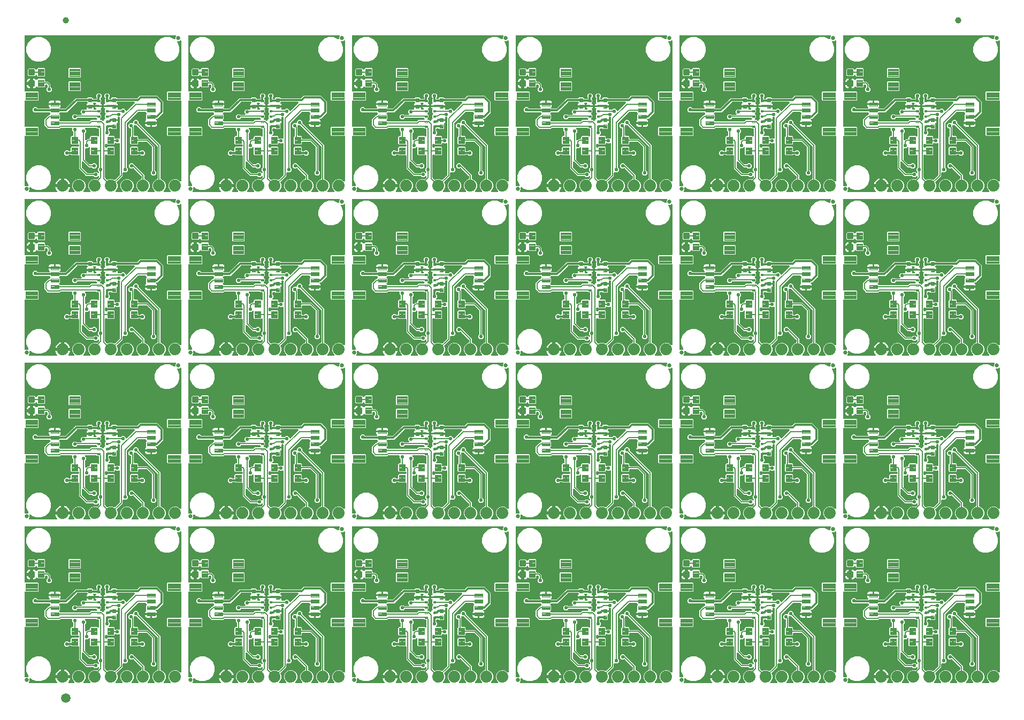
<source format=gtl>
G04 EAGLE Gerber RS-274X export*
G75*
%MOMM*%
%FSLAX34Y34*%
%LPD*%
%INTop Copper*%
%IPPOS*%
%AMOC8*
5,1,8,0,0,1.08239X$1,22.5*%
G01*
%ADD10C,0.635000*%
%ADD11C,0.096000*%
%ADD12C,0.102000*%
%ADD13C,1.879600*%
%ADD14C,0.100000*%
%ADD15C,0.300000*%
%ADD16C,0.101500*%
%ADD17C,0.101600*%
%ADD18C,1.000000*%
%ADD19C,1.500000*%
%ADD20C,0.558800*%
%ADD21C,0.304800*%
%ADD22C,0.203200*%

G36*
X830836Y2812D02*
X830836Y2812D01*
X830974Y2825D01*
X830993Y2832D01*
X831013Y2835D01*
X831142Y2886D01*
X831273Y2933D01*
X831290Y2944D01*
X831308Y2952D01*
X831421Y3033D01*
X831536Y3112D01*
X831550Y3127D01*
X831566Y3138D01*
X831655Y3246D01*
X831747Y3350D01*
X831756Y3368D01*
X831769Y3383D01*
X831828Y3509D01*
X831891Y3634D01*
X831896Y3653D01*
X831904Y3671D01*
X831930Y3808D01*
X831961Y3944D01*
X831960Y3964D01*
X831964Y3983D01*
X831955Y4122D01*
X831951Y4262D01*
X831945Y4281D01*
X831944Y4301D01*
X831901Y4433D01*
X831862Y4567D01*
X831852Y4584D01*
X831846Y4603D01*
X831771Y4721D01*
X831701Y4841D01*
X831682Y4862D01*
X831676Y4872D01*
X831661Y4886D01*
X831656Y4892D01*
X830529Y6443D01*
X829676Y8117D01*
X829095Y9904D01*
X829055Y10161D01*
X839470Y10161D01*
X839588Y10176D01*
X839707Y10183D01*
X839745Y10196D01*
X839785Y10201D01*
X839896Y10244D01*
X840009Y10281D01*
X840043Y10303D01*
X840081Y10318D01*
X840177Y10388D01*
X840278Y10451D01*
X840306Y10481D01*
X840338Y10504D01*
X840414Y10596D01*
X840496Y10683D01*
X840515Y10718D01*
X840541Y10749D01*
X840592Y10857D01*
X840649Y10961D01*
X840660Y11001D01*
X840677Y11037D01*
X840699Y11154D01*
X840729Y11269D01*
X840733Y11330D01*
X840737Y11350D01*
X840735Y11370D01*
X840739Y11430D01*
X840739Y12701D01*
X840741Y12701D01*
X840741Y11430D01*
X840756Y11312D01*
X840763Y11193D01*
X840776Y11155D01*
X840781Y11114D01*
X840825Y11004D01*
X840861Y10891D01*
X840883Y10856D01*
X840898Y10819D01*
X840968Y10723D01*
X841031Y10622D01*
X841061Y10594D01*
X841085Y10561D01*
X841176Y10486D01*
X841263Y10404D01*
X841298Y10384D01*
X841330Y10359D01*
X841437Y10308D01*
X841542Y10250D01*
X841581Y10240D01*
X841617Y10223D01*
X841734Y10201D01*
X841849Y10171D01*
X841910Y10167D01*
X841930Y10163D01*
X841950Y10165D01*
X842010Y10161D01*
X852425Y10161D01*
X852385Y9904D01*
X851804Y8117D01*
X850951Y6443D01*
X849788Y4842D01*
X849779Y4826D01*
X849711Y4745D01*
X849703Y4726D01*
X849691Y4711D01*
X849635Y4583D01*
X849576Y4457D01*
X849572Y4437D01*
X849564Y4419D01*
X849542Y4281D01*
X849516Y4144D01*
X849517Y4125D01*
X849514Y4105D01*
X849527Y3966D01*
X849536Y3827D01*
X849542Y3808D01*
X849544Y3788D01*
X849591Y3657D01*
X849634Y3525D01*
X849645Y3508D01*
X849651Y3489D01*
X849729Y3374D01*
X849804Y3256D01*
X849819Y3242D01*
X849830Y3226D01*
X849934Y3134D01*
X850036Y3038D01*
X850053Y3028D01*
X850068Y3015D01*
X850192Y2952D01*
X850314Y2884D01*
X850334Y2879D01*
X850351Y2870D01*
X850487Y2840D01*
X850622Y2805D01*
X850650Y2803D01*
X850662Y2801D01*
X850682Y2801D01*
X850783Y2795D01*
X857893Y2795D01*
X858031Y2812D01*
X858170Y2825D01*
X858189Y2832D01*
X858209Y2835D01*
X858338Y2886D01*
X858469Y2933D01*
X858486Y2944D01*
X858504Y2952D01*
X858617Y3033D01*
X858732Y3111D01*
X858745Y3127D01*
X858762Y3138D01*
X858851Y3246D01*
X858942Y3350D01*
X858952Y3368D01*
X858965Y3383D01*
X859024Y3509D01*
X859087Y3633D01*
X859091Y3653D01*
X859100Y3671D01*
X859126Y3808D01*
X859157Y3943D01*
X859156Y3964D01*
X859160Y3983D01*
X859151Y4122D01*
X859147Y4261D01*
X859141Y4281D01*
X859140Y4301D01*
X859097Y4433D01*
X859059Y4567D01*
X859048Y4584D01*
X859042Y4603D01*
X858967Y4721D01*
X858897Y4841D01*
X858879Y4862D01*
X858872Y4872D01*
X858857Y4886D01*
X858791Y4961D01*
X857095Y6657D01*
X855471Y10578D01*
X855471Y14822D01*
X857095Y18743D01*
X860097Y21745D01*
X864018Y23369D01*
X868262Y23369D01*
X872183Y21745D01*
X875185Y18743D01*
X876809Y14822D01*
X876809Y10578D01*
X875185Y6657D01*
X873489Y4961D01*
X873404Y4852D01*
X873315Y4745D01*
X873307Y4726D01*
X873294Y4710D01*
X873239Y4582D01*
X873180Y4457D01*
X873176Y4437D01*
X873168Y4418D01*
X873146Y4280D01*
X873120Y4144D01*
X873121Y4124D01*
X873118Y4104D01*
X873131Y3965D01*
X873140Y3827D01*
X873146Y3808D01*
X873148Y3788D01*
X873195Y3656D01*
X873238Y3525D01*
X873249Y3507D01*
X873256Y3488D01*
X873334Y3373D01*
X873408Y3256D01*
X873423Y3242D01*
X873434Y3225D01*
X873538Y3133D01*
X873640Y3038D01*
X873657Y3028D01*
X873673Y3015D01*
X873797Y2951D01*
X873918Y2884D01*
X873938Y2879D01*
X873956Y2870D01*
X874092Y2840D01*
X874226Y2805D01*
X874254Y2803D01*
X874266Y2800D01*
X874287Y2801D01*
X874387Y2795D01*
X883293Y2795D01*
X883431Y2812D01*
X883570Y2825D01*
X883589Y2832D01*
X883609Y2835D01*
X883738Y2886D01*
X883869Y2933D01*
X883886Y2944D01*
X883904Y2952D01*
X884017Y3033D01*
X884132Y3111D01*
X884145Y3127D01*
X884162Y3138D01*
X884251Y3246D01*
X884342Y3350D01*
X884352Y3368D01*
X884365Y3383D01*
X884424Y3509D01*
X884487Y3633D01*
X884491Y3653D01*
X884500Y3671D01*
X884526Y3808D01*
X884557Y3943D01*
X884556Y3964D01*
X884560Y3983D01*
X884551Y4122D01*
X884547Y4261D01*
X884541Y4281D01*
X884540Y4301D01*
X884497Y4433D01*
X884459Y4567D01*
X884448Y4584D01*
X884442Y4603D01*
X884367Y4721D01*
X884297Y4841D01*
X884279Y4862D01*
X884272Y4872D01*
X884257Y4886D01*
X884191Y4961D01*
X882495Y6657D01*
X880871Y10578D01*
X880871Y14822D01*
X882495Y18743D01*
X885497Y21745D01*
X889418Y23369D01*
X893662Y23369D01*
X893941Y23253D01*
X893970Y23245D01*
X893996Y23232D01*
X894123Y23204D01*
X894248Y23169D01*
X894277Y23169D01*
X894306Y23162D01*
X894436Y23166D01*
X894566Y23164D01*
X894595Y23171D01*
X894624Y23172D01*
X894749Y23208D01*
X894875Y23238D01*
X894901Y23252D01*
X894930Y23260D01*
X895041Y23326D01*
X895156Y23387D01*
X895178Y23407D01*
X895204Y23422D01*
X895324Y23528D01*
X897772Y25975D01*
X897832Y26054D01*
X897900Y26126D01*
X897929Y26179D01*
X897966Y26227D01*
X898006Y26318D01*
X898054Y26404D01*
X898069Y26463D01*
X898093Y26519D01*
X898108Y26617D01*
X898133Y26712D01*
X898139Y26812D01*
X898143Y26833D01*
X898141Y26845D01*
X898143Y26873D01*
X898143Y27001D01*
X898126Y27138D01*
X898113Y27277D01*
X898106Y27296D01*
X898103Y27316D01*
X898052Y27445D01*
X898005Y27576D01*
X897994Y27593D01*
X897986Y27612D01*
X897905Y27724D01*
X897827Y27839D01*
X897811Y27853D01*
X897800Y27869D01*
X897692Y27958D01*
X897588Y28050D01*
X897570Y28059D01*
X897555Y28072D01*
X897429Y28131D01*
X897305Y28194D01*
X897285Y28199D01*
X897267Y28208D01*
X897130Y28234D01*
X896995Y28264D01*
X896974Y28264D01*
X896955Y28267D01*
X896816Y28259D01*
X896677Y28254D01*
X896657Y28249D01*
X896637Y28248D01*
X896505Y28205D01*
X896371Y28166D01*
X896354Y28156D01*
X896335Y28150D01*
X896217Y28075D01*
X896097Y28005D01*
X896076Y27986D01*
X896066Y27979D01*
X896052Y27964D01*
X895977Y27898D01*
X894494Y26415D01*
X891126Y26415D01*
X889720Y27822D01*
X889642Y27882D01*
X889570Y27950D01*
X889517Y27979D01*
X889469Y28016D01*
X889378Y28056D01*
X889291Y28104D01*
X889233Y28119D01*
X889177Y28143D01*
X889079Y28158D01*
X888983Y28183D01*
X888883Y28189D01*
X888863Y28193D01*
X888851Y28191D01*
X888823Y28193D01*
X877893Y28193D01*
X866393Y39693D01*
X866393Y59660D01*
X866378Y59778D01*
X866371Y59897D01*
X866358Y59935D01*
X866353Y59976D01*
X866310Y60086D01*
X866273Y60199D01*
X866251Y60234D01*
X866236Y60271D01*
X866167Y60367D01*
X866103Y60468D01*
X866073Y60496D01*
X866050Y60529D01*
X865958Y60605D01*
X865871Y60686D01*
X865836Y60706D01*
X865805Y60731D01*
X865697Y60782D01*
X865593Y60840D01*
X865553Y60850D01*
X865517Y60867D01*
X865400Y60889D01*
X865285Y60919D01*
X865225Y60923D01*
X865205Y60927D01*
X865184Y60925D01*
X865124Y60929D01*
X854557Y60929D01*
X853882Y61604D01*
X853804Y61664D01*
X853732Y61732D01*
X853679Y61761D01*
X853631Y61798D01*
X853540Y61838D01*
X853453Y61886D01*
X853395Y61901D01*
X853339Y61925D01*
X853241Y61940D01*
X853145Y61965D01*
X853045Y61971D01*
X853025Y61975D01*
X853013Y61973D01*
X852985Y61975D01*
X850569Y61975D01*
X850471Y61963D01*
X850372Y61960D01*
X850314Y61943D01*
X850254Y61935D01*
X850162Y61899D01*
X850067Y61871D01*
X850015Y61841D01*
X849958Y61818D01*
X849878Y61760D01*
X849793Y61710D01*
X849717Y61644D01*
X849701Y61632D01*
X849693Y61622D01*
X849672Y61604D01*
X848774Y60705D01*
X845406Y60705D01*
X843025Y63086D01*
X843025Y66454D01*
X845406Y68835D01*
X848774Y68835D01*
X849672Y67936D01*
X849750Y67876D01*
X849822Y67808D01*
X849875Y67779D01*
X849923Y67742D01*
X850014Y67702D01*
X850101Y67654D01*
X850159Y67639D01*
X850215Y67615D01*
X850313Y67600D01*
X850409Y67575D01*
X850509Y67569D01*
X850529Y67565D01*
X850541Y67567D01*
X850569Y67565D01*
X852250Y67565D01*
X852368Y67580D01*
X852487Y67587D01*
X852525Y67600D01*
X852566Y67605D01*
X852676Y67648D01*
X852789Y67685D01*
X852824Y67707D01*
X852861Y67722D01*
X852957Y67791D01*
X853058Y67855D01*
X853086Y67885D01*
X853119Y67908D01*
X853195Y68000D01*
X853276Y68087D01*
X853296Y68122D01*
X853321Y68153D01*
X853372Y68261D01*
X853430Y68365D01*
X853440Y68405D01*
X853457Y68441D01*
X853479Y68558D01*
X853509Y68673D01*
X853513Y68733D01*
X853517Y68753D01*
X853515Y68774D01*
X853519Y68834D01*
X853519Y73433D01*
X854557Y74471D01*
X865124Y74471D01*
X865242Y74486D01*
X865361Y74493D01*
X865399Y74506D01*
X865440Y74511D01*
X865550Y74554D01*
X865663Y74591D01*
X865698Y74613D01*
X865735Y74628D01*
X865831Y74697D01*
X865932Y74761D01*
X865960Y74791D01*
X865993Y74814D01*
X866069Y74906D01*
X866150Y74993D01*
X866170Y75028D01*
X866195Y75059D01*
X866246Y75167D01*
X866304Y75271D01*
X866314Y75311D01*
X866331Y75347D01*
X866353Y75464D01*
X866383Y75579D01*
X866387Y75639D01*
X866391Y75659D01*
X866389Y75680D01*
X866393Y75740D01*
X866393Y76660D01*
X866378Y76778D01*
X866371Y76897D01*
X866358Y76935D01*
X866353Y76976D01*
X866310Y77086D01*
X866273Y77199D01*
X866251Y77234D01*
X866236Y77271D01*
X866167Y77367D01*
X866103Y77468D01*
X866073Y77496D01*
X866050Y77529D01*
X865958Y77605D01*
X865871Y77686D01*
X865836Y77706D01*
X865805Y77731D01*
X865697Y77782D01*
X865593Y77840D01*
X865553Y77850D01*
X865517Y77867D01*
X865400Y77889D01*
X865285Y77919D01*
X865225Y77923D01*
X865205Y77927D01*
X865184Y77925D01*
X865124Y77929D01*
X854557Y77929D01*
X853519Y78967D01*
X853519Y90433D01*
X854557Y91471D01*
X856234Y91471D01*
X856352Y91486D01*
X856471Y91493D01*
X856509Y91506D01*
X856550Y91511D01*
X856660Y91554D01*
X856773Y91591D01*
X856808Y91613D01*
X856845Y91628D01*
X856941Y91697D01*
X857042Y91761D01*
X857070Y91791D01*
X857103Y91814D01*
X857179Y91906D01*
X857260Y91993D01*
X857280Y92028D01*
X857305Y92059D01*
X857356Y92167D01*
X857414Y92271D01*
X857424Y92311D01*
X857441Y92347D01*
X857463Y92464D01*
X857493Y92579D01*
X857497Y92639D01*
X857501Y92659D01*
X857499Y92680D01*
X857503Y92740D01*
X857503Y97613D01*
X857491Y97711D01*
X857488Y97810D01*
X857471Y97868D01*
X857463Y97928D01*
X857427Y98020D01*
X857399Y98115D01*
X857369Y98167D01*
X857346Y98224D01*
X857288Y98304D01*
X857238Y98389D01*
X857172Y98465D01*
X857160Y98481D01*
X857150Y98489D01*
X857132Y98510D01*
X855725Y99916D01*
X855725Y103124D01*
X855710Y103242D01*
X855703Y103361D01*
X855690Y103399D01*
X855685Y103440D01*
X855642Y103550D01*
X855605Y103663D01*
X855583Y103698D01*
X855568Y103735D01*
X855499Y103831D01*
X855435Y103932D01*
X855405Y103960D01*
X855382Y103993D01*
X855290Y104069D01*
X855203Y104150D01*
X855168Y104170D01*
X855137Y104195D01*
X855029Y104246D01*
X854925Y104304D01*
X854885Y104314D01*
X854849Y104331D01*
X854732Y104353D01*
X854617Y104383D01*
X854557Y104387D01*
X854537Y104391D01*
X854516Y104389D01*
X854456Y104393D01*
X838403Y104393D01*
X838305Y104381D01*
X838206Y104378D01*
X838148Y104361D01*
X838087Y104353D01*
X837995Y104317D01*
X837900Y104289D01*
X837848Y104259D01*
X837792Y104236D01*
X837712Y104178D01*
X837626Y104128D01*
X837551Y104062D01*
X837534Y104050D01*
X837527Y104040D01*
X837505Y104022D01*
X836607Y103123D01*
X816933Y103123D01*
X811783Y108273D01*
X811783Y117787D01*
X818283Y124287D01*
X818750Y124287D01*
X818868Y124302D01*
X818987Y124309D01*
X819025Y124322D01*
X819066Y124327D01*
X819176Y124370D01*
X819289Y124407D01*
X819324Y124429D01*
X819361Y124444D01*
X819457Y124513D01*
X819558Y124577D01*
X819586Y124607D01*
X819619Y124630D01*
X819695Y124722D01*
X819776Y124809D01*
X819796Y124844D01*
X819821Y124875D01*
X819872Y124983D01*
X819930Y125087D01*
X819940Y125127D01*
X819957Y125163D01*
X819957Y125166D01*
X820894Y126103D01*
X820967Y126197D01*
X821046Y126286D01*
X821064Y126322D01*
X821089Y126354D01*
X821136Y126463D01*
X821191Y126569D01*
X821199Y126608D01*
X821215Y126646D01*
X821234Y126763D01*
X821260Y126879D01*
X821259Y126920D01*
X821265Y126960D01*
X821254Y127078D01*
X821251Y127197D01*
X821239Y127236D01*
X821235Y127276D01*
X821195Y127388D01*
X821162Y127503D01*
X821142Y127538D01*
X821128Y127576D01*
X821061Y127674D01*
X821001Y127777D01*
X820961Y127822D01*
X820949Y127839D01*
X820934Y127852D01*
X820894Y127898D01*
X819958Y128834D01*
X819880Y128894D01*
X819808Y128962D01*
X819755Y128991D01*
X819707Y129028D01*
X819616Y129068D01*
X819529Y129116D01*
X819471Y129131D01*
X819415Y129155D01*
X819317Y129170D01*
X819221Y129195D01*
X819121Y129201D01*
X819101Y129205D01*
X819089Y129203D01*
X819061Y129205D01*
X797578Y129205D01*
X797557Y129211D01*
X797501Y129235D01*
X797403Y129250D01*
X797307Y129275D01*
X797207Y129281D01*
X797187Y129285D01*
X797175Y129283D01*
X797147Y129285D01*
X795876Y129285D01*
X793495Y131666D01*
X793495Y135034D01*
X795876Y137415D01*
X799244Y137415D01*
X801492Y135166D01*
X801570Y135106D01*
X801642Y135038D01*
X801695Y135009D01*
X801743Y134972D01*
X801834Y134932D01*
X801921Y134884D01*
X801979Y134869D01*
X802035Y134845D01*
X802133Y134830D01*
X802229Y134805D01*
X802329Y134799D01*
X802349Y134795D01*
X802361Y134797D01*
X802389Y134795D01*
X819061Y134795D01*
X819159Y134807D01*
X819258Y134810D01*
X819316Y134827D01*
X819376Y134835D01*
X819468Y134871D01*
X819563Y134899D01*
X819616Y134929D01*
X819672Y134952D01*
X819752Y135010D01*
X819837Y135060D01*
X819913Y135126D01*
X819929Y135138D01*
X819930Y135140D01*
X819931Y135140D01*
X819938Y135149D01*
X819958Y135166D01*
X819996Y135204D01*
X820069Y135299D01*
X820148Y135388D01*
X820166Y135424D01*
X820191Y135456D01*
X820238Y135565D01*
X820292Y135671D01*
X820301Y135710D01*
X820317Y135748D01*
X820336Y135865D01*
X820362Y135981D01*
X820361Y136022D01*
X820367Y136062D01*
X820356Y136180D01*
X820352Y136299D01*
X820341Y136338D01*
X820337Y136378D01*
X820297Y136490D01*
X820264Y136605D01*
X820244Y136640D01*
X820230Y136678D01*
X820163Y136776D01*
X820103Y136879D01*
X820063Y136924D01*
X820051Y136941D01*
X820036Y136954D01*
X819996Y136999D01*
X819359Y137637D01*
X818957Y138332D01*
X818749Y139108D01*
X818749Y140501D01*
X827810Y140501D01*
X827928Y140516D01*
X828047Y140523D01*
X828054Y140525D01*
X828110Y140511D01*
X828170Y140507D01*
X828190Y140503D01*
X828210Y140505D01*
X828270Y140501D01*
X837331Y140501D01*
X837331Y139108D01*
X837123Y138332D01*
X836721Y137637D01*
X836084Y136999D01*
X836011Y136905D01*
X835932Y136816D01*
X835914Y136780D01*
X835889Y136748D01*
X835842Y136639D01*
X835788Y136533D01*
X835779Y136494D01*
X835763Y136456D01*
X835744Y136339D01*
X835718Y136223D01*
X835719Y136182D01*
X835713Y136142D01*
X835724Y136024D01*
X835728Y135905D01*
X835739Y135866D01*
X835743Y135826D01*
X835783Y135714D01*
X835816Y135599D01*
X835836Y135564D01*
X835850Y135526D01*
X835917Y135428D01*
X835977Y135325D01*
X836017Y135280D01*
X836029Y135263D01*
X836044Y135250D01*
X836084Y135204D01*
X836122Y135166D01*
X836200Y135106D01*
X836272Y135038D01*
X836325Y135009D01*
X836373Y134972D01*
X836464Y134932D01*
X836551Y134884D01*
X836609Y134869D01*
X836665Y134845D01*
X836763Y134830D01*
X836859Y134805D01*
X836959Y134799D01*
X836979Y134795D01*
X836991Y134797D01*
X837019Y134795D01*
X844057Y134795D01*
X844155Y134807D01*
X844254Y134810D01*
X844312Y134827D01*
X844372Y134835D01*
X844464Y134871D01*
X844559Y134899D01*
X844612Y134929D01*
X844668Y134952D01*
X844748Y135010D01*
X844833Y135060D01*
X844909Y135126D01*
X844925Y135138D01*
X844926Y135140D01*
X844927Y135140D01*
X844934Y135149D01*
X844954Y135166D01*
X859084Y149296D01*
X861092Y151305D01*
X878691Y151305D01*
X878789Y151317D01*
X878888Y151320D01*
X878946Y151337D01*
X879006Y151345D01*
X879098Y151381D01*
X879193Y151409D01*
X879246Y151439D01*
X879302Y151462D01*
X879382Y151520D01*
X879467Y151570D01*
X879543Y151636D01*
X879559Y151648D01*
X879567Y151658D01*
X879588Y151676D01*
X880692Y152781D01*
X887148Y152781D01*
X888191Y151738D01*
X888191Y151384D01*
X888206Y151266D01*
X888213Y151147D01*
X888226Y151109D01*
X888231Y151068D01*
X888274Y150958D01*
X888311Y150845D01*
X888333Y150810D01*
X888348Y150773D01*
X888417Y150677D01*
X888481Y150576D01*
X888511Y150548D01*
X888534Y150515D01*
X888626Y150439D01*
X888713Y150358D01*
X888748Y150338D01*
X888779Y150313D01*
X888887Y150262D01*
X888991Y150204D01*
X889031Y150194D01*
X889067Y150177D01*
X889184Y150155D01*
X889299Y150125D01*
X889359Y150121D01*
X889379Y150117D01*
X889400Y150119D01*
X889460Y150115D01*
X893318Y150115D01*
X893436Y150130D01*
X893555Y150137D01*
X893593Y150150D01*
X893634Y150155D01*
X893744Y150198D01*
X893857Y150235D01*
X893892Y150257D01*
X893929Y150272D01*
X894025Y150341D01*
X894126Y150405D01*
X894154Y150435D01*
X894187Y150458D01*
X894263Y150550D01*
X894344Y150637D01*
X894364Y150672D01*
X894389Y150703D01*
X894440Y150811D01*
X894498Y150915D01*
X894508Y150955D01*
X894525Y150991D01*
X894547Y151108D01*
X894577Y151223D01*
X894581Y151283D01*
X894585Y151303D01*
X894583Y151324D01*
X894587Y151384D01*
X894587Y151969D01*
X894575Y152067D01*
X894572Y152166D01*
X894555Y152224D01*
X894547Y152284D01*
X894511Y152376D01*
X894483Y152471D01*
X894453Y152523D01*
X894430Y152580D01*
X894372Y152660D01*
X894322Y152745D01*
X894256Y152821D01*
X894244Y152837D01*
X894234Y152845D01*
X894216Y152866D01*
X893825Y153256D01*
X893825Y156624D01*
X896206Y159005D01*
X899574Y159005D01*
X901955Y156624D01*
X901955Y153256D01*
X900548Y151850D01*
X900488Y151772D01*
X900420Y151700D01*
X900391Y151647D01*
X900354Y151599D01*
X900314Y151508D01*
X900266Y151421D01*
X900251Y151363D01*
X900227Y151307D01*
X900212Y151209D01*
X900187Y151113D01*
X900181Y151013D01*
X900177Y150993D01*
X900179Y150981D01*
X900177Y150953D01*
X900177Y150801D01*
X900189Y150703D01*
X900192Y150604D01*
X900209Y150545D01*
X900217Y150485D01*
X900253Y150393D01*
X900281Y150298D01*
X900311Y150246D01*
X900334Y150190D01*
X900392Y150110D01*
X900442Y150024D01*
X900508Y149949D01*
X900520Y149932D01*
X900530Y149924D01*
X900549Y149903D01*
X901153Y149299D01*
X901153Y145341D01*
X900747Y144935D01*
X900670Y144836D01*
X900587Y144740D01*
X900572Y144710D01*
X900552Y144684D01*
X900502Y144568D01*
X900446Y144456D01*
X900439Y144423D01*
X900425Y144392D01*
X900406Y144267D01*
X900380Y144145D01*
X900381Y144111D01*
X900376Y144078D01*
X900387Y143952D01*
X900393Y143827D01*
X900402Y143795D01*
X900405Y143761D01*
X900448Y143643D01*
X900484Y143522D01*
X900502Y143493D01*
X900513Y143462D01*
X900583Y143358D01*
X900649Y143250D01*
X900673Y143227D01*
X900692Y143199D01*
X900786Y143116D01*
X900876Y143027D01*
X900916Y143000D01*
X900930Y142988D01*
X900949Y142978D01*
X901010Y142938D01*
X901246Y142802D01*
X901814Y142234D01*
X902215Y141539D01*
X902423Y140764D01*
X902423Y140389D01*
X897382Y140389D01*
X892341Y140389D01*
X892341Y140764D01*
X892549Y141539D01*
X892950Y142234D01*
X893075Y142358D01*
X893160Y142468D01*
X893249Y142575D01*
X893257Y142594D01*
X893270Y142610D01*
X893325Y142737D01*
X893384Y142863D01*
X893388Y142883D01*
X893396Y142902D01*
X893418Y143038D01*
X893444Y143176D01*
X893443Y143196D01*
X893446Y143216D01*
X893433Y143354D01*
X893424Y143493D01*
X893418Y143512D01*
X893416Y143532D01*
X893369Y143663D01*
X893326Y143795D01*
X893315Y143813D01*
X893308Y143832D01*
X893230Y143947D01*
X893156Y144064D01*
X893141Y144078D01*
X893130Y144095D01*
X893026Y144187D01*
X892924Y144282D01*
X892907Y144292D01*
X892891Y144305D01*
X892768Y144368D01*
X892646Y144436D01*
X892626Y144441D01*
X892608Y144450D01*
X892472Y144480D01*
X892338Y144515D01*
X892310Y144517D01*
X892298Y144520D01*
X892277Y144519D01*
X892177Y144525D01*
X890096Y144525D01*
X889965Y144509D01*
X889833Y144498D01*
X889807Y144489D01*
X889780Y144485D01*
X889657Y144437D01*
X889532Y144393D01*
X889510Y144378D01*
X889485Y144368D01*
X889378Y144291D01*
X889267Y144217D01*
X889249Y144197D01*
X889227Y144182D01*
X889143Y144079D01*
X889054Y143981D01*
X889042Y143957D01*
X889024Y143937D01*
X888968Y143817D01*
X888907Y143700D01*
X888900Y143673D01*
X888889Y143649D01*
X888864Y143519D01*
X888834Y143390D01*
X888834Y143363D01*
X888829Y143337D01*
X888837Y143205D01*
X888840Y143072D01*
X888847Y143046D01*
X888849Y143019D01*
X888890Y142893D01*
X888925Y142766D01*
X888942Y142731D01*
X888947Y142717D01*
X888959Y142698D01*
X888997Y142621D01*
X889253Y142178D01*
X889461Y141402D01*
X889461Y140009D01*
X884150Y140009D01*
X884032Y139994D01*
X883913Y139987D01*
X883906Y139985D01*
X883850Y139999D01*
X883790Y140003D01*
X883770Y140007D01*
X883750Y140005D01*
X883690Y140009D01*
X878379Y140009D01*
X878379Y141402D01*
X878587Y142178D01*
X878989Y142873D01*
X879626Y143511D01*
X879699Y143605D01*
X879778Y143694D01*
X879796Y143730D01*
X879821Y143762D01*
X879868Y143871D01*
X879922Y143977D01*
X879931Y144017D01*
X879947Y144054D01*
X879966Y144171D01*
X879992Y144287D01*
X879991Y144328D01*
X879997Y144368D01*
X879986Y144486D01*
X879982Y144605D01*
X879971Y144644D01*
X879967Y144684D01*
X879927Y144797D01*
X879894Y144911D01*
X879874Y144946D01*
X879860Y144984D01*
X879793Y145082D01*
X879733Y145185D01*
X879693Y145230D01*
X879681Y145247D01*
X879666Y145260D01*
X879626Y145306D01*
X879588Y145344D01*
X879510Y145404D01*
X879438Y145472D01*
X879385Y145501D01*
X879337Y145538D01*
X879246Y145578D01*
X879159Y145626D01*
X879101Y145641D01*
X879045Y145665D01*
X878947Y145680D01*
X878851Y145705D01*
X878751Y145711D01*
X878731Y145715D01*
X878719Y145713D01*
X878691Y145715D01*
X863933Y145715D01*
X863835Y145703D01*
X863736Y145700D01*
X863678Y145683D01*
X863618Y145675D01*
X863526Y145639D01*
X863431Y145611D01*
X863378Y145581D01*
X863322Y145558D01*
X863242Y145500D01*
X863157Y145450D01*
X863081Y145384D01*
X863065Y145372D01*
X863057Y145362D01*
X863036Y145344D01*
X848906Y131214D01*
X846898Y129205D01*
X837019Y129205D01*
X836921Y129193D01*
X836822Y129190D01*
X836764Y129173D01*
X836704Y129165D01*
X836612Y129129D01*
X836517Y129101D01*
X836464Y129071D01*
X836408Y129048D01*
X836328Y128990D01*
X836243Y128940D01*
X836167Y128874D01*
X836151Y128862D01*
X836143Y128852D01*
X836122Y128834D01*
X835186Y127898D01*
X835113Y127804D01*
X835034Y127714D01*
X835016Y127678D01*
X834991Y127646D01*
X834944Y127537D01*
X834889Y127431D01*
X834881Y127392D01*
X834865Y127354D01*
X834846Y127237D01*
X834820Y127121D01*
X834821Y127080D01*
X834815Y127040D01*
X834826Y126922D01*
X834829Y126803D01*
X834841Y126764D01*
X834845Y126724D01*
X834885Y126611D01*
X834918Y126497D01*
X834938Y126463D01*
X834952Y126424D01*
X835019Y126326D01*
X835079Y126223D01*
X835119Y126178D01*
X835131Y126161D01*
X835146Y126148D01*
X835186Y126103D01*
X836061Y125228D01*
X836061Y118772D01*
X835186Y117898D01*
X835113Y117804D01*
X835034Y117714D01*
X835016Y117678D01*
X834991Y117646D01*
X834944Y117537D01*
X834889Y117431D01*
X834881Y117392D01*
X834865Y117354D01*
X834846Y117237D01*
X834820Y117121D01*
X834821Y117080D01*
X834815Y117040D01*
X834826Y116922D01*
X834829Y116803D01*
X834841Y116764D01*
X834845Y116724D01*
X834885Y116611D01*
X834918Y116497D01*
X834938Y116463D01*
X834952Y116424D01*
X835019Y116326D01*
X835079Y116223D01*
X835119Y116178D01*
X835131Y116161D01*
X835146Y116148D01*
X835186Y116103D01*
X836135Y115153D01*
X836144Y115130D01*
X836181Y115017D01*
X836203Y114982D01*
X836218Y114945D01*
X836287Y114849D01*
X836351Y114748D01*
X836381Y114720D01*
X836404Y114687D01*
X836496Y114611D01*
X836583Y114530D01*
X836618Y114510D01*
X836649Y114485D01*
X836757Y114434D01*
X836861Y114376D01*
X836901Y114366D01*
X836937Y114349D01*
X837054Y114327D01*
X837169Y114297D01*
X837229Y114293D01*
X837249Y114289D01*
X837270Y114291D01*
X837330Y114287D01*
X881959Y114287D01*
X882057Y114299D01*
X882156Y114302D01*
X882214Y114319D01*
X882275Y114327D01*
X882367Y114363D01*
X882462Y114391D01*
X882514Y114421D01*
X882570Y114444D01*
X882650Y114502D01*
X882736Y114552D01*
X882811Y114618D01*
X882828Y114630D01*
X882835Y114640D01*
X882857Y114658D01*
X885005Y116807D01*
X893393Y116807D01*
X893491Y116819D01*
X893590Y116822D01*
X893649Y116839D01*
X893709Y116847D01*
X893801Y116883D01*
X893896Y116911D01*
X893948Y116941D01*
X894004Y116964D01*
X894084Y117022D01*
X894170Y117072D01*
X894245Y117138D01*
X894262Y117150D01*
X894270Y117160D01*
X894291Y117178D01*
X894835Y117723D01*
X894908Y117817D01*
X894986Y117906D01*
X895005Y117942D01*
X895030Y117974D01*
X895077Y118083D01*
X895131Y118189D01*
X895140Y118229D01*
X895156Y118266D01*
X895175Y118383D01*
X895201Y118499D01*
X895199Y118540D01*
X895206Y118580D01*
X895195Y118699D01*
X895191Y118817D01*
X895180Y118856D01*
X895176Y118896D01*
X895136Y119009D01*
X895103Y119123D01*
X895082Y119158D01*
X895068Y119196D01*
X895002Y119294D01*
X894941Y119397D01*
X894901Y119442D01*
X894890Y119459D01*
X894875Y119472D01*
X894835Y119518D01*
X894291Y120062D01*
X894212Y120122D01*
X894140Y120190D01*
X894087Y120219D01*
X894039Y120256D01*
X893949Y120296D01*
X893862Y120344D01*
X893803Y120359D01*
X893748Y120383D01*
X893650Y120398D01*
X893554Y120423D01*
X893454Y120429D01*
X893433Y120433D01*
X893421Y120431D01*
X893393Y120433D01*
X864577Y120433D01*
X864479Y120421D01*
X864380Y120418D01*
X864322Y120401D01*
X864262Y120393D01*
X864170Y120357D01*
X864075Y120329D01*
X864023Y120299D01*
X863966Y120276D01*
X863886Y120218D01*
X863801Y120168D01*
X863725Y120102D01*
X863709Y120090D01*
X863701Y120080D01*
X863680Y120062D01*
X861474Y117855D01*
X858106Y117855D01*
X855725Y120236D01*
X855725Y123604D01*
X858106Y125985D01*
X861474Y125985D01*
X862080Y125378D01*
X862158Y125318D01*
X862230Y125250D01*
X862283Y125221D01*
X862331Y125184D01*
X862422Y125144D01*
X862509Y125096D01*
X862567Y125081D01*
X862623Y125057D01*
X862721Y125042D01*
X862817Y125017D01*
X862917Y125011D01*
X862937Y125007D01*
X862949Y125009D01*
X862977Y125007D01*
X869481Y125007D01*
X869619Y125024D01*
X869757Y125037D01*
X869776Y125044D01*
X869796Y125047D01*
X869925Y125098D01*
X870056Y125145D01*
X870073Y125156D01*
X870092Y125164D01*
X870204Y125245D01*
X870319Y125323D01*
X870333Y125339D01*
X870349Y125350D01*
X870438Y125458D01*
X870530Y125562D01*
X870539Y125580D01*
X870552Y125595D01*
X870611Y125721D01*
X870674Y125845D01*
X870679Y125865D01*
X870688Y125883D01*
X870714Y126020D01*
X870744Y126155D01*
X870744Y126176D01*
X870747Y126195D01*
X870739Y126334D01*
X870734Y126473D01*
X870729Y126493D01*
X870728Y126513D01*
X870685Y126645D01*
X870646Y126779D01*
X870636Y126796D01*
X870630Y126815D01*
X870555Y126933D01*
X870485Y127053D01*
X870466Y127074D01*
X870459Y127084D01*
X870444Y127098D01*
X870378Y127173D01*
X869695Y127856D01*
X869695Y131224D01*
X872076Y133605D01*
X875444Y133605D01*
X875470Y133578D01*
X875548Y133518D01*
X875620Y133450D01*
X875673Y133421D01*
X875721Y133384D01*
X875812Y133344D01*
X875899Y133296D01*
X875957Y133281D01*
X876013Y133257D01*
X876111Y133242D01*
X876207Y133217D01*
X876307Y133211D01*
X876327Y133207D01*
X876339Y133209D01*
X876367Y133207D01*
X877371Y133207D01*
X877496Y133222D01*
X877621Y133232D01*
X877653Y133242D01*
X877687Y133247D01*
X877804Y133293D01*
X877923Y133333D01*
X877951Y133351D01*
X877983Y133364D01*
X878084Y133437D01*
X878190Y133506D01*
X878213Y133531D01*
X878240Y133550D01*
X878320Y133647D01*
X878405Y133740D01*
X878421Y133769D01*
X878443Y133795D01*
X878496Y133909D01*
X878556Y134020D01*
X878564Y134053D01*
X878578Y134083D01*
X878602Y134207D01*
X878632Y134329D01*
X878632Y134362D01*
X878638Y134395D01*
X878630Y134521D01*
X878629Y134647D01*
X878619Y134695D01*
X878618Y134713D01*
X878612Y134733D01*
X878597Y134805D01*
X878379Y135618D01*
X878379Y137011D01*
X883690Y137011D01*
X883808Y137026D01*
X883927Y137033D01*
X883934Y137035D01*
X883990Y137021D01*
X884050Y137017D01*
X884070Y137013D01*
X884090Y137015D01*
X884150Y137011D01*
X889461Y137011D01*
X889461Y135618D01*
X889243Y134805D01*
X889226Y134680D01*
X889202Y134556D01*
X889204Y134523D01*
X889199Y134489D01*
X889214Y134364D01*
X889222Y134239D01*
X889232Y134207D01*
X889236Y134174D01*
X889281Y134056D01*
X889320Y133937D01*
X889338Y133908D01*
X889350Y133877D01*
X889423Y133774D01*
X889490Y133668D01*
X889514Y133645D01*
X889534Y133617D01*
X889630Y133536D01*
X889722Y133450D01*
X889751Y133434D01*
X889777Y133412D01*
X889890Y133357D01*
X890000Y133296D01*
X890033Y133288D01*
X890063Y133273D01*
X890186Y133248D01*
X890308Y133217D01*
X890357Y133214D01*
X890375Y133210D01*
X890396Y133211D01*
X890469Y133207D01*
X892685Y133207D01*
X892823Y133224D01*
X892962Y133237D01*
X892981Y133244D01*
X893001Y133247D01*
X893130Y133298D01*
X893261Y133345D01*
X893278Y133356D01*
X893296Y133364D01*
X893409Y133445D01*
X893524Y133523D01*
X893537Y133539D01*
X893554Y133550D01*
X893643Y133658D01*
X893734Y133762D01*
X893744Y133780D01*
X893757Y133795D01*
X893816Y133921D01*
X893879Y134045D01*
X893883Y134065D01*
X893892Y134083D01*
X893918Y134220D01*
X893949Y134355D01*
X893948Y134376D01*
X893952Y134395D01*
X893943Y134534D01*
X893939Y134673D01*
X893933Y134693D01*
X893932Y134713D01*
X893889Y134845D01*
X893851Y134979D01*
X893840Y134996D01*
X893834Y135015D01*
X893760Y135133D01*
X893689Y135253D01*
X893670Y135274D01*
X893664Y135284D01*
X893649Y135298D01*
X893583Y135373D01*
X892950Y136006D01*
X892549Y136701D01*
X892341Y137476D01*
X892341Y137851D01*
X897382Y137851D01*
X902423Y137851D01*
X902423Y137476D01*
X902215Y136701D01*
X901814Y136006D01*
X901246Y135438D01*
X901010Y135302D01*
X900910Y135226D01*
X900806Y135155D01*
X900783Y135130D01*
X900756Y135110D01*
X900678Y135011D01*
X900595Y134917D01*
X900580Y134887D01*
X900559Y134860D01*
X900508Y134746D01*
X900450Y134634D01*
X900443Y134601D01*
X900429Y134570D01*
X900408Y134446D01*
X900381Y134323D01*
X900382Y134290D01*
X900376Y134256D01*
X900387Y134131D01*
X900390Y134005D01*
X900400Y133973D01*
X900403Y133939D01*
X900444Y133821D01*
X900479Y133700D01*
X900496Y133671D01*
X900507Y133639D01*
X900576Y133534D01*
X900640Y133426D01*
X900673Y133389D01*
X900683Y133374D01*
X900699Y133360D01*
X900747Y133305D01*
X901153Y132899D01*
X901153Y128941D01*
X899929Y127718D01*
X899856Y127623D01*
X899778Y127534D01*
X899759Y127498D01*
X899734Y127466D01*
X899687Y127357D01*
X899633Y127251D01*
X899624Y127212D01*
X899608Y127174D01*
X899589Y127057D01*
X899563Y126941D01*
X899565Y126900D01*
X899558Y126860D01*
X899569Y126742D01*
X899573Y126623D01*
X899584Y126584D01*
X899588Y126544D01*
X899628Y126431D01*
X899661Y126317D01*
X899682Y126283D01*
X899696Y126244D01*
X899762Y126146D01*
X899823Y126043D01*
X899863Y125998D01*
X899874Y125981D01*
X899889Y125968D01*
X899929Y125923D01*
X901153Y124699D01*
X901153Y120741D01*
X899929Y119518D01*
X899856Y119423D01*
X899778Y119334D01*
X899759Y119298D01*
X899734Y119266D01*
X899687Y119157D01*
X899633Y119051D01*
X899624Y119012D01*
X899608Y118974D01*
X899589Y118857D01*
X899563Y118741D01*
X899565Y118700D01*
X899558Y118660D01*
X899569Y118542D01*
X899573Y118423D01*
X899584Y118384D01*
X899588Y118344D01*
X899628Y118232D01*
X899661Y118117D01*
X899682Y118082D01*
X899696Y118044D01*
X899762Y117946D01*
X899823Y117843D01*
X899863Y117798D01*
X899874Y117781D01*
X899889Y117768D01*
X899929Y117723D01*
X900473Y117179D01*
X900552Y117118D01*
X900624Y117050D01*
X900677Y117021D01*
X900725Y116984D01*
X900815Y116944D01*
X900902Y116896D01*
X900961Y116881D01*
X901016Y116857D01*
X901114Y116842D01*
X901210Y116817D01*
X901310Y116811D01*
X901330Y116807D01*
X901343Y116809D01*
X901371Y116807D01*
X902427Y116807D01*
X903701Y115533D01*
X903806Y115452D01*
X903907Y115366D01*
X903931Y115354D01*
X903952Y115338D01*
X904074Y115285D01*
X904193Y115228D01*
X904219Y115222D01*
X904244Y115211D01*
X904375Y115191D01*
X904505Y115164D01*
X904532Y115166D01*
X904558Y115162D01*
X904690Y115174D01*
X904822Y115181D01*
X904848Y115189D01*
X904875Y115191D01*
X905000Y115236D01*
X905126Y115276D01*
X905149Y115290D01*
X905174Y115299D01*
X905284Y115374D01*
X905396Y115443D01*
X905415Y115462D01*
X905437Y115478D01*
X905525Y115577D01*
X905617Y115672D01*
X905630Y115696D01*
X905648Y115716D01*
X905708Y115834D01*
X905773Y115949D01*
X905785Y115985D01*
X905792Y115999D01*
X905797Y116021D01*
X905825Y116102D01*
X906049Y116939D01*
X906450Y117634D01*
X907018Y118202D01*
X907254Y118338D01*
X907354Y118414D01*
X907458Y118485D01*
X907481Y118510D01*
X907508Y118530D01*
X907586Y118629D01*
X907669Y118723D01*
X907684Y118753D01*
X907705Y118780D01*
X907756Y118894D01*
X907814Y119006D01*
X907821Y119039D01*
X907835Y119070D01*
X907856Y119194D01*
X907883Y119317D01*
X907882Y119350D01*
X907888Y119384D01*
X907877Y119509D01*
X907874Y119635D01*
X907864Y119667D01*
X907861Y119701D01*
X907820Y119819D01*
X907785Y119940D01*
X907768Y119969D01*
X907757Y120001D01*
X907688Y120106D01*
X907624Y120214D01*
X907591Y120251D01*
X907581Y120266D01*
X907565Y120280D01*
X907517Y120335D01*
X907111Y120741D01*
X907111Y124699D01*
X908335Y125922D01*
X908408Y126017D01*
X908486Y126106D01*
X908505Y126142D01*
X908530Y126174D01*
X908577Y126283D01*
X908631Y126389D01*
X908640Y126428D01*
X908656Y126466D01*
X908675Y126583D01*
X908701Y126699D01*
X908699Y126740D01*
X908706Y126780D01*
X908695Y126898D01*
X908691Y127017D01*
X908680Y127056D01*
X908676Y127096D01*
X908636Y127208D01*
X908603Y127323D01*
X908582Y127357D01*
X908568Y127396D01*
X908502Y127494D01*
X908441Y127597D01*
X908401Y127642D01*
X908390Y127659D01*
X908375Y127672D01*
X908335Y127717D01*
X907111Y128941D01*
X907111Y132899D01*
X907517Y133305D01*
X907594Y133404D01*
X907677Y133500D01*
X907692Y133530D01*
X907712Y133556D01*
X907762Y133672D01*
X907818Y133784D01*
X907825Y133817D01*
X907839Y133848D01*
X907858Y133973D01*
X907884Y134095D01*
X907883Y134129D01*
X907888Y134162D01*
X907877Y134288D01*
X907871Y134413D01*
X907862Y134445D01*
X907859Y134479D01*
X907816Y134598D01*
X907780Y134718D01*
X907762Y134746D01*
X907751Y134778D01*
X907680Y134882D01*
X907615Y134990D01*
X907591Y135013D01*
X907572Y135041D01*
X907478Y135124D01*
X907388Y135213D01*
X907348Y135240D01*
X907334Y135252D01*
X907315Y135262D01*
X907254Y135302D01*
X907018Y135438D01*
X906450Y136006D01*
X906049Y136701D01*
X905841Y137476D01*
X905841Y137851D01*
X910882Y137851D01*
X911000Y137866D01*
X911119Y137873D01*
X911157Y137885D01*
X911197Y137890D01*
X911308Y137934D01*
X911421Y137971D01*
X911455Y137993D01*
X911493Y138007D01*
X911589Y138077D01*
X911690Y138141D01*
X911718Y138171D01*
X911750Y138194D01*
X911826Y138286D01*
X911908Y138373D01*
X911927Y138408D01*
X911953Y138439D01*
X912004Y138547D01*
X912061Y138651D01*
X912071Y138690D01*
X912089Y138727D01*
X912111Y138844D01*
X912141Y138959D01*
X912145Y139019D01*
X912148Y139039D01*
X912148Y139040D01*
X912147Y139060D01*
X912151Y139120D01*
X912136Y139238D01*
X912129Y139357D01*
X912116Y139395D01*
X912111Y139436D01*
X912067Y139546D01*
X912031Y139660D01*
X912009Y139694D01*
X911994Y139731D01*
X911924Y139828D01*
X911860Y139928D01*
X911831Y139956D01*
X911807Y139989D01*
X911715Y140065D01*
X911629Y140146D01*
X911593Y140166D01*
X911562Y140192D01*
X911455Y140242D01*
X911350Y140300D01*
X911311Y140310D01*
X911275Y140327D01*
X911158Y140349D01*
X911042Y140379D01*
X910982Y140383D01*
X910962Y140387D01*
X910942Y140386D01*
X910882Y140389D01*
X905841Y140389D01*
X905841Y140764D01*
X906049Y141539D01*
X906450Y142234D01*
X907018Y142802D01*
X907254Y142938D01*
X907354Y143014D01*
X907459Y143085D01*
X907481Y143110D01*
X907508Y143130D01*
X907586Y143229D01*
X907669Y143323D01*
X907684Y143353D01*
X907705Y143380D01*
X907756Y143495D01*
X907814Y143607D01*
X907821Y143639D01*
X907835Y143670D01*
X907856Y143794D01*
X907883Y143917D01*
X907882Y143950D01*
X907888Y143984D01*
X907877Y144109D01*
X907874Y144235D01*
X907864Y144267D01*
X907861Y144301D01*
X907820Y144419D01*
X907785Y144540D01*
X907768Y144569D01*
X907757Y144601D01*
X907688Y144706D01*
X907624Y144814D01*
X907591Y144851D01*
X907581Y144866D01*
X907565Y144881D01*
X907517Y144935D01*
X907111Y145341D01*
X907111Y149299D01*
X907715Y149903D01*
X907776Y149981D01*
X907844Y150054D01*
X907873Y150107D01*
X907910Y150155D01*
X907950Y150245D01*
X907998Y150332D01*
X908013Y150391D01*
X908037Y150446D01*
X908052Y150544D01*
X908077Y150640D01*
X908083Y150740D01*
X908087Y150761D01*
X908085Y150773D01*
X908087Y150801D01*
X908087Y151169D01*
X908075Y151267D01*
X908072Y151366D01*
X908055Y151424D01*
X908047Y151484D01*
X908011Y151576D01*
X907983Y151671D01*
X907953Y151723D01*
X907930Y151780D01*
X907872Y151860D01*
X907822Y151945D01*
X907756Y152021D01*
X907744Y152037D01*
X907734Y152045D01*
X907716Y152066D01*
X906525Y153256D01*
X906525Y156624D01*
X908906Y159005D01*
X912274Y159005D01*
X914655Y156624D01*
X914655Y153256D01*
X914048Y152650D01*
X913988Y152572D01*
X913920Y152500D01*
X913891Y152447D01*
X913854Y152399D01*
X913814Y152308D01*
X913766Y152221D01*
X913751Y152163D01*
X913727Y152107D01*
X913712Y152009D01*
X913687Y151913D01*
X913681Y151813D01*
X913677Y151793D01*
X913679Y151781D01*
X913677Y151753D01*
X913677Y151384D01*
X913692Y151266D01*
X913699Y151147D01*
X913712Y151109D01*
X913717Y151068D01*
X913760Y150958D01*
X913797Y150845D01*
X913819Y150810D01*
X913834Y150773D01*
X913903Y150677D01*
X913967Y150576D01*
X913997Y150548D01*
X914020Y150515D01*
X914112Y150439D01*
X914199Y150358D01*
X914234Y150338D01*
X914265Y150313D01*
X914373Y150262D01*
X914477Y150204D01*
X914517Y150194D01*
X914553Y150177D01*
X914670Y150155D01*
X914785Y150125D01*
X914845Y150121D01*
X914865Y150117D01*
X914886Y150119D01*
X914946Y150115D01*
X916480Y150115D01*
X916598Y150130D01*
X916717Y150137D01*
X916755Y150150D01*
X916796Y150155D01*
X916906Y150198D01*
X917019Y150235D01*
X917054Y150257D01*
X917091Y150272D01*
X917187Y150341D01*
X917288Y150405D01*
X917316Y150435D01*
X917349Y150458D01*
X917425Y150550D01*
X917506Y150637D01*
X917526Y150672D01*
X917551Y150703D01*
X917602Y150811D01*
X917660Y150915D01*
X917670Y150955D01*
X917687Y150991D01*
X917709Y151108D01*
X917739Y151223D01*
X917743Y151283D01*
X917747Y151303D01*
X917745Y151324D01*
X917749Y151384D01*
X917749Y151738D01*
X918792Y152781D01*
X925248Y152781D01*
X926352Y151676D01*
X926430Y151616D01*
X926502Y151548D01*
X926555Y151519D01*
X926603Y151482D01*
X926694Y151442D01*
X926781Y151394D01*
X926839Y151379D01*
X926895Y151355D01*
X926993Y151340D01*
X927089Y151315D01*
X927189Y151309D01*
X927209Y151305D01*
X927221Y151307D01*
X927249Y151305D01*
X958437Y151305D01*
X958535Y151317D01*
X958634Y151320D01*
X958692Y151337D01*
X958752Y151345D01*
X958844Y151381D01*
X958939Y151409D01*
X958992Y151439D01*
X959048Y151462D01*
X959128Y151520D01*
X959213Y151570D01*
X959289Y151636D01*
X959305Y151648D01*
X959313Y151658D01*
X959334Y151676D01*
X962852Y155195D01*
X990488Y155195D01*
X999745Y145938D01*
X999745Y128382D01*
X990488Y119125D01*
X989423Y119125D01*
X989285Y119108D01*
X989147Y119095D01*
X989128Y119088D01*
X989108Y119085D01*
X988978Y119034D01*
X988848Y118987D01*
X988831Y118976D01*
X988812Y118968D01*
X988700Y118887D01*
X988585Y118809D01*
X988571Y118793D01*
X988555Y118782D01*
X988466Y118674D01*
X988374Y118570D01*
X988365Y118552D01*
X988352Y118537D01*
X988293Y118411D01*
X988230Y118287D01*
X988225Y118267D01*
X988216Y118249D01*
X988190Y118112D01*
X988160Y117977D01*
X988160Y117956D01*
X988157Y117937D01*
X988165Y117798D01*
X988170Y117659D01*
X988175Y117639D01*
X988176Y117619D01*
X988219Y117487D01*
X988258Y117353D01*
X988268Y117336D01*
X988274Y117317D01*
X988349Y117199D01*
X988419Y117079D01*
X988438Y117058D01*
X988445Y117048D01*
X988460Y117034D01*
X988526Y116959D01*
X989121Y116363D01*
X989523Y115668D01*
X989731Y114892D01*
X989731Y113499D01*
X980670Y113499D01*
X980552Y113484D01*
X980433Y113477D01*
X980426Y113475D01*
X980370Y113489D01*
X980310Y113493D01*
X980290Y113497D01*
X980270Y113495D01*
X980210Y113499D01*
X971149Y113499D01*
X971149Y114892D01*
X971357Y115668D01*
X971759Y116363D01*
X972396Y117001D01*
X972469Y117095D01*
X972548Y117184D01*
X972566Y117220D01*
X972591Y117252D01*
X972638Y117361D01*
X972692Y117467D01*
X972701Y117506D01*
X972717Y117544D01*
X972736Y117661D01*
X972762Y117777D01*
X972761Y117818D01*
X972767Y117858D01*
X972756Y117976D01*
X972752Y118095D01*
X972741Y118134D01*
X972737Y118174D01*
X972697Y118286D01*
X972664Y118401D01*
X972644Y118436D01*
X972630Y118474D01*
X972563Y118572D01*
X972503Y118675D01*
X972463Y118720D01*
X972451Y118737D01*
X972436Y118750D01*
X972419Y118769D01*
X972419Y125228D01*
X973294Y126102D01*
X973367Y126196D01*
X973446Y126286D01*
X973464Y126322D01*
X973489Y126354D01*
X973536Y126463D01*
X973591Y126569D01*
X973599Y126608D01*
X973615Y126646D01*
X973634Y126763D01*
X973660Y126879D01*
X973659Y126920D01*
X973665Y126960D01*
X973654Y127078D01*
X973651Y127197D01*
X973639Y127236D01*
X973635Y127276D01*
X973595Y127388D01*
X973562Y127503D01*
X973542Y127537D01*
X973528Y127576D01*
X973461Y127674D01*
X973401Y127777D01*
X973361Y127822D01*
X973349Y127839D01*
X973334Y127852D01*
X973294Y127897D01*
X972345Y128847D01*
X972336Y128870D01*
X972299Y128983D01*
X972277Y129018D01*
X972262Y129055D01*
X972193Y129151D01*
X972129Y129252D01*
X972099Y129280D01*
X972076Y129313D01*
X971984Y129389D01*
X971897Y129470D01*
X971862Y129490D01*
X971831Y129515D01*
X971723Y129566D01*
X971619Y129624D01*
X971579Y129634D01*
X971543Y129651D01*
X971426Y129673D01*
X971311Y129703D01*
X971251Y129707D01*
X971231Y129711D01*
X971210Y129709D01*
X971150Y129713D01*
X960243Y129713D01*
X960145Y129701D01*
X960046Y129698D01*
X959988Y129681D01*
X959927Y129673D01*
X959835Y129637D01*
X959740Y129609D01*
X959688Y129579D01*
X959632Y129556D01*
X959552Y129498D01*
X959466Y129448D01*
X959391Y129382D01*
X959374Y129370D01*
X959367Y129360D01*
X959345Y129342D01*
X942458Y112455D01*
X942398Y112376D01*
X942330Y112304D01*
X942301Y112251D01*
X942264Y112203D01*
X942224Y112112D01*
X942176Y112026D01*
X942161Y111967D01*
X942137Y111911D01*
X942122Y111813D01*
X942097Y111718D01*
X942091Y111618D01*
X942087Y111597D01*
X942089Y111585D01*
X942087Y111557D01*
X942087Y42087D01*
X942099Y41989D01*
X942102Y41890D01*
X942119Y41832D01*
X942127Y41772D01*
X942163Y41680D01*
X942191Y41585D01*
X942221Y41533D01*
X942244Y41476D01*
X942302Y41396D01*
X942352Y41311D01*
X942418Y41235D01*
X942430Y41219D01*
X942440Y41211D01*
X942458Y41190D01*
X943865Y39784D01*
X943865Y36416D01*
X941484Y34035D01*
X938116Y34035D01*
X937904Y34248D01*
X937794Y34333D01*
X937687Y34422D01*
X937668Y34431D01*
X937652Y34443D01*
X937524Y34498D01*
X937399Y34558D01*
X937379Y34561D01*
X937360Y34569D01*
X937222Y34591D01*
X937086Y34617D01*
X937066Y34616D01*
X937046Y34619D01*
X936907Y34606D01*
X936769Y34598D01*
X936750Y34591D01*
X936730Y34589D01*
X936599Y34542D01*
X936467Y34500D01*
X936449Y34489D01*
X936430Y34482D01*
X936316Y34404D01*
X936198Y34329D01*
X936184Y34315D01*
X936167Y34303D01*
X936075Y34199D01*
X935980Y34098D01*
X935970Y34080D01*
X935957Y34065D01*
X935894Y33941D01*
X935826Y33819D01*
X935821Y33800D01*
X935812Y33782D01*
X935782Y33646D01*
X935747Y33511D01*
X935745Y33483D01*
X935742Y33471D01*
X935743Y33451D01*
X935737Y33351D01*
X935737Y28263D01*
X934026Y26552D01*
X934025Y26552D01*
X926652Y19178D01*
X926634Y19155D01*
X926612Y19136D01*
X926537Y19030D01*
X926457Y18927D01*
X926446Y18900D01*
X926429Y18876D01*
X926383Y18755D01*
X926331Y18635D01*
X926326Y18606D01*
X926316Y18579D01*
X926302Y18450D01*
X926281Y18321D01*
X926284Y18292D01*
X926281Y18262D01*
X926299Y18134D01*
X926311Y18005D01*
X926321Y17977D01*
X926325Y17948D01*
X926377Y17795D01*
X927609Y14822D01*
X927609Y10578D01*
X925985Y6657D01*
X924289Y4961D01*
X924204Y4852D01*
X924115Y4745D01*
X924107Y4726D01*
X924094Y4710D01*
X924039Y4582D01*
X923980Y4457D01*
X923976Y4437D01*
X923968Y4418D01*
X923946Y4280D01*
X923920Y4144D01*
X923921Y4124D01*
X923918Y4104D01*
X923931Y3965D01*
X923940Y3827D01*
X923946Y3808D01*
X923948Y3788D01*
X923995Y3656D01*
X924038Y3525D01*
X924049Y3507D01*
X924056Y3488D01*
X924134Y3373D01*
X924208Y3256D01*
X924223Y3242D01*
X924234Y3225D01*
X924338Y3133D01*
X924440Y3038D01*
X924457Y3028D01*
X924473Y3015D01*
X924597Y2951D01*
X924718Y2884D01*
X924738Y2879D01*
X924756Y2870D01*
X924892Y2840D01*
X925026Y2805D01*
X925054Y2803D01*
X925066Y2800D01*
X925087Y2801D01*
X925187Y2795D01*
X934093Y2795D01*
X934231Y2812D01*
X934370Y2825D01*
X934389Y2832D01*
X934409Y2835D01*
X934538Y2886D01*
X934669Y2933D01*
X934686Y2944D01*
X934704Y2952D01*
X934817Y3033D01*
X934932Y3111D01*
X934945Y3127D01*
X934962Y3138D01*
X935051Y3246D01*
X935142Y3350D01*
X935152Y3368D01*
X935165Y3383D01*
X935224Y3509D01*
X935287Y3633D01*
X935291Y3653D01*
X935300Y3671D01*
X935326Y3808D01*
X935357Y3943D01*
X935356Y3964D01*
X935360Y3983D01*
X935351Y4122D01*
X935347Y4261D01*
X935341Y4281D01*
X935340Y4301D01*
X935297Y4433D01*
X935259Y4567D01*
X935248Y4584D01*
X935242Y4603D01*
X935167Y4721D01*
X935097Y4841D01*
X935079Y4862D01*
X935072Y4872D01*
X935057Y4886D01*
X934991Y4961D01*
X933295Y6657D01*
X931671Y10578D01*
X931671Y14822D01*
X933295Y18743D01*
X936297Y21745D01*
X940218Y23369D01*
X944462Y23369D01*
X948383Y21745D01*
X951385Y18743D01*
X953009Y14822D01*
X953009Y10578D01*
X951385Y6657D01*
X949689Y4961D01*
X949604Y4852D01*
X949515Y4745D01*
X949507Y4726D01*
X949494Y4710D01*
X949439Y4582D01*
X949380Y4457D01*
X949376Y4437D01*
X949368Y4418D01*
X949346Y4280D01*
X949320Y4144D01*
X949321Y4124D01*
X949318Y4104D01*
X949331Y3965D01*
X949340Y3827D01*
X949346Y3808D01*
X949348Y3788D01*
X949395Y3656D01*
X949438Y3525D01*
X949449Y3507D01*
X949456Y3488D01*
X949534Y3373D01*
X949608Y3256D01*
X949623Y3242D01*
X949634Y3225D01*
X949738Y3133D01*
X949840Y3038D01*
X949857Y3028D01*
X949873Y3015D01*
X949997Y2951D01*
X950118Y2884D01*
X950138Y2879D01*
X950156Y2870D01*
X950292Y2840D01*
X950426Y2805D01*
X950454Y2803D01*
X950466Y2800D01*
X950487Y2801D01*
X950587Y2795D01*
X959493Y2795D01*
X959631Y2812D01*
X959770Y2825D01*
X959789Y2832D01*
X959809Y2835D01*
X959938Y2886D01*
X960069Y2933D01*
X960086Y2944D01*
X960104Y2952D01*
X960217Y3033D01*
X960332Y3111D01*
X960345Y3127D01*
X960362Y3138D01*
X960451Y3246D01*
X960542Y3350D01*
X960552Y3368D01*
X960565Y3383D01*
X960624Y3509D01*
X960687Y3633D01*
X960691Y3653D01*
X960700Y3671D01*
X960726Y3808D01*
X960757Y3943D01*
X960756Y3964D01*
X960760Y3983D01*
X960751Y4122D01*
X960747Y4261D01*
X960741Y4281D01*
X960740Y4301D01*
X960697Y4433D01*
X960659Y4567D01*
X960648Y4584D01*
X960642Y4603D01*
X960567Y4721D01*
X960497Y4841D01*
X960479Y4862D01*
X960472Y4872D01*
X960457Y4886D01*
X960391Y4961D01*
X958695Y6657D01*
X957071Y10578D01*
X957071Y14822D01*
X958695Y18743D01*
X961697Y21745D01*
X964670Y22976D01*
X964695Y22991D01*
X964723Y23000D01*
X964833Y23069D01*
X964946Y23134D01*
X964967Y23154D01*
X964992Y23170D01*
X965081Y23265D01*
X965174Y23355D01*
X965190Y23380D01*
X965210Y23402D01*
X965273Y23515D01*
X965341Y23626D01*
X965349Y23654D01*
X965364Y23680D01*
X965396Y23806D01*
X965434Y23930D01*
X965436Y23959D01*
X965443Y23988D01*
X965453Y24149D01*
X965453Y27737D01*
X965441Y27835D01*
X965438Y27934D01*
X965421Y27992D01*
X965413Y28053D01*
X965377Y28145D01*
X965349Y28240D01*
X965319Y28292D01*
X965296Y28348D01*
X965238Y28428D01*
X965188Y28514D01*
X965122Y28589D01*
X965110Y28606D01*
X965100Y28613D01*
X965082Y28635D01*
X953385Y40331D01*
X953291Y40404D01*
X953201Y40483D01*
X953165Y40502D01*
X953133Y40526D01*
X953024Y40574D01*
X952918Y40628D01*
X952879Y40637D01*
X952842Y40653D01*
X952724Y40671D01*
X952608Y40697D01*
X952568Y40696D01*
X952528Y40702D01*
X952409Y40691D01*
X952290Y40688D01*
X952251Y40676D01*
X952211Y40673D01*
X952099Y40632D01*
X951984Y40599D01*
X951950Y40579D01*
X951912Y40565D01*
X951813Y40498D01*
X951711Y40438D01*
X951665Y40398D01*
X951648Y40386D01*
X951647Y40385D01*
X948276Y40385D01*
X945895Y42766D01*
X945895Y46134D01*
X948276Y48515D01*
X951644Y48515D01*
X953050Y47108D01*
X953128Y47048D01*
X953200Y46980D01*
X953209Y46975D01*
X970027Y30157D01*
X970027Y24149D01*
X970030Y24119D01*
X970028Y24090D01*
X970050Y23962D01*
X970067Y23833D01*
X970077Y23806D01*
X970082Y23777D01*
X970136Y23658D01*
X970184Y23537D01*
X970201Y23514D01*
X970213Y23487D01*
X970294Y23385D01*
X970370Y23280D01*
X970393Y23261D01*
X970412Y23238D01*
X970515Y23160D01*
X970615Y23077D01*
X970642Y23065D01*
X970666Y23047D01*
X970810Y22976D01*
X973783Y21745D01*
X976785Y18743D01*
X978409Y14822D01*
X978409Y10578D01*
X976785Y6657D01*
X975089Y4961D01*
X975004Y4852D01*
X974915Y4745D01*
X974907Y4726D01*
X974894Y4710D01*
X974839Y4582D01*
X974780Y4457D01*
X974776Y4437D01*
X974768Y4418D01*
X974746Y4280D01*
X974720Y4144D01*
X974721Y4124D01*
X974718Y4104D01*
X974731Y3965D01*
X974740Y3827D01*
X974746Y3808D01*
X974748Y3788D01*
X974795Y3656D01*
X974838Y3525D01*
X974849Y3507D01*
X974856Y3488D01*
X974934Y3373D01*
X975008Y3256D01*
X975023Y3242D01*
X975034Y3225D01*
X975138Y3133D01*
X975240Y3038D01*
X975257Y3028D01*
X975273Y3015D01*
X975397Y2951D01*
X975518Y2884D01*
X975538Y2879D01*
X975556Y2870D01*
X975692Y2840D01*
X975826Y2805D01*
X975854Y2803D01*
X975866Y2800D01*
X975887Y2801D01*
X975987Y2795D01*
X984893Y2795D01*
X985031Y2812D01*
X985170Y2825D01*
X985189Y2832D01*
X985209Y2835D01*
X985338Y2886D01*
X985469Y2933D01*
X985486Y2944D01*
X985504Y2952D01*
X985617Y3033D01*
X985732Y3111D01*
X985745Y3127D01*
X985762Y3138D01*
X985851Y3246D01*
X985942Y3350D01*
X985952Y3368D01*
X985965Y3383D01*
X986024Y3509D01*
X986087Y3633D01*
X986091Y3653D01*
X986100Y3671D01*
X986126Y3808D01*
X986157Y3943D01*
X986156Y3964D01*
X986160Y3983D01*
X986151Y4122D01*
X986147Y4261D01*
X986141Y4281D01*
X986140Y4301D01*
X986097Y4433D01*
X986059Y4567D01*
X986048Y4584D01*
X986042Y4603D01*
X985967Y4721D01*
X985897Y4841D01*
X985879Y4862D01*
X985872Y4872D01*
X985857Y4886D01*
X985791Y4961D01*
X984095Y6657D01*
X982471Y10578D01*
X982471Y14822D01*
X984095Y18743D01*
X987097Y21745D01*
X990070Y22976D01*
X990095Y22991D01*
X990123Y23000D01*
X990233Y23069D01*
X990346Y23134D01*
X990367Y23154D01*
X990392Y23170D01*
X990481Y23265D01*
X990574Y23355D01*
X990590Y23380D01*
X990610Y23402D01*
X990673Y23515D01*
X990741Y23626D01*
X990749Y23654D01*
X990764Y23680D01*
X990796Y23806D01*
X990834Y23930D01*
X990836Y23959D01*
X990843Y23988D01*
X990853Y24149D01*
X990853Y74727D01*
X990841Y74825D01*
X990838Y74924D01*
X990821Y74982D01*
X990813Y75043D01*
X990777Y75135D01*
X990749Y75230D01*
X990719Y75282D01*
X990696Y75338D01*
X990638Y75418D01*
X990588Y75504D01*
X990522Y75579D01*
X990510Y75596D01*
X990500Y75603D01*
X990482Y75625D01*
X957513Y108594D01*
X957434Y108654D01*
X957362Y108722D01*
X957309Y108751D01*
X957261Y108788D01*
X957170Y108828D01*
X957084Y108876D01*
X957025Y108891D01*
X956969Y108915D01*
X956871Y108930D01*
X956776Y108955D01*
X956676Y108961D01*
X956655Y108965D01*
X956643Y108963D01*
X956615Y108965D01*
X954447Y108965D01*
X954417Y108980D01*
X954397Y108983D01*
X954379Y108991D01*
X954241Y109013D01*
X954104Y109039D01*
X954084Y109038D01*
X954065Y109041D01*
X953926Y109028D01*
X953787Y109020D01*
X953768Y109013D01*
X953748Y109011D01*
X953617Y108964D01*
X953485Y108922D01*
X953468Y108911D01*
X953449Y108904D01*
X953333Y108826D01*
X953216Y108751D01*
X953202Y108737D01*
X953185Y108725D01*
X953094Y108621D01*
X952998Y108520D01*
X952988Y108502D01*
X952975Y108487D01*
X952912Y108363D01*
X952844Y108241D01*
X952839Y108222D01*
X952830Y108204D01*
X952800Y108068D01*
X952765Y107933D01*
X952763Y107905D01*
X952761Y107894D01*
X952761Y107873D01*
X952755Y107773D01*
X952755Y107645D01*
X952767Y107547D01*
X952770Y107448D01*
X952787Y107390D01*
X952795Y107329D01*
X952831Y107237D01*
X952859Y107142D01*
X952889Y107090D01*
X952912Y107034D01*
X952970Y106954D01*
X953020Y106868D01*
X953086Y106793D01*
X953098Y106776D01*
X953108Y106769D01*
X953126Y106747D01*
X953517Y106357D01*
X953517Y92740D01*
X953532Y92622D01*
X953539Y92503D01*
X953552Y92465D01*
X953557Y92424D01*
X953600Y92314D01*
X953637Y92201D01*
X953659Y92166D01*
X953674Y92129D01*
X953743Y92033D01*
X953807Y91932D01*
X953837Y91904D01*
X953860Y91871D01*
X953952Y91795D01*
X954039Y91714D01*
X954074Y91694D01*
X954105Y91669D01*
X954213Y91618D01*
X954317Y91560D01*
X954357Y91550D01*
X954393Y91533D01*
X954510Y91511D01*
X954625Y91481D01*
X954685Y91477D01*
X954705Y91473D01*
X954726Y91475D01*
X954786Y91471D01*
X959003Y91471D01*
X960041Y90433D01*
X960041Y88256D01*
X960056Y88138D01*
X960063Y88019D01*
X960076Y87981D01*
X960081Y87940D01*
X960124Y87830D01*
X960161Y87717D01*
X960183Y87682D01*
X960198Y87645D01*
X960267Y87549D01*
X960331Y87448D01*
X960361Y87420D01*
X960384Y87387D01*
X960476Y87311D01*
X960563Y87230D01*
X960598Y87210D01*
X960629Y87185D01*
X960737Y87134D01*
X960841Y87076D01*
X960881Y87066D01*
X960917Y87049D01*
X961034Y87027D01*
X961149Y86997D01*
X961209Y86993D01*
X961229Y86989D01*
X961250Y86991D01*
X961310Y86987D01*
X975427Y86987D01*
X986537Y75877D01*
X986537Y37007D01*
X986549Y36909D01*
X986552Y36810D01*
X986569Y36752D01*
X986577Y36692D01*
X986613Y36600D01*
X986641Y36505D01*
X986671Y36453D01*
X986694Y36396D01*
X986752Y36316D01*
X986802Y36231D01*
X986868Y36155D01*
X986880Y36139D01*
X986890Y36131D01*
X986908Y36110D01*
X988315Y34704D01*
X988315Y31336D01*
X985934Y28955D01*
X982566Y28955D01*
X980185Y31336D01*
X980185Y34704D01*
X981592Y36110D01*
X981652Y36188D01*
X981720Y36260D01*
X981749Y36313D01*
X981786Y36361D01*
X981826Y36452D01*
X981874Y36539D01*
X981889Y36597D01*
X981913Y36653D01*
X981928Y36751D01*
X981953Y36847D01*
X981959Y36947D01*
X981963Y36967D01*
X981961Y36979D01*
X981963Y37007D01*
X981963Y73457D01*
X981951Y73555D01*
X981948Y73654D01*
X981931Y73712D01*
X981923Y73773D01*
X981887Y73865D01*
X981859Y73960D01*
X981829Y74012D01*
X981806Y74068D01*
X981748Y74148D01*
X981698Y74234D01*
X981632Y74309D01*
X981620Y74326D01*
X981610Y74333D01*
X981592Y74355D01*
X973905Y82042D01*
X973826Y82102D01*
X973754Y82170D01*
X973701Y82199D01*
X973653Y82236D01*
X973562Y82276D01*
X973476Y82324D01*
X973417Y82339D01*
X973361Y82363D01*
X973263Y82378D01*
X973168Y82403D01*
X973068Y82409D01*
X973047Y82413D01*
X973035Y82411D01*
X973007Y82413D01*
X961310Y82413D01*
X961192Y82398D01*
X961073Y82391D01*
X961035Y82378D01*
X960994Y82373D01*
X960884Y82330D01*
X960771Y82293D01*
X960736Y82271D01*
X960699Y82256D01*
X960603Y82187D01*
X960502Y82123D01*
X960474Y82093D01*
X960441Y82070D01*
X960365Y81978D01*
X960284Y81891D01*
X960264Y81856D01*
X960239Y81825D01*
X960188Y81717D01*
X960130Y81613D01*
X960120Y81573D01*
X960103Y81537D01*
X960081Y81420D01*
X960051Y81305D01*
X960047Y81245D01*
X960043Y81225D01*
X960045Y81204D01*
X960041Y81144D01*
X960041Y78967D01*
X959003Y77929D01*
X948537Y77929D01*
X947499Y78967D01*
X947499Y90433D01*
X948572Y91506D01*
X948632Y91584D01*
X948700Y91656D01*
X948729Y91709D01*
X948766Y91757D01*
X948806Y91848D01*
X948854Y91935D01*
X948869Y91993D01*
X948893Y92049D01*
X948908Y92147D01*
X948933Y92243D01*
X948939Y92343D01*
X948943Y92363D01*
X948941Y92375D01*
X948943Y92403D01*
X948943Y102616D01*
X948928Y102734D01*
X948921Y102853D01*
X948908Y102891D01*
X948903Y102932D01*
X948860Y103042D01*
X948823Y103155D01*
X948801Y103190D01*
X948786Y103227D01*
X948717Y103323D01*
X948653Y103424D01*
X948623Y103452D01*
X948600Y103485D01*
X948508Y103561D01*
X948421Y103642D01*
X948386Y103662D01*
X948355Y103687D01*
X948247Y103738D01*
X948143Y103796D01*
X948103Y103806D01*
X948067Y103823D01*
X947950Y103845D01*
X947835Y103875D01*
X947775Y103879D01*
X947755Y103883D01*
X947734Y103881D01*
X947674Y103885D01*
X947006Y103885D01*
X944625Y106266D01*
X944625Y109634D01*
X947006Y112015D01*
X950553Y112015D01*
X950583Y112000D01*
X950603Y111997D01*
X950621Y111989D01*
X950759Y111967D01*
X950896Y111941D01*
X950916Y111942D01*
X950935Y111939D01*
X951074Y111952D01*
X951213Y111960D01*
X951232Y111967D01*
X951252Y111969D01*
X951383Y112016D01*
X951515Y112058D01*
X951532Y112069D01*
X951551Y112076D01*
X951667Y112154D01*
X951784Y112229D01*
X951798Y112243D01*
X951815Y112255D01*
X951906Y112359D01*
X952002Y112460D01*
X952012Y112478D01*
X952025Y112493D01*
X952088Y112617D01*
X952156Y112739D01*
X952161Y112758D01*
X952170Y112776D01*
X952179Y112819D01*
X952183Y112827D01*
X952193Y112881D01*
X952200Y112912D01*
X952235Y113047D01*
X952237Y113075D01*
X952239Y113086D01*
X952239Y113107D01*
X952240Y113125D01*
X952243Y113139D01*
X952242Y113153D01*
X952245Y113207D01*
X952245Y114714D01*
X954626Y117095D01*
X957994Y117095D01*
X960375Y114714D01*
X960375Y112725D01*
X960387Y112627D01*
X960390Y112528D01*
X960407Y112470D01*
X960415Y112409D01*
X960451Y112317D01*
X960479Y112222D01*
X960509Y112170D01*
X960532Y112114D01*
X960590Y112034D01*
X960640Y111948D01*
X960706Y111873D01*
X960718Y111856D01*
X960728Y111849D01*
X960746Y111827D01*
X995427Y77147D01*
X995427Y24149D01*
X995430Y24119D01*
X995428Y24090D01*
X995450Y23962D01*
X995467Y23833D01*
X995477Y23806D01*
X995482Y23777D01*
X995536Y23658D01*
X995584Y23537D01*
X995601Y23514D01*
X995613Y23487D01*
X995694Y23385D01*
X995770Y23280D01*
X995793Y23261D01*
X995812Y23238D01*
X995915Y23160D01*
X996015Y23077D01*
X996042Y23065D01*
X996066Y23047D01*
X996210Y22976D01*
X999183Y21745D01*
X1002185Y18743D01*
X1003809Y14822D01*
X1003809Y10578D01*
X1002185Y6657D01*
X1000489Y4961D01*
X1000404Y4852D01*
X1000315Y4745D01*
X1000307Y4726D01*
X1000294Y4710D01*
X1000239Y4582D01*
X1000180Y4457D01*
X1000176Y4437D01*
X1000168Y4418D01*
X1000146Y4280D01*
X1000120Y4144D01*
X1000121Y4124D01*
X1000118Y4104D01*
X1000131Y3965D01*
X1000140Y3827D01*
X1000146Y3808D01*
X1000148Y3788D01*
X1000195Y3656D01*
X1000238Y3525D01*
X1000249Y3507D01*
X1000256Y3488D01*
X1000334Y3373D01*
X1000408Y3256D01*
X1000423Y3242D01*
X1000434Y3225D01*
X1000538Y3133D01*
X1000640Y3038D01*
X1000657Y3028D01*
X1000673Y3015D01*
X1000797Y2951D01*
X1000918Y2884D01*
X1000938Y2879D01*
X1000956Y2870D01*
X1001092Y2840D01*
X1001226Y2805D01*
X1001254Y2803D01*
X1001266Y2800D01*
X1001287Y2801D01*
X1001387Y2795D01*
X1010293Y2795D01*
X1010431Y2812D01*
X1010570Y2825D01*
X1010589Y2832D01*
X1010609Y2835D01*
X1010738Y2886D01*
X1010869Y2933D01*
X1010886Y2944D01*
X1010904Y2952D01*
X1011017Y3033D01*
X1011132Y3111D01*
X1011145Y3127D01*
X1011162Y3138D01*
X1011251Y3246D01*
X1011342Y3350D01*
X1011352Y3368D01*
X1011365Y3383D01*
X1011424Y3509D01*
X1011487Y3633D01*
X1011491Y3653D01*
X1011500Y3671D01*
X1011526Y3808D01*
X1011557Y3943D01*
X1011556Y3964D01*
X1011560Y3983D01*
X1011551Y4122D01*
X1011547Y4261D01*
X1011541Y4281D01*
X1011540Y4301D01*
X1011497Y4433D01*
X1011459Y4567D01*
X1011448Y4584D01*
X1011442Y4603D01*
X1011367Y4721D01*
X1011297Y4841D01*
X1011279Y4862D01*
X1011272Y4872D01*
X1011257Y4886D01*
X1011191Y4961D01*
X1009495Y6657D01*
X1007871Y10578D01*
X1007871Y14822D01*
X1009495Y18743D01*
X1012497Y21745D01*
X1016418Y23369D01*
X1020662Y23369D01*
X1024583Y21745D01*
X1026279Y20049D01*
X1026388Y19964D01*
X1026495Y19875D01*
X1026514Y19867D01*
X1026530Y19854D01*
X1026658Y19799D01*
X1026783Y19740D01*
X1026803Y19736D01*
X1026822Y19728D01*
X1026960Y19706D01*
X1027096Y19680D01*
X1027116Y19681D01*
X1027136Y19678D01*
X1027275Y19691D01*
X1027413Y19700D01*
X1027432Y19706D01*
X1027452Y19708D01*
X1027584Y19755D01*
X1027715Y19798D01*
X1027733Y19809D01*
X1027752Y19816D01*
X1027867Y19894D01*
X1027984Y19968D01*
X1027998Y19983D01*
X1028015Y19994D01*
X1028107Y20098D01*
X1028202Y20200D01*
X1028212Y20217D01*
X1028225Y20233D01*
X1028289Y20357D01*
X1028356Y20478D01*
X1028361Y20498D01*
X1028370Y20516D01*
X1028400Y20652D01*
X1028435Y20786D01*
X1028437Y20814D01*
X1028440Y20826D01*
X1028439Y20847D01*
X1028445Y20947D01*
X1028445Y90460D01*
X1028430Y90578D01*
X1028423Y90697D01*
X1028410Y90735D01*
X1028405Y90776D01*
X1028362Y90886D01*
X1028325Y90999D01*
X1028303Y91034D01*
X1028288Y91071D01*
X1028219Y91167D01*
X1028155Y91268D01*
X1028125Y91296D01*
X1028102Y91329D01*
X1028010Y91405D01*
X1027923Y91486D01*
X1027888Y91506D01*
X1027857Y91531D01*
X1027749Y91582D01*
X1027645Y91640D01*
X1027605Y91650D01*
X1027569Y91667D01*
X1027452Y91689D01*
X1027337Y91719D01*
X1027277Y91723D01*
X1027257Y91727D01*
X1027236Y91725D01*
X1027176Y91729D01*
X1006945Y91729D01*
X1005919Y92755D01*
X1005919Y105245D01*
X1006945Y106271D01*
X1027176Y106271D01*
X1027294Y106286D01*
X1027413Y106293D01*
X1027451Y106306D01*
X1027492Y106311D01*
X1027602Y106354D01*
X1027715Y106391D01*
X1027750Y106413D01*
X1027787Y106428D01*
X1027883Y106497D01*
X1027984Y106561D01*
X1028012Y106591D01*
X1028045Y106614D01*
X1028121Y106706D01*
X1028202Y106793D01*
X1028222Y106828D01*
X1028247Y106859D01*
X1028298Y106967D01*
X1028356Y107071D01*
X1028366Y107111D01*
X1028383Y107147D01*
X1028405Y107264D01*
X1028435Y107379D01*
X1028439Y107439D01*
X1028443Y107459D01*
X1028441Y107480D01*
X1028445Y107540D01*
X1028445Y146460D01*
X1028430Y146578D01*
X1028423Y146697D01*
X1028410Y146735D01*
X1028405Y146776D01*
X1028362Y146886D01*
X1028325Y146999D01*
X1028303Y147034D01*
X1028288Y147071D01*
X1028219Y147167D01*
X1028155Y147268D01*
X1028125Y147296D01*
X1028102Y147329D01*
X1028010Y147405D01*
X1027923Y147486D01*
X1027888Y147506D01*
X1027857Y147531D01*
X1027749Y147582D01*
X1027645Y147640D01*
X1027605Y147650D01*
X1027569Y147667D01*
X1027452Y147689D01*
X1027337Y147719D01*
X1027277Y147723D01*
X1027257Y147727D01*
X1027236Y147725D01*
X1027176Y147729D01*
X1006945Y147729D01*
X1005919Y148755D01*
X1005919Y161245D01*
X1006945Y162271D01*
X1027176Y162271D01*
X1027294Y162286D01*
X1027413Y162293D01*
X1027451Y162306D01*
X1027492Y162311D01*
X1027602Y162354D01*
X1027715Y162391D01*
X1027750Y162413D01*
X1027787Y162428D01*
X1027883Y162497D01*
X1027984Y162561D01*
X1028012Y162591D01*
X1028045Y162614D01*
X1028121Y162706D01*
X1028202Y162793D01*
X1028222Y162828D01*
X1028247Y162859D01*
X1028298Y162967D01*
X1028356Y163071D01*
X1028366Y163111D01*
X1028383Y163147D01*
X1028405Y163264D01*
X1028435Y163379D01*
X1028439Y163439D01*
X1028443Y163459D01*
X1028441Y163480D01*
X1028445Y163540D01*
X1028445Y241854D01*
X1028428Y241992D01*
X1028415Y242130D01*
X1028408Y242149D01*
X1028405Y242169D01*
X1028354Y242298D01*
X1028307Y242429D01*
X1028296Y242446D01*
X1028288Y242465D01*
X1028207Y242577D01*
X1028129Y242693D01*
X1028113Y242706D01*
X1028102Y242722D01*
X1027994Y242811D01*
X1027890Y242903D01*
X1027872Y242912D01*
X1027857Y242925D01*
X1027731Y242984D01*
X1027607Y243048D01*
X1027587Y243052D01*
X1027569Y243061D01*
X1027432Y243087D01*
X1027297Y243117D01*
X1027276Y243117D01*
X1027257Y243121D01*
X1027118Y243112D01*
X1026979Y243108D01*
X1026959Y243102D01*
X1026939Y243101D01*
X1026807Y243058D01*
X1026673Y243019D01*
X1026656Y243009D01*
X1026637Y243003D01*
X1026519Y242928D01*
X1026399Y242858D01*
X1026378Y242839D01*
X1026368Y242833D01*
X1026354Y242818D01*
X1026279Y242751D01*
X1025462Y241934D01*
X1023230Y241934D01*
X1023092Y241917D01*
X1022954Y241904D01*
X1022935Y241897D01*
X1022915Y241894D01*
X1022786Y241843D01*
X1022654Y241796D01*
X1022638Y241785D01*
X1022619Y241777D01*
X1022506Y241696D01*
X1022391Y241618D01*
X1022378Y241602D01*
X1022362Y241591D01*
X1022273Y241483D01*
X1022181Y241379D01*
X1022172Y241361D01*
X1022159Y241346D01*
X1022100Y241220D01*
X1022036Y241096D01*
X1022032Y241076D01*
X1022023Y241058D01*
X1021997Y240921D01*
X1021967Y240786D01*
X1021967Y240765D01*
X1021963Y240746D01*
X1021972Y240607D01*
X1021976Y240468D01*
X1021982Y240448D01*
X1021983Y240428D01*
X1022026Y240296D01*
X1022065Y240162D01*
X1022075Y240145D01*
X1022081Y240126D01*
X1022156Y240008D01*
X1022226Y239888D01*
X1022245Y239867D01*
X1022251Y239857D01*
X1022266Y239843D01*
X1022333Y239767D01*
X1022421Y239679D01*
X1025399Y232491D01*
X1025399Y224709D01*
X1022421Y217521D01*
X1016919Y212019D01*
X1009731Y209041D01*
X1001949Y209041D01*
X994761Y212019D01*
X989259Y217521D01*
X986281Y224709D01*
X986281Y232491D01*
X989259Y239679D01*
X994761Y245181D01*
X1001949Y248159D01*
X1009731Y248159D01*
X1016919Y245181D01*
X1017007Y245093D01*
X1017117Y245008D01*
X1017224Y244919D01*
X1017243Y244910D01*
X1017259Y244898D01*
X1017386Y244843D01*
X1017512Y244783D01*
X1017532Y244779D01*
X1017551Y244771D01*
X1017688Y244750D01*
X1017825Y244723D01*
X1017845Y244725D01*
X1017865Y244722D01*
X1018003Y244735D01*
X1018142Y244743D01*
X1018161Y244749D01*
X1018181Y244751D01*
X1018312Y244798D01*
X1018444Y244841D01*
X1018462Y244852D01*
X1018481Y244859D01*
X1018596Y244937D01*
X1018713Y245011D01*
X1018727Y245026D01*
X1018744Y245038D01*
X1018836Y245142D01*
X1018931Y245243D01*
X1018941Y245261D01*
X1018954Y245276D01*
X1019017Y245399D01*
X1019085Y245522D01*
X1019090Y245541D01*
X1019099Y245559D01*
X1019129Y245695D01*
X1019164Y245829D01*
X1019166Y245857D01*
X1019169Y245869D01*
X1019168Y245890D01*
X1019174Y245990D01*
X1019174Y248222D01*
X1019991Y249039D01*
X1020076Y249148D01*
X1020165Y249255D01*
X1020174Y249274D01*
X1020186Y249290D01*
X1020241Y249417D01*
X1020301Y249543D01*
X1020305Y249563D01*
X1020313Y249582D01*
X1020335Y249720D01*
X1020361Y249856D01*
X1020359Y249876D01*
X1020362Y249896D01*
X1020349Y250035D01*
X1020341Y250173D01*
X1020335Y250192D01*
X1020333Y250212D01*
X1020285Y250344D01*
X1020243Y250475D01*
X1020232Y250493D01*
X1020225Y250512D01*
X1020147Y250627D01*
X1020073Y250744D01*
X1020058Y250758D01*
X1020046Y250775D01*
X1019942Y250867D01*
X1019841Y250962D01*
X1019823Y250972D01*
X1019808Y250985D01*
X1019684Y251048D01*
X1019562Y251116D01*
X1019543Y251121D01*
X1019525Y251130D01*
X1019389Y251160D01*
X1019255Y251195D01*
X1019226Y251197D01*
X1019214Y251200D01*
X1019194Y251199D01*
X1019094Y251205D01*
X781304Y251205D01*
X781186Y251190D01*
X781067Y251183D01*
X781029Y251170D01*
X780988Y251165D01*
X780878Y251122D01*
X780765Y251085D01*
X780730Y251063D01*
X780693Y251048D01*
X780597Y250979D01*
X780496Y250915D01*
X780468Y250885D01*
X780435Y250862D01*
X780359Y250770D01*
X780278Y250683D01*
X780258Y250648D01*
X780233Y250617D01*
X780182Y250509D01*
X780124Y250405D01*
X780114Y250365D01*
X780097Y250329D01*
X780075Y250212D01*
X780045Y250097D01*
X780041Y250037D01*
X780037Y250017D01*
X780039Y249996D01*
X780035Y249936D01*
X780035Y163540D01*
X780050Y163422D01*
X780057Y163303D01*
X780070Y163265D01*
X780075Y163224D01*
X780118Y163114D01*
X780155Y163001D01*
X780177Y162966D01*
X780192Y162929D01*
X780261Y162833D01*
X780325Y162732D01*
X780355Y162704D01*
X780378Y162671D01*
X780470Y162595D01*
X780557Y162514D01*
X780592Y162494D01*
X780623Y162469D01*
X780731Y162418D01*
X780835Y162360D01*
X780875Y162350D01*
X780911Y162333D01*
X781028Y162311D01*
X781143Y162281D01*
X781203Y162277D01*
X781223Y162273D01*
X781244Y162275D01*
X781304Y162271D01*
X801535Y162271D01*
X802561Y161245D01*
X802561Y148755D01*
X801535Y147729D01*
X781304Y147729D01*
X781186Y147714D01*
X781067Y147707D01*
X781029Y147694D01*
X780988Y147689D01*
X780878Y147646D01*
X780765Y147609D01*
X780730Y147587D01*
X780693Y147572D01*
X780597Y147503D01*
X780496Y147439D01*
X780468Y147409D01*
X780435Y147386D01*
X780359Y147294D01*
X780278Y147207D01*
X780258Y147172D01*
X780233Y147141D01*
X780182Y147033D01*
X780124Y146929D01*
X780114Y146889D01*
X780097Y146853D01*
X780075Y146736D01*
X780045Y146621D01*
X780041Y146561D01*
X780037Y146541D01*
X780039Y146520D01*
X780035Y146460D01*
X780035Y107540D01*
X780050Y107422D01*
X780057Y107303D01*
X780070Y107265D01*
X780075Y107224D01*
X780118Y107114D01*
X780155Y107001D01*
X780177Y106966D01*
X780192Y106929D01*
X780261Y106833D01*
X780325Y106732D01*
X780355Y106704D01*
X780378Y106671D01*
X780470Y106595D01*
X780557Y106514D01*
X780592Y106494D01*
X780623Y106469D01*
X780731Y106418D01*
X780835Y106360D01*
X780875Y106350D01*
X780911Y106333D01*
X781028Y106311D01*
X781143Y106281D01*
X781203Y106277D01*
X781223Y106273D01*
X781244Y106275D01*
X781304Y106271D01*
X801535Y106271D01*
X802561Y105245D01*
X802561Y92755D01*
X801535Y91729D01*
X781304Y91729D01*
X781186Y91714D01*
X781067Y91707D01*
X781029Y91694D01*
X780988Y91689D01*
X780878Y91646D01*
X780765Y91609D01*
X780730Y91587D01*
X780693Y91572D01*
X780597Y91503D01*
X780496Y91439D01*
X780468Y91409D01*
X780435Y91386D01*
X780359Y91294D01*
X780278Y91207D01*
X780258Y91172D01*
X780233Y91141D01*
X780182Y91033D01*
X780124Y90929D01*
X780114Y90889D01*
X780097Y90853D01*
X780075Y90736D01*
X780045Y90621D01*
X780041Y90561D01*
X780037Y90541D01*
X780039Y90520D01*
X780035Y90460D01*
X780035Y13335D01*
X780050Y13217D01*
X780057Y13098D01*
X780070Y13060D01*
X780075Y13019D01*
X780118Y12909D01*
X780155Y12796D01*
X780177Y12761D01*
X780192Y12724D01*
X780261Y12628D01*
X780325Y12527D01*
X780355Y12499D01*
X780378Y12466D01*
X780470Y12390D01*
X780557Y12309D01*
X780592Y12289D01*
X780623Y12264D01*
X780731Y12213D01*
X780835Y12155D01*
X780875Y12145D01*
X780911Y12128D01*
X781028Y12106D01*
X781143Y12076D01*
X781203Y12072D01*
X781223Y12068D01*
X781244Y12070D01*
X781304Y12066D01*
X785250Y12066D01*
X785388Y12083D01*
X785526Y12096D01*
X785545Y12103D01*
X785565Y12106D01*
X785694Y12157D01*
X785826Y12204D01*
X785842Y12215D01*
X785861Y12223D01*
X785974Y12304D01*
X786089Y12382D01*
X786102Y12398D01*
X786118Y12409D01*
X786207Y12517D01*
X786299Y12621D01*
X786308Y12639D01*
X786321Y12654D01*
X786380Y12780D01*
X786444Y12904D01*
X786448Y12924D01*
X786457Y12942D01*
X786483Y13079D01*
X786513Y13214D01*
X786513Y13235D01*
X786517Y13254D01*
X786508Y13393D01*
X786504Y13532D01*
X786498Y13552D01*
X786497Y13572D01*
X786454Y13704D01*
X786415Y13838D01*
X786405Y13855D01*
X786399Y13874D01*
X786324Y13992D01*
X786254Y14112D01*
X786235Y14133D01*
X786229Y14143D01*
X786214Y14157D01*
X786147Y14233D01*
X786059Y14321D01*
X783081Y21509D01*
X783081Y29291D01*
X786059Y36479D01*
X791561Y41981D01*
X798750Y44959D01*
X806531Y44959D01*
X813719Y41981D01*
X819221Y36479D01*
X822199Y29291D01*
X822199Y21509D01*
X819221Y14321D01*
X813719Y8819D01*
X806531Y5841D01*
X798749Y5841D01*
X791561Y8819D01*
X790202Y10177D01*
X790093Y10262D01*
X789986Y10351D01*
X789967Y10360D01*
X789951Y10372D01*
X789824Y10427D01*
X789698Y10487D01*
X789678Y10491D01*
X789659Y10499D01*
X789521Y10521D01*
X789385Y10547D01*
X789365Y10545D01*
X789345Y10548D01*
X789206Y10535D01*
X789068Y10527D01*
X789049Y10521D01*
X789029Y10519D01*
X788897Y10471D01*
X788766Y10429D01*
X788748Y10418D01*
X788729Y10411D01*
X788614Y10333D01*
X788497Y10259D01*
X788483Y10244D01*
X788466Y10232D01*
X788374Y10128D01*
X788279Y10027D01*
X788269Y10009D01*
X788256Y9994D01*
X788192Y9870D01*
X788125Y9748D01*
X788120Y9729D01*
X788111Y9711D01*
X788081Y9575D01*
X788046Y9441D01*
X788044Y9412D01*
X788041Y9400D01*
X788042Y9380D01*
X788036Y9280D01*
X788036Y5778D01*
X787219Y4961D01*
X787134Y4852D01*
X787045Y4745D01*
X787036Y4726D01*
X787024Y4710D01*
X786969Y4583D01*
X786909Y4457D01*
X786905Y4437D01*
X786897Y4418D01*
X786875Y4280D01*
X786849Y4144D01*
X786851Y4124D01*
X786848Y4104D01*
X786861Y3965D01*
X786869Y3827D01*
X786875Y3808D01*
X786877Y3788D01*
X786925Y3656D01*
X786967Y3525D01*
X786978Y3507D01*
X786985Y3488D01*
X787063Y3373D01*
X787137Y3256D01*
X787152Y3242D01*
X787164Y3225D01*
X787268Y3133D01*
X787369Y3038D01*
X787387Y3028D01*
X787402Y3015D01*
X787526Y2952D01*
X787648Y2884D01*
X787667Y2879D01*
X787685Y2870D01*
X787821Y2840D01*
X787955Y2805D01*
X787984Y2803D01*
X787996Y2800D01*
X788016Y2801D01*
X788116Y2795D01*
X830697Y2795D01*
X830836Y2812D01*
G37*
G36*
X312676Y780052D02*
X312676Y780052D01*
X312814Y780065D01*
X312833Y780072D01*
X312853Y780075D01*
X312982Y780126D01*
X313113Y780173D01*
X313130Y780184D01*
X313148Y780192D01*
X313261Y780273D01*
X313376Y780352D01*
X313390Y780367D01*
X313406Y780378D01*
X313495Y780486D01*
X313587Y780590D01*
X313596Y780608D01*
X313609Y780623D01*
X313668Y780749D01*
X313731Y780874D01*
X313736Y780893D01*
X313744Y780911D01*
X313770Y781048D01*
X313801Y781184D01*
X313800Y781204D01*
X313804Y781223D01*
X313795Y781362D01*
X313791Y781502D01*
X313785Y781521D01*
X313784Y781541D01*
X313741Y781673D01*
X313702Y781807D01*
X313692Y781824D01*
X313686Y781843D01*
X313611Y781961D01*
X313541Y782081D01*
X313522Y782102D01*
X313516Y782112D01*
X313501Y782126D01*
X313496Y782132D01*
X312369Y783683D01*
X311516Y785357D01*
X310935Y787144D01*
X310895Y787401D01*
X321310Y787401D01*
X321428Y787416D01*
X321547Y787423D01*
X321585Y787436D01*
X321625Y787441D01*
X321736Y787484D01*
X321849Y787521D01*
X321883Y787543D01*
X321921Y787558D01*
X322017Y787628D01*
X322118Y787691D01*
X322146Y787721D01*
X322178Y787744D01*
X322254Y787836D01*
X322336Y787923D01*
X322355Y787958D01*
X322381Y787989D01*
X322432Y788097D01*
X322489Y788201D01*
X322500Y788241D01*
X322517Y788277D01*
X322539Y788394D01*
X322569Y788509D01*
X322573Y788570D01*
X322577Y788590D01*
X322575Y788610D01*
X322579Y788670D01*
X322579Y789941D01*
X322581Y789941D01*
X322581Y788670D01*
X322596Y788552D01*
X322603Y788433D01*
X322616Y788395D01*
X322621Y788354D01*
X322665Y788244D01*
X322701Y788131D01*
X322723Y788096D01*
X322738Y788059D01*
X322808Y787963D01*
X322871Y787862D01*
X322901Y787834D01*
X322925Y787801D01*
X323016Y787726D01*
X323103Y787644D01*
X323138Y787624D01*
X323170Y787599D01*
X323277Y787548D01*
X323382Y787490D01*
X323421Y787480D01*
X323457Y787463D01*
X323574Y787441D01*
X323689Y787411D01*
X323750Y787407D01*
X323770Y787403D01*
X323790Y787405D01*
X323850Y787401D01*
X334265Y787401D01*
X334225Y787144D01*
X333644Y785357D01*
X332791Y783683D01*
X331628Y782082D01*
X331619Y782066D01*
X331551Y781985D01*
X331543Y781966D01*
X331531Y781951D01*
X331475Y781823D01*
X331416Y781697D01*
X331412Y781677D01*
X331404Y781659D01*
X331382Y781521D01*
X331356Y781384D01*
X331357Y781365D01*
X331354Y781345D01*
X331367Y781206D01*
X331376Y781067D01*
X331382Y781048D01*
X331384Y781028D01*
X331431Y780897D01*
X331474Y780765D01*
X331485Y780748D01*
X331491Y780729D01*
X331569Y780614D01*
X331644Y780496D01*
X331659Y780482D01*
X331670Y780466D01*
X331774Y780374D01*
X331876Y780278D01*
X331893Y780268D01*
X331908Y780255D01*
X332032Y780192D01*
X332154Y780124D01*
X332174Y780119D01*
X332191Y780110D01*
X332327Y780080D01*
X332462Y780045D01*
X332490Y780043D01*
X332502Y780041D01*
X332522Y780041D01*
X332623Y780035D01*
X339733Y780035D01*
X339871Y780052D01*
X340010Y780065D01*
X340029Y780072D01*
X340049Y780075D01*
X340178Y780126D01*
X340309Y780173D01*
X340326Y780184D01*
X340344Y780192D01*
X340457Y780273D01*
X340572Y780351D01*
X340585Y780367D01*
X340602Y780378D01*
X340691Y780486D01*
X340782Y780590D01*
X340792Y780608D01*
X340805Y780623D01*
X340864Y780749D01*
X340927Y780873D01*
X340931Y780893D01*
X340940Y780911D01*
X340966Y781048D01*
X340997Y781183D01*
X340996Y781204D01*
X341000Y781223D01*
X340991Y781362D01*
X340987Y781501D01*
X340981Y781521D01*
X340980Y781541D01*
X340937Y781673D01*
X340899Y781807D01*
X340888Y781824D01*
X340882Y781843D01*
X340807Y781961D01*
X340737Y782081D01*
X340719Y782102D01*
X340712Y782112D01*
X340697Y782126D01*
X340631Y782201D01*
X338935Y783897D01*
X337311Y787818D01*
X337311Y792062D01*
X338935Y795983D01*
X341937Y798985D01*
X345858Y800609D01*
X350102Y800609D01*
X354023Y798985D01*
X357025Y795983D01*
X358649Y792062D01*
X358649Y787818D01*
X357025Y783897D01*
X355329Y782201D01*
X355244Y782092D01*
X355155Y781985D01*
X355147Y781966D01*
X355134Y781950D01*
X355079Y781822D01*
X355020Y781697D01*
X355016Y781677D01*
X355008Y781658D01*
X354986Y781520D01*
X354960Y781384D01*
X354961Y781364D01*
X354958Y781344D01*
X354971Y781205D01*
X354980Y781067D01*
X354986Y781048D01*
X354988Y781028D01*
X355035Y780896D01*
X355078Y780765D01*
X355089Y780747D01*
X355096Y780728D01*
X355174Y780613D01*
X355248Y780496D01*
X355263Y780482D01*
X355274Y780465D01*
X355378Y780373D01*
X355480Y780278D01*
X355497Y780268D01*
X355513Y780255D01*
X355637Y780191D01*
X355758Y780124D01*
X355778Y780119D01*
X355796Y780110D01*
X355932Y780080D01*
X356066Y780045D01*
X356094Y780043D01*
X356106Y780040D01*
X356127Y780041D01*
X356227Y780035D01*
X365133Y780035D01*
X365271Y780052D01*
X365410Y780065D01*
X365429Y780072D01*
X365449Y780075D01*
X365578Y780126D01*
X365709Y780173D01*
X365726Y780184D01*
X365744Y780192D01*
X365857Y780273D01*
X365972Y780351D01*
X365985Y780367D01*
X366002Y780378D01*
X366091Y780486D01*
X366182Y780590D01*
X366192Y780608D01*
X366205Y780623D01*
X366264Y780749D01*
X366327Y780873D01*
X366331Y780893D01*
X366340Y780911D01*
X366366Y781048D01*
X366397Y781183D01*
X366396Y781204D01*
X366400Y781223D01*
X366391Y781362D01*
X366387Y781501D01*
X366381Y781521D01*
X366380Y781541D01*
X366337Y781673D01*
X366299Y781807D01*
X366288Y781824D01*
X366282Y781843D01*
X366207Y781961D01*
X366137Y782081D01*
X366119Y782102D01*
X366112Y782112D01*
X366097Y782126D01*
X366031Y782201D01*
X364335Y783897D01*
X362711Y787818D01*
X362711Y792062D01*
X364335Y795983D01*
X367337Y798985D01*
X371258Y800609D01*
X375502Y800609D01*
X375781Y800493D01*
X375810Y800485D01*
X375836Y800472D01*
X375963Y800444D01*
X376088Y800409D01*
X376117Y800409D01*
X376146Y800402D01*
X376276Y800406D01*
X376406Y800404D01*
X376435Y800411D01*
X376464Y800412D01*
X376589Y800448D01*
X376715Y800478D01*
X376741Y800492D01*
X376770Y800500D01*
X376881Y800566D01*
X376996Y800627D01*
X377018Y800647D01*
X377044Y800662D01*
X377164Y800768D01*
X379612Y803215D01*
X379672Y803294D01*
X379740Y803366D01*
X379769Y803419D01*
X379806Y803467D01*
X379846Y803558D01*
X379894Y803644D01*
X379909Y803703D01*
X379933Y803759D01*
X379948Y803857D01*
X379973Y803952D01*
X379979Y804052D01*
X379983Y804073D01*
X379981Y804085D01*
X379983Y804113D01*
X379983Y804241D01*
X379966Y804378D01*
X379953Y804517D01*
X379946Y804536D01*
X379943Y804556D01*
X379892Y804685D01*
X379845Y804816D01*
X379834Y804833D01*
X379826Y804852D01*
X379745Y804964D01*
X379667Y805079D01*
X379651Y805093D01*
X379640Y805109D01*
X379532Y805198D01*
X379428Y805290D01*
X379410Y805299D01*
X379395Y805312D01*
X379269Y805371D01*
X379145Y805434D01*
X379125Y805439D01*
X379107Y805448D01*
X378970Y805474D01*
X378835Y805504D01*
X378814Y805504D01*
X378795Y805507D01*
X378656Y805499D01*
X378517Y805494D01*
X378497Y805489D01*
X378477Y805488D01*
X378345Y805445D01*
X378211Y805406D01*
X378194Y805396D01*
X378175Y805390D01*
X378057Y805315D01*
X377937Y805245D01*
X377916Y805226D01*
X377906Y805219D01*
X377892Y805204D01*
X377817Y805138D01*
X376334Y803655D01*
X372966Y803655D01*
X371560Y805062D01*
X371482Y805122D01*
X371410Y805190D01*
X371357Y805219D01*
X371309Y805256D01*
X371218Y805296D01*
X371131Y805344D01*
X371073Y805359D01*
X371017Y805383D01*
X370919Y805398D01*
X370823Y805423D01*
X370723Y805429D01*
X370703Y805433D01*
X370691Y805431D01*
X370663Y805433D01*
X359733Y805433D01*
X348233Y816933D01*
X348233Y836900D01*
X348218Y837018D01*
X348211Y837137D01*
X348198Y837175D01*
X348193Y837216D01*
X348150Y837326D01*
X348113Y837439D01*
X348091Y837474D01*
X348076Y837511D01*
X348007Y837607D01*
X347943Y837708D01*
X347913Y837736D01*
X347890Y837769D01*
X347798Y837845D01*
X347711Y837926D01*
X347676Y837946D01*
X347645Y837971D01*
X347537Y838022D01*
X347433Y838080D01*
X347393Y838090D01*
X347357Y838107D01*
X347240Y838129D01*
X347125Y838159D01*
X347065Y838163D01*
X347045Y838167D01*
X347024Y838165D01*
X346964Y838169D01*
X336397Y838169D01*
X335722Y838843D01*
X335644Y838904D01*
X335572Y838972D01*
X335519Y839001D01*
X335471Y839038D01*
X335380Y839078D01*
X335293Y839126D01*
X335235Y839141D01*
X335179Y839165D01*
X335081Y839180D01*
X334986Y839205D01*
X334885Y839211D01*
X334865Y839215D01*
X334853Y839213D01*
X334825Y839215D01*
X332409Y839215D01*
X332311Y839203D01*
X332212Y839200D01*
X332154Y839183D01*
X332094Y839175D01*
X332002Y839139D01*
X331907Y839111D01*
X331855Y839081D01*
X331798Y839058D01*
X331718Y839000D01*
X331633Y838950D01*
X331557Y838884D01*
X331541Y838872D01*
X331533Y838862D01*
X331512Y838844D01*
X330614Y837945D01*
X327246Y837945D01*
X324865Y840326D01*
X324865Y843694D01*
X327246Y846075D01*
X330614Y846075D01*
X331512Y845176D01*
X331590Y845116D01*
X331662Y845048D01*
X331715Y845019D01*
X331763Y844982D01*
X331854Y844942D01*
X331941Y844894D01*
X331999Y844879D01*
X332055Y844855D01*
X332153Y844840D01*
X332249Y844815D01*
X332349Y844809D01*
X332369Y844805D01*
X332381Y844807D01*
X332409Y844805D01*
X334090Y844805D01*
X334208Y844820D01*
X334327Y844827D01*
X334365Y844840D01*
X334406Y844845D01*
X334516Y844888D01*
X334629Y844925D01*
X334664Y844947D01*
X334701Y844962D01*
X334797Y845031D01*
X334898Y845095D01*
X334926Y845125D01*
X334959Y845148D01*
X335035Y845240D01*
X335116Y845327D01*
X335136Y845362D01*
X335161Y845393D01*
X335212Y845501D01*
X335270Y845605D01*
X335280Y845645D01*
X335297Y845681D01*
X335319Y845798D01*
X335349Y845913D01*
X335353Y845973D01*
X335357Y845993D01*
X335355Y846014D01*
X335359Y846074D01*
X335359Y850673D01*
X336397Y851711D01*
X346964Y851711D01*
X347082Y851726D01*
X347201Y851733D01*
X347239Y851746D01*
X347280Y851751D01*
X347390Y851794D01*
X347503Y851831D01*
X347538Y851853D01*
X347575Y851868D01*
X347671Y851937D01*
X347772Y852001D01*
X347800Y852031D01*
X347833Y852054D01*
X347909Y852146D01*
X347990Y852233D01*
X348010Y852268D01*
X348035Y852299D01*
X348086Y852407D01*
X348144Y852511D01*
X348154Y852551D01*
X348171Y852587D01*
X348193Y852704D01*
X348223Y852819D01*
X348227Y852879D01*
X348231Y852899D01*
X348229Y852920D01*
X348233Y852980D01*
X348233Y853900D01*
X348218Y854018D01*
X348211Y854137D01*
X348198Y854175D01*
X348193Y854216D01*
X348150Y854326D01*
X348113Y854439D01*
X348091Y854474D01*
X348076Y854511D01*
X348007Y854607D01*
X347943Y854708D01*
X347913Y854736D01*
X347890Y854769D01*
X347798Y854845D01*
X347711Y854926D01*
X347676Y854946D01*
X347645Y854971D01*
X347537Y855022D01*
X347433Y855080D01*
X347393Y855090D01*
X347357Y855107D01*
X347240Y855129D01*
X347125Y855159D01*
X347065Y855163D01*
X347045Y855167D01*
X347024Y855165D01*
X346964Y855169D01*
X336397Y855169D01*
X335359Y856207D01*
X335359Y867673D01*
X336397Y868711D01*
X338074Y868711D01*
X338192Y868726D01*
X338311Y868733D01*
X338349Y868746D01*
X338390Y868751D01*
X338500Y868794D01*
X338613Y868831D01*
X338648Y868853D01*
X338685Y868868D01*
X338781Y868937D01*
X338882Y869001D01*
X338910Y869031D01*
X338943Y869054D01*
X339019Y869146D01*
X339100Y869233D01*
X339120Y869268D01*
X339145Y869299D01*
X339196Y869407D01*
X339254Y869511D01*
X339264Y869551D01*
X339281Y869587D01*
X339303Y869704D01*
X339333Y869819D01*
X339337Y869879D01*
X339341Y869899D01*
X339339Y869920D01*
X339343Y869980D01*
X339343Y874853D01*
X339331Y874951D01*
X339328Y875050D01*
X339311Y875108D01*
X339303Y875168D01*
X339267Y875260D01*
X339239Y875355D01*
X339209Y875407D01*
X339186Y875464D01*
X339128Y875544D01*
X339078Y875629D01*
X339012Y875705D01*
X339000Y875721D01*
X338990Y875729D01*
X338972Y875750D01*
X337565Y877156D01*
X337565Y880364D01*
X337550Y880482D01*
X337543Y880601D01*
X337530Y880639D01*
X337525Y880680D01*
X337482Y880790D01*
X337445Y880903D01*
X337423Y880938D01*
X337408Y880975D01*
X337339Y881071D01*
X337275Y881172D01*
X337245Y881200D01*
X337222Y881233D01*
X337130Y881309D01*
X337043Y881390D01*
X337008Y881410D01*
X336977Y881435D01*
X336869Y881486D01*
X336765Y881544D01*
X336725Y881554D01*
X336689Y881571D01*
X336572Y881593D01*
X336457Y881623D01*
X336397Y881627D01*
X336377Y881631D01*
X336356Y881629D01*
X336296Y881633D01*
X320243Y881633D01*
X320145Y881621D01*
X320046Y881618D01*
X319988Y881601D01*
X319927Y881593D01*
X319835Y881557D01*
X319740Y881529D01*
X319688Y881499D01*
X319632Y881476D01*
X319552Y881418D01*
X319466Y881368D01*
X319391Y881302D01*
X319374Y881290D01*
X319367Y881280D01*
X319345Y881262D01*
X318447Y880363D01*
X298773Y880363D01*
X293623Y885513D01*
X293623Y895027D01*
X300123Y901527D01*
X300590Y901527D01*
X300708Y901542D01*
X300827Y901549D01*
X300865Y901562D01*
X300906Y901567D01*
X301016Y901610D01*
X301129Y901647D01*
X301164Y901669D01*
X301201Y901684D01*
X301297Y901753D01*
X301398Y901817D01*
X301426Y901847D01*
X301459Y901870D01*
X301535Y901962D01*
X301616Y902049D01*
X301636Y902084D01*
X301661Y902115D01*
X301712Y902223D01*
X301770Y902327D01*
X301780Y902367D01*
X301797Y902403D01*
X301797Y902406D01*
X302734Y903343D01*
X302807Y903437D01*
X302886Y903526D01*
X302904Y903562D01*
X302929Y903594D01*
X302976Y903703D01*
X303031Y903809D01*
X303039Y903848D01*
X303055Y903886D01*
X303074Y904003D01*
X303100Y904119D01*
X303099Y904160D01*
X303105Y904200D01*
X303094Y904318D01*
X303091Y904437D01*
X303079Y904476D01*
X303075Y904516D01*
X303035Y904629D01*
X303002Y904743D01*
X302982Y904778D01*
X302968Y904816D01*
X302901Y904914D01*
X302841Y905017D01*
X302801Y905062D01*
X302789Y905079D01*
X302774Y905092D01*
X302734Y905138D01*
X301798Y906074D01*
X301720Y906134D01*
X301648Y906202D01*
X301595Y906231D01*
X301547Y906268D01*
X301456Y906308D01*
X301369Y906356D01*
X301311Y906371D01*
X301255Y906395D01*
X301157Y906410D01*
X301061Y906435D01*
X300961Y906441D01*
X300941Y906445D01*
X300929Y906443D01*
X300901Y906445D01*
X279418Y906445D01*
X279397Y906451D01*
X279341Y906475D01*
X279243Y906490D01*
X279147Y906515D01*
X279047Y906521D01*
X279027Y906525D01*
X279015Y906523D01*
X278987Y906525D01*
X277716Y906525D01*
X275335Y908906D01*
X275335Y912274D01*
X277716Y914655D01*
X281084Y914655D01*
X283332Y912406D01*
X283410Y912346D01*
X283482Y912278D01*
X283535Y912249D01*
X283583Y912212D01*
X283674Y912172D01*
X283761Y912124D01*
X283819Y912109D01*
X283875Y912085D01*
X283973Y912070D01*
X284069Y912045D01*
X284169Y912039D01*
X284189Y912035D01*
X284201Y912037D01*
X284229Y912035D01*
X300901Y912035D01*
X300999Y912047D01*
X301098Y912050D01*
X301156Y912067D01*
X301216Y912075D01*
X301308Y912111D01*
X301404Y912139D01*
X301456Y912169D01*
X301512Y912192D01*
X301592Y912250D01*
X301678Y912300D01*
X301753Y912366D01*
X301769Y912378D01*
X301770Y912380D01*
X301771Y912380D01*
X301778Y912389D01*
X301799Y912407D01*
X301837Y912445D01*
X301909Y912539D01*
X301988Y912628D01*
X302006Y912664D01*
X302031Y912696D01*
X302079Y912805D01*
X302132Y912911D01*
X302141Y912951D01*
X302158Y912988D01*
X302176Y913106D01*
X302202Y913221D01*
X302201Y913262D01*
X302207Y913302D01*
X302196Y913420D01*
X302192Y913539D01*
X302181Y913578D01*
X302177Y913619D01*
X302137Y913731D01*
X302104Y913845D01*
X302083Y913880D01*
X302070Y913918D01*
X302003Y914016D01*
X301943Y914119D01*
X301902Y914164D01*
X301891Y914181D01*
X301876Y914195D01*
X301836Y914239D01*
X301199Y914877D01*
X300797Y915572D01*
X300589Y916348D01*
X300589Y917741D01*
X309650Y917741D01*
X309768Y917756D01*
X309887Y917763D01*
X309894Y917765D01*
X309950Y917751D01*
X310010Y917747D01*
X310030Y917743D01*
X310050Y917745D01*
X310110Y917741D01*
X319171Y917741D01*
X319171Y916348D01*
X318963Y915572D01*
X318561Y914877D01*
X317924Y914239D01*
X317851Y914145D01*
X317772Y914056D01*
X317754Y914020D01*
X317729Y913988D01*
X317682Y913879D01*
X317628Y913773D01*
X317619Y913734D01*
X317603Y913696D01*
X317584Y913579D01*
X317558Y913463D01*
X317559Y913422D01*
X317553Y913382D01*
X317564Y913264D01*
X317568Y913145D01*
X317579Y913106D01*
X317583Y913066D01*
X317623Y912954D01*
X317656Y912839D01*
X317676Y912804D01*
X317690Y912766D01*
X317757Y912668D01*
X317817Y912565D01*
X317857Y912520D01*
X317869Y912503D01*
X317884Y912490D01*
X317924Y912444D01*
X317962Y912406D01*
X318040Y912346D01*
X318112Y912278D01*
X318165Y912249D01*
X318213Y912212D01*
X318304Y912172D01*
X318391Y912124D01*
X318449Y912109D01*
X318505Y912085D01*
X318603Y912070D01*
X318699Y912045D01*
X318799Y912039D01*
X318819Y912035D01*
X318831Y912037D01*
X318859Y912035D01*
X325897Y912035D01*
X325995Y912047D01*
X326094Y912050D01*
X326152Y912067D01*
X326212Y912075D01*
X326304Y912111D01*
X326399Y912139D01*
X326452Y912169D01*
X326508Y912192D01*
X326588Y912250D01*
X326673Y912300D01*
X326749Y912366D01*
X326765Y912378D01*
X326766Y912380D01*
X326767Y912380D01*
X326774Y912389D01*
X326794Y912406D01*
X342932Y928545D01*
X360531Y928545D01*
X360629Y928557D01*
X360728Y928560D01*
X360786Y928577D01*
X360846Y928585D01*
X360938Y928621D01*
X361033Y928649D01*
X361086Y928679D01*
X361142Y928702D01*
X361222Y928760D01*
X361307Y928810D01*
X361383Y928876D01*
X361399Y928888D01*
X361407Y928898D01*
X361428Y928916D01*
X362532Y930021D01*
X368988Y930021D01*
X370031Y928978D01*
X370031Y928624D01*
X370046Y928506D01*
X370053Y928387D01*
X370066Y928349D01*
X370071Y928308D01*
X370114Y928198D01*
X370151Y928085D01*
X370173Y928050D01*
X370188Y928013D01*
X370257Y927917D01*
X370321Y927816D01*
X370351Y927788D01*
X370374Y927755D01*
X370466Y927679D01*
X370553Y927598D01*
X370588Y927578D01*
X370619Y927553D01*
X370727Y927502D01*
X370831Y927444D01*
X370871Y927434D01*
X370907Y927417D01*
X371024Y927395D01*
X371139Y927365D01*
X371199Y927361D01*
X371219Y927357D01*
X371240Y927359D01*
X371300Y927355D01*
X375158Y927355D01*
X375276Y927370D01*
X375395Y927377D01*
X375433Y927390D01*
X375474Y927395D01*
X375584Y927438D01*
X375697Y927475D01*
X375732Y927497D01*
X375769Y927512D01*
X375865Y927581D01*
X375966Y927645D01*
X375994Y927675D01*
X376027Y927698D01*
X376103Y927790D01*
X376184Y927877D01*
X376204Y927912D01*
X376229Y927943D01*
X376280Y928051D01*
X376338Y928155D01*
X376348Y928195D01*
X376365Y928231D01*
X376387Y928348D01*
X376417Y928463D01*
X376421Y928523D01*
X376425Y928543D01*
X376423Y928564D01*
X376427Y928624D01*
X376427Y929209D01*
X376415Y929307D01*
X376412Y929406D01*
X376395Y929464D01*
X376387Y929524D01*
X376351Y929616D01*
X376323Y929711D01*
X376293Y929763D01*
X376270Y929820D01*
X376212Y929900D01*
X376162Y929985D01*
X376096Y930061D01*
X376084Y930077D01*
X376074Y930085D01*
X376056Y930106D01*
X375665Y930496D01*
X375665Y933864D01*
X378046Y936245D01*
X381414Y936245D01*
X383795Y933864D01*
X383795Y930496D01*
X382388Y929090D01*
X382328Y929012D01*
X382260Y928940D01*
X382231Y928887D01*
X382194Y928839D01*
X382154Y928748D01*
X382106Y928661D01*
X382091Y928603D01*
X382067Y928547D01*
X382052Y928449D01*
X382027Y928353D01*
X382021Y928253D01*
X382017Y928233D01*
X382019Y928221D01*
X382017Y928193D01*
X382017Y928041D01*
X382029Y927943D01*
X382032Y927844D01*
X382049Y927785D01*
X382057Y927725D01*
X382093Y927633D01*
X382121Y927538D01*
X382151Y927486D01*
X382174Y927430D01*
X382232Y927350D01*
X382282Y927264D01*
X382348Y927189D01*
X382360Y927172D01*
X382370Y927164D01*
X382389Y927143D01*
X382993Y926539D01*
X382993Y922581D01*
X382587Y922175D01*
X382510Y922076D01*
X382427Y921980D01*
X382412Y921950D01*
X382392Y921924D01*
X382342Y921808D01*
X382286Y921696D01*
X382279Y921663D01*
X382265Y921632D01*
X382246Y921507D01*
X382220Y921385D01*
X382221Y921351D01*
X382216Y921318D01*
X382227Y921192D01*
X382233Y921067D01*
X382242Y921035D01*
X382245Y921001D01*
X382288Y920883D01*
X382324Y920762D01*
X382342Y920733D01*
X382353Y920702D01*
X382423Y920598D01*
X382489Y920490D01*
X382513Y920467D01*
X382532Y920439D01*
X382626Y920356D01*
X382716Y920267D01*
X382756Y920240D01*
X382770Y920228D01*
X382789Y920218D01*
X382850Y920178D01*
X383086Y920042D01*
X383654Y919474D01*
X384055Y918779D01*
X384263Y918004D01*
X384263Y917629D01*
X379222Y917629D01*
X374181Y917629D01*
X374181Y918004D01*
X374389Y918779D01*
X374790Y919474D01*
X374915Y919598D01*
X375000Y919708D01*
X375089Y919815D01*
X375097Y919834D01*
X375110Y919850D01*
X375165Y919977D01*
X375224Y920103D01*
X375228Y920123D01*
X375236Y920142D01*
X375258Y920278D01*
X375284Y920416D01*
X375283Y920436D01*
X375286Y920456D01*
X375273Y920594D01*
X375264Y920733D01*
X375258Y920752D01*
X375256Y920772D01*
X375209Y920903D01*
X375166Y921035D01*
X375155Y921053D01*
X375148Y921072D01*
X375070Y921187D01*
X374996Y921304D01*
X374981Y921318D01*
X374970Y921335D01*
X374866Y921427D01*
X374764Y921522D01*
X374747Y921532D01*
X374731Y921545D01*
X374608Y921608D01*
X374486Y921676D01*
X374466Y921681D01*
X374448Y921690D01*
X374312Y921720D01*
X374178Y921755D01*
X374150Y921757D01*
X374138Y921760D01*
X374117Y921759D01*
X374017Y921765D01*
X371936Y921765D01*
X371805Y921749D01*
X371673Y921738D01*
X371647Y921729D01*
X371620Y921725D01*
X371497Y921677D01*
X371372Y921633D01*
X371350Y921618D01*
X371325Y921608D01*
X371218Y921531D01*
X371107Y921457D01*
X371089Y921437D01*
X371067Y921422D01*
X370983Y921319D01*
X370894Y921221D01*
X370882Y921197D01*
X370864Y921177D01*
X370808Y921057D01*
X370747Y920940D01*
X370740Y920913D01*
X370729Y920889D01*
X370704Y920759D01*
X370674Y920630D01*
X370674Y920603D01*
X370669Y920577D01*
X370677Y920445D01*
X370680Y920312D01*
X370687Y920286D01*
X370689Y920259D01*
X370730Y920133D01*
X370765Y920006D01*
X370782Y919971D01*
X370787Y919957D01*
X370799Y919938D01*
X370837Y919861D01*
X371093Y919418D01*
X371301Y918642D01*
X371301Y917249D01*
X365990Y917249D01*
X365872Y917234D01*
X365753Y917227D01*
X365746Y917225D01*
X365690Y917239D01*
X365630Y917243D01*
X365610Y917247D01*
X365590Y917245D01*
X365530Y917249D01*
X360219Y917249D01*
X360219Y918642D01*
X360427Y919418D01*
X360829Y920113D01*
X361466Y920751D01*
X361539Y920845D01*
X361618Y920934D01*
X361636Y920970D01*
X361661Y921002D01*
X361708Y921111D01*
X361763Y921218D01*
X361771Y921257D01*
X361787Y921294D01*
X361806Y921412D01*
X361832Y921528D01*
X361831Y921568D01*
X361837Y921608D01*
X361826Y921727D01*
X361822Y921846D01*
X361811Y921884D01*
X361807Y921924D01*
X361767Y922037D01*
X361734Y922151D01*
X361713Y922186D01*
X361700Y922224D01*
X361633Y922323D01*
X361572Y922425D01*
X361533Y922470D01*
X361521Y922487D01*
X361506Y922500D01*
X361466Y922546D01*
X361428Y922584D01*
X361350Y922644D01*
X361278Y922712D01*
X361225Y922741D01*
X361176Y922779D01*
X361086Y922818D01*
X360999Y922866D01*
X360940Y922881D01*
X360885Y922905D01*
X360787Y922920D01*
X360691Y922945D01*
X360591Y922951D01*
X360570Y922955D01*
X360558Y922954D01*
X360531Y922955D01*
X345773Y922955D01*
X345675Y922943D01*
X345576Y922940D01*
X345518Y922923D01*
X345458Y922915D01*
X345366Y922879D01*
X345271Y922851D01*
X345218Y922821D01*
X345162Y922798D01*
X345082Y922740D01*
X344997Y922690D01*
X344921Y922624D01*
X344905Y922612D01*
X344897Y922602D01*
X344876Y922584D01*
X328738Y906445D01*
X318859Y906445D01*
X318761Y906433D01*
X318662Y906430D01*
X318604Y906413D01*
X318544Y906405D01*
X318452Y906369D01*
X318357Y906341D01*
X318304Y906311D01*
X318248Y906288D01*
X318168Y906230D01*
X318083Y906180D01*
X318007Y906114D01*
X317991Y906102D01*
X317983Y906092D01*
X317962Y906074D01*
X317026Y905138D01*
X316953Y905044D01*
X316874Y904954D01*
X316856Y904918D01*
X316831Y904886D01*
X316784Y904777D01*
X316729Y904671D01*
X316721Y904632D01*
X316705Y904594D01*
X316686Y904477D01*
X316660Y904361D01*
X316661Y904320D01*
X316655Y904280D01*
X316666Y904162D01*
X316669Y904043D01*
X316681Y904004D01*
X316685Y903964D01*
X316725Y903851D01*
X316758Y903737D01*
X316778Y903703D01*
X316792Y903664D01*
X316859Y903566D01*
X316919Y903463D01*
X316959Y903418D01*
X316971Y903401D01*
X316986Y903388D01*
X317026Y903343D01*
X317901Y902468D01*
X317901Y896012D01*
X317026Y895138D01*
X316953Y895044D01*
X316874Y894954D01*
X316856Y894918D01*
X316831Y894886D01*
X316784Y894777D01*
X316729Y894671D01*
X316721Y894632D01*
X316705Y894594D01*
X316686Y894477D01*
X316660Y894361D01*
X316661Y894320D01*
X316655Y894280D01*
X316666Y894162D01*
X316669Y894043D01*
X316681Y894004D01*
X316685Y893964D01*
X316725Y893851D01*
X316758Y893737D01*
X316778Y893703D01*
X316792Y893664D01*
X316859Y893566D01*
X316919Y893463D01*
X316959Y893418D01*
X316971Y893401D01*
X316986Y893388D01*
X317026Y893343D01*
X317975Y892393D01*
X317984Y892370D01*
X318021Y892257D01*
X318043Y892222D01*
X318058Y892185D01*
X318127Y892089D01*
X318191Y891988D01*
X318221Y891960D01*
X318244Y891927D01*
X318336Y891851D01*
X318423Y891770D01*
X318458Y891750D01*
X318489Y891725D01*
X318597Y891674D01*
X318701Y891616D01*
X318741Y891606D01*
X318777Y891589D01*
X318894Y891567D01*
X319009Y891537D01*
X319069Y891533D01*
X319089Y891529D01*
X319110Y891531D01*
X319170Y891527D01*
X363799Y891527D01*
X363897Y891539D01*
X363996Y891542D01*
X364055Y891559D01*
X364115Y891567D01*
X364207Y891603D01*
X364302Y891631D01*
X364354Y891661D01*
X364410Y891684D01*
X364490Y891742D01*
X364576Y891792D01*
X364651Y891858D01*
X364668Y891870D01*
X364675Y891880D01*
X364697Y891898D01*
X365134Y892335D01*
X365134Y892336D01*
X366845Y894047D01*
X375233Y894047D01*
X375332Y894059D01*
X375430Y894062D01*
X375489Y894079D01*
X375549Y894087D01*
X375641Y894123D01*
X375736Y894151D01*
X375788Y894181D01*
X375844Y894204D01*
X375924Y894262D01*
X376010Y894312D01*
X376085Y894378D01*
X376102Y894390D01*
X376110Y894400D01*
X376131Y894419D01*
X376675Y894963D01*
X376748Y895057D01*
X376826Y895146D01*
X376845Y895182D01*
X376870Y895214D01*
X376917Y895323D01*
X376971Y895429D01*
X376980Y895469D01*
X376996Y895506D01*
X377015Y895623D01*
X377041Y895739D01*
X377039Y895780D01*
X377046Y895820D01*
X377035Y895939D01*
X377031Y896057D01*
X377020Y896096D01*
X377016Y896136D01*
X376976Y896248D01*
X376943Y896363D01*
X376922Y896398D01*
X376908Y896436D01*
X376842Y896534D01*
X376781Y896637D01*
X376741Y896682D01*
X376730Y896699D01*
X376715Y896712D01*
X376675Y896758D01*
X376131Y897302D01*
X376052Y897362D01*
X375980Y897430D01*
X375927Y897459D01*
X375879Y897496D01*
X375789Y897536D01*
X375702Y897584D01*
X375643Y897599D01*
X375588Y897623D01*
X375490Y897638D01*
X375394Y897663D01*
X375294Y897669D01*
X375273Y897673D01*
X375261Y897671D01*
X375233Y897673D01*
X346417Y897673D01*
X346319Y897661D01*
X346220Y897658D01*
X346162Y897641D01*
X346102Y897633D01*
X346010Y897597D01*
X345915Y897569D01*
X345863Y897539D01*
X345806Y897516D01*
X345726Y897458D01*
X345641Y897408D01*
X345565Y897342D01*
X345549Y897330D01*
X345541Y897320D01*
X345520Y897302D01*
X343314Y895095D01*
X339946Y895095D01*
X337565Y897476D01*
X337565Y900844D01*
X339946Y903225D01*
X343314Y903225D01*
X343920Y902618D01*
X343998Y902558D01*
X344070Y902490D01*
X344123Y902461D01*
X344171Y902424D01*
X344262Y902384D01*
X344349Y902336D01*
X344407Y902321D01*
X344463Y902297D01*
X344561Y902282D01*
X344657Y902257D01*
X344757Y902251D01*
X344777Y902247D01*
X344789Y902249D01*
X344817Y902247D01*
X351321Y902247D01*
X351459Y902264D01*
X351597Y902277D01*
X351616Y902284D01*
X351636Y902287D01*
X351765Y902338D01*
X351896Y902385D01*
X351913Y902396D01*
X351932Y902404D01*
X352044Y902485D01*
X352159Y902563D01*
X352173Y902579D01*
X352189Y902590D01*
X352278Y902698D01*
X352370Y902802D01*
X352379Y902820D01*
X352392Y902835D01*
X352451Y902961D01*
X352514Y903085D01*
X352519Y903105D01*
X352528Y903123D01*
X352554Y903260D01*
X352584Y903395D01*
X352584Y903416D01*
X352587Y903435D01*
X352579Y903574D01*
X352574Y903713D01*
X352569Y903733D01*
X352568Y903753D01*
X352525Y903885D01*
X352486Y904019D01*
X352476Y904036D01*
X352470Y904055D01*
X352395Y904173D01*
X352325Y904293D01*
X352306Y904314D01*
X352299Y904324D01*
X352284Y904338D01*
X352218Y904413D01*
X351535Y905096D01*
X351535Y908464D01*
X353916Y910845D01*
X357284Y910845D01*
X357310Y910818D01*
X357388Y910758D01*
X357460Y910690D01*
X357513Y910661D01*
X357561Y910624D01*
X357652Y910584D01*
X357739Y910536D01*
X357797Y910521D01*
X357853Y910497D01*
X357951Y910482D01*
X358047Y910457D01*
X358147Y910451D01*
X358167Y910447D01*
X358179Y910449D01*
X358207Y910447D01*
X359211Y910447D01*
X359336Y910462D01*
X359461Y910472D01*
X359493Y910482D01*
X359527Y910487D01*
X359644Y910533D01*
X359763Y910573D01*
X359791Y910591D01*
X359823Y910604D01*
X359924Y910677D01*
X360030Y910746D01*
X360053Y910771D01*
X360080Y910790D01*
X360160Y910887D01*
X360245Y910980D01*
X360261Y911009D01*
X360283Y911035D01*
X360336Y911149D01*
X360396Y911260D01*
X360404Y911293D01*
X360418Y911323D01*
X360442Y911447D01*
X360472Y911569D01*
X360472Y911602D01*
X360478Y911635D01*
X360470Y911761D01*
X360469Y911887D01*
X360459Y911935D01*
X360458Y911953D01*
X360452Y911973D01*
X360437Y912045D01*
X360219Y912858D01*
X360219Y914251D01*
X365530Y914251D01*
X365648Y914266D01*
X365767Y914273D01*
X365774Y914275D01*
X365830Y914261D01*
X365890Y914257D01*
X365910Y914253D01*
X365930Y914255D01*
X365990Y914251D01*
X371301Y914251D01*
X371301Y912858D01*
X371083Y912045D01*
X371066Y911920D01*
X371042Y911796D01*
X371044Y911763D01*
X371039Y911729D01*
X371054Y911604D01*
X371062Y911479D01*
X371072Y911447D01*
X371076Y911414D01*
X371121Y911296D01*
X371160Y911177D01*
X371178Y911148D01*
X371190Y911117D01*
X371263Y911014D01*
X371330Y910908D01*
X371354Y910885D01*
X371374Y910857D01*
X371470Y910776D01*
X371562Y910690D01*
X371591Y910674D01*
X371617Y910652D01*
X371730Y910597D01*
X371840Y910536D01*
X371873Y910528D01*
X371903Y910513D01*
X372026Y910488D01*
X372148Y910457D01*
X372197Y910454D01*
X372215Y910450D01*
X372236Y910451D01*
X372309Y910447D01*
X374525Y910447D01*
X374663Y910464D01*
X374802Y910477D01*
X374821Y910484D01*
X374841Y910487D01*
X374970Y910538D01*
X375101Y910585D01*
X375118Y910596D01*
X375136Y910604D01*
X375249Y910685D01*
X375364Y910763D01*
X375377Y910779D01*
X375394Y910790D01*
X375483Y910898D01*
X375574Y911002D01*
X375584Y911020D01*
X375597Y911035D01*
X375656Y911161D01*
X375719Y911285D01*
X375723Y911305D01*
X375732Y911323D01*
X375758Y911460D01*
X375789Y911595D01*
X375788Y911616D01*
X375792Y911635D01*
X375783Y911774D01*
X375779Y911913D01*
X375773Y911933D01*
X375772Y911953D01*
X375729Y912085D01*
X375691Y912219D01*
X375680Y912236D01*
X375674Y912255D01*
X375600Y912373D01*
X375529Y912493D01*
X375510Y912514D01*
X375504Y912524D01*
X375489Y912538D01*
X375423Y912613D01*
X374790Y913246D01*
X374389Y913941D01*
X374181Y914716D01*
X374181Y915091D01*
X379222Y915091D01*
X384263Y915091D01*
X384263Y914716D01*
X384055Y913941D01*
X383654Y913246D01*
X383086Y912678D01*
X382850Y912542D01*
X382750Y912466D01*
X382645Y912395D01*
X382623Y912370D01*
X382596Y912350D01*
X382518Y912251D01*
X382435Y912157D01*
X382420Y912127D01*
X382399Y912100D01*
X382348Y911985D01*
X382290Y911873D01*
X382283Y911841D01*
X382269Y911810D01*
X382248Y911686D01*
X382221Y911563D01*
X382222Y911530D01*
X382216Y911496D01*
X382227Y911371D01*
X382230Y911245D01*
X382240Y911213D01*
X382243Y911179D01*
X382284Y911061D01*
X382319Y910940D01*
X382336Y910911D01*
X382347Y910879D01*
X382416Y910774D01*
X382480Y910666D01*
X382513Y910629D01*
X382523Y910614D01*
X382539Y910599D01*
X382587Y910545D01*
X382993Y910139D01*
X382993Y906181D01*
X381769Y904958D01*
X381696Y904863D01*
X381618Y904774D01*
X381599Y904738D01*
X381574Y904706D01*
X381527Y904597D01*
X381473Y904491D01*
X381464Y904452D01*
X381448Y904414D01*
X381429Y904297D01*
X381403Y904181D01*
X381405Y904140D01*
X381398Y904100D01*
X381409Y903982D01*
X381413Y903863D01*
X381424Y903824D01*
X381428Y903784D01*
X381468Y903671D01*
X381501Y903557D01*
X381522Y903523D01*
X381536Y903484D01*
X381602Y903386D01*
X381663Y903283D01*
X381703Y903238D01*
X381714Y903221D01*
X381729Y903208D01*
X381769Y903163D01*
X382993Y901939D01*
X382993Y897981D01*
X381769Y896758D01*
X381696Y896663D01*
X381618Y896574D01*
X381599Y896538D01*
X381574Y896506D01*
X381527Y896397D01*
X381473Y896291D01*
X381464Y896252D01*
X381448Y896214D01*
X381429Y896097D01*
X381403Y895981D01*
X381405Y895940D01*
X381398Y895900D01*
X381409Y895782D01*
X381413Y895663D01*
X381424Y895624D01*
X381428Y895584D01*
X381468Y895471D01*
X381501Y895357D01*
X381522Y895323D01*
X381536Y895284D01*
X381602Y895186D01*
X381663Y895083D01*
X381703Y895038D01*
X381714Y895021D01*
X381729Y895008D01*
X381769Y894963D01*
X382313Y894418D01*
X382392Y894358D01*
X382464Y894290D01*
X382517Y894261D01*
X382565Y894224D01*
X382656Y894184D01*
X382742Y894136D01*
X382801Y894121D01*
X382856Y894097D01*
X382954Y894082D01*
X383050Y894057D01*
X383150Y894051D01*
X383171Y894047D01*
X383183Y894049D01*
X383211Y894047D01*
X384267Y894047D01*
X385541Y892773D01*
X385646Y892692D01*
X385747Y892606D01*
X385771Y892594D01*
X385792Y892578D01*
X385914Y892525D01*
X386033Y892468D01*
X386059Y892462D01*
X386084Y892451D01*
X386215Y892431D01*
X386345Y892404D01*
X386372Y892406D01*
X386398Y892402D01*
X386530Y892414D01*
X386662Y892421D01*
X386688Y892429D01*
X386715Y892431D01*
X386840Y892476D01*
X386966Y892516D01*
X386989Y892530D01*
X387014Y892539D01*
X387124Y892614D01*
X387236Y892683D01*
X387255Y892702D01*
X387277Y892718D01*
X387365Y892817D01*
X387457Y892912D01*
X387470Y892936D01*
X387488Y892956D01*
X387548Y893074D01*
X387613Y893189D01*
X387625Y893225D01*
X387632Y893239D01*
X387637Y893261D01*
X387665Y893342D01*
X387889Y894179D01*
X388290Y894874D01*
X388858Y895442D01*
X389094Y895578D01*
X389194Y895654D01*
X389299Y895725D01*
X389321Y895750D01*
X389348Y895770D01*
X389426Y895869D01*
X389509Y895963D01*
X389524Y895993D01*
X389545Y896020D01*
X389596Y896135D01*
X389654Y896247D01*
X389661Y896279D01*
X389675Y896310D01*
X389696Y896434D01*
X389723Y896557D01*
X389722Y896590D01*
X389728Y896624D01*
X389717Y896749D01*
X389714Y896875D01*
X389704Y896907D01*
X389701Y896941D01*
X389660Y897059D01*
X389625Y897180D01*
X389608Y897209D01*
X389597Y897241D01*
X389528Y897346D01*
X389464Y897454D01*
X389431Y897491D01*
X389421Y897506D01*
X389405Y897521D01*
X389357Y897575D01*
X388951Y897981D01*
X388951Y901939D01*
X390175Y903162D01*
X390248Y903257D01*
X390326Y903346D01*
X390345Y903382D01*
X390370Y903414D01*
X390417Y903523D01*
X390471Y903629D01*
X390480Y903668D01*
X390496Y903706D01*
X390515Y903823D01*
X390541Y903939D01*
X390539Y903980D01*
X390546Y904020D01*
X390535Y904138D01*
X390531Y904257D01*
X390520Y904296D01*
X390516Y904336D01*
X390476Y904448D01*
X390443Y904563D01*
X390422Y904597D01*
X390408Y904636D01*
X390342Y904734D01*
X390281Y904837D01*
X390241Y904882D01*
X390230Y904899D01*
X390215Y904912D01*
X390175Y904957D01*
X388951Y906181D01*
X388951Y910139D01*
X389357Y910545D01*
X389434Y910644D01*
X389517Y910740D01*
X389532Y910770D01*
X389552Y910796D01*
X389602Y910912D01*
X389658Y911024D01*
X389665Y911057D01*
X389679Y911088D01*
X389698Y911213D01*
X389724Y911335D01*
X389723Y911369D01*
X389728Y911402D01*
X389717Y911528D01*
X389711Y911653D01*
X389702Y911685D01*
X389699Y911719D01*
X389656Y911838D01*
X389620Y911958D01*
X389602Y911986D01*
X389591Y912018D01*
X389520Y912122D01*
X389455Y912230D01*
X389431Y912253D01*
X389412Y912281D01*
X389318Y912364D01*
X389228Y912453D01*
X389188Y912480D01*
X389174Y912492D01*
X389155Y912502D01*
X389094Y912542D01*
X388858Y912678D01*
X388290Y913246D01*
X387889Y913941D01*
X387681Y914716D01*
X387681Y915091D01*
X392722Y915091D01*
X392840Y915106D01*
X392959Y915113D01*
X392997Y915125D01*
X393037Y915130D01*
X393148Y915174D01*
X393261Y915211D01*
X393295Y915233D01*
X393333Y915247D01*
X393429Y915317D01*
X393530Y915381D01*
X393558Y915411D01*
X393590Y915434D01*
X393666Y915526D01*
X393748Y915613D01*
X393767Y915648D01*
X393793Y915679D01*
X393844Y915787D01*
X393901Y915891D01*
X393911Y915930D01*
X393929Y915967D01*
X393951Y916084D01*
X393981Y916199D01*
X393985Y916259D01*
X393988Y916279D01*
X393988Y916280D01*
X393987Y916300D01*
X393991Y916360D01*
X393976Y916478D01*
X393969Y916597D01*
X393956Y916635D01*
X393951Y916676D01*
X393907Y916786D01*
X393871Y916900D01*
X393849Y916934D01*
X393834Y916971D01*
X393764Y917068D01*
X393700Y917168D01*
X393671Y917196D01*
X393647Y917229D01*
X393555Y917305D01*
X393469Y917386D01*
X393433Y917406D01*
X393402Y917432D01*
X393295Y917482D01*
X393190Y917540D01*
X393151Y917550D01*
X393115Y917567D01*
X392998Y917589D01*
X392882Y917619D01*
X392822Y917623D01*
X392802Y917627D01*
X392782Y917626D01*
X392722Y917629D01*
X387681Y917629D01*
X387681Y918004D01*
X387889Y918779D01*
X388290Y919474D01*
X388858Y920042D01*
X389094Y920178D01*
X389194Y920254D01*
X389298Y920325D01*
X389321Y920350D01*
X389348Y920370D01*
X389426Y920469D01*
X389509Y920563D01*
X389524Y920593D01*
X389545Y920620D01*
X389596Y920734D01*
X389654Y920846D01*
X389661Y920879D01*
X389675Y920910D01*
X389696Y921034D01*
X389723Y921157D01*
X389722Y921190D01*
X389728Y921224D01*
X389717Y921349D01*
X389714Y921475D01*
X389704Y921507D01*
X389701Y921541D01*
X389660Y921659D01*
X389625Y921780D01*
X389608Y921809D01*
X389597Y921841D01*
X389528Y921946D01*
X389464Y922054D01*
X389431Y922091D01*
X389421Y922106D01*
X389405Y922120D01*
X389357Y922175D01*
X388951Y922581D01*
X388951Y926539D01*
X389556Y927143D01*
X389616Y927222D01*
X389684Y927294D01*
X389713Y927347D01*
X389750Y927395D01*
X389790Y927486D01*
X389838Y927572D01*
X389853Y927631D01*
X389877Y927686D01*
X389892Y927784D01*
X389917Y927880D01*
X389923Y927980D01*
X389927Y928001D01*
X389925Y928013D01*
X389927Y928041D01*
X389927Y928409D01*
X389915Y928507D01*
X389912Y928606D01*
X389895Y928664D01*
X389887Y928724D01*
X389851Y928816D01*
X389823Y928911D01*
X389793Y928963D01*
X389770Y929020D01*
X389712Y929100D01*
X389662Y929185D01*
X389596Y929261D01*
X389584Y929277D01*
X389574Y929285D01*
X389556Y929306D01*
X388365Y930496D01*
X388365Y933864D01*
X390746Y936245D01*
X394114Y936245D01*
X396495Y933864D01*
X396495Y930496D01*
X395888Y929890D01*
X395828Y929812D01*
X395760Y929740D01*
X395731Y929687D01*
X395694Y929639D01*
X395654Y929548D01*
X395606Y929461D01*
X395591Y929403D01*
X395567Y929347D01*
X395552Y929249D01*
X395527Y929153D01*
X395521Y929053D01*
X395517Y929033D01*
X395519Y929021D01*
X395517Y928993D01*
X395517Y928624D01*
X395532Y928506D01*
X395539Y928387D01*
X395552Y928349D01*
X395557Y928308D01*
X395600Y928198D01*
X395637Y928085D01*
X395659Y928050D01*
X395674Y928013D01*
X395743Y927917D01*
X395807Y927816D01*
X395837Y927788D01*
X395860Y927755D01*
X395952Y927679D01*
X396039Y927598D01*
X396074Y927578D01*
X396105Y927553D01*
X396213Y927502D01*
X396317Y927444D01*
X396357Y927434D01*
X396393Y927417D01*
X396510Y927395D01*
X396625Y927365D01*
X396685Y927361D01*
X396705Y927357D01*
X396726Y927359D01*
X396786Y927355D01*
X398320Y927355D01*
X398438Y927370D01*
X398557Y927377D01*
X398595Y927390D01*
X398636Y927395D01*
X398746Y927438D01*
X398859Y927475D01*
X398894Y927497D01*
X398931Y927512D01*
X399027Y927581D01*
X399128Y927645D01*
X399156Y927675D01*
X399189Y927698D01*
X399265Y927790D01*
X399346Y927877D01*
X399366Y927912D01*
X399391Y927943D01*
X399442Y928051D01*
X399500Y928155D01*
X399510Y928195D01*
X399527Y928231D01*
X399549Y928348D01*
X399579Y928463D01*
X399583Y928523D01*
X399587Y928543D01*
X399585Y928564D01*
X399589Y928624D01*
X399589Y928978D01*
X400632Y930021D01*
X407088Y930021D01*
X408192Y928916D01*
X408270Y928856D01*
X408342Y928788D01*
X408395Y928759D01*
X408443Y928722D01*
X408534Y928682D01*
X408621Y928634D01*
X408679Y928619D01*
X408735Y928595D01*
X408833Y928580D01*
X408929Y928555D01*
X409029Y928549D01*
X409049Y928545D01*
X409061Y928547D01*
X409089Y928545D01*
X440277Y928545D01*
X440375Y928557D01*
X440474Y928560D01*
X440532Y928577D01*
X440592Y928585D01*
X440684Y928621D01*
X440779Y928649D01*
X440832Y928679D01*
X440888Y928702D01*
X440968Y928760D01*
X441053Y928810D01*
X441129Y928876D01*
X441145Y928888D01*
X441153Y928898D01*
X441174Y928916D01*
X444692Y932435D01*
X472328Y932435D01*
X481585Y923178D01*
X481585Y905622D01*
X472328Y896365D01*
X471263Y896365D01*
X471125Y896348D01*
X470987Y896335D01*
X470968Y896328D01*
X470948Y896325D01*
X470818Y896274D01*
X470688Y896227D01*
X470671Y896216D01*
X470652Y896208D01*
X470540Y896127D01*
X470425Y896049D01*
X470411Y896033D01*
X470395Y896022D01*
X470306Y895914D01*
X470214Y895810D01*
X470205Y895792D01*
X470192Y895777D01*
X470133Y895651D01*
X470070Y895527D01*
X470065Y895507D01*
X470056Y895489D01*
X470030Y895352D01*
X470000Y895217D01*
X470000Y895196D01*
X469997Y895177D01*
X470005Y895038D01*
X470010Y894899D01*
X470015Y894879D01*
X470016Y894859D01*
X470059Y894727D01*
X470098Y894593D01*
X470108Y894576D01*
X470114Y894557D01*
X470189Y894439D01*
X470259Y894319D01*
X470278Y894298D01*
X470285Y894288D01*
X470300Y894274D01*
X470366Y894199D01*
X470961Y893603D01*
X471363Y892908D01*
X471571Y892132D01*
X471571Y890739D01*
X462510Y890739D01*
X462392Y890724D01*
X462273Y890717D01*
X462266Y890715D01*
X462210Y890729D01*
X462150Y890733D01*
X462130Y890737D01*
X462110Y890735D01*
X462050Y890739D01*
X452989Y890739D01*
X452989Y892132D01*
X453197Y892908D01*
X453599Y893603D01*
X454236Y894241D01*
X454309Y894335D01*
X454388Y894424D01*
X454406Y894460D01*
X454431Y894492D01*
X454478Y894601D01*
X454532Y894707D01*
X454541Y894746D01*
X454557Y894784D01*
X454576Y894901D01*
X454602Y895017D01*
X454601Y895058D01*
X454607Y895098D01*
X454596Y895216D01*
X454592Y895335D01*
X454581Y895374D01*
X454577Y895414D01*
X454537Y895526D01*
X454504Y895641D01*
X454484Y895676D01*
X454470Y895714D01*
X454403Y895812D01*
X454343Y895915D01*
X454303Y895960D01*
X454291Y895977D01*
X454276Y895990D01*
X454259Y896009D01*
X454259Y902468D01*
X455134Y903342D01*
X455207Y903436D01*
X455286Y903526D01*
X455304Y903562D01*
X455329Y903594D01*
X455376Y903703D01*
X455431Y903809D01*
X455439Y903848D01*
X455455Y903886D01*
X455474Y904003D01*
X455500Y904119D01*
X455499Y904160D01*
X455505Y904200D01*
X455494Y904318D01*
X455491Y904437D01*
X455479Y904476D01*
X455475Y904516D01*
X455435Y904628D01*
X455402Y904743D01*
X455382Y904777D01*
X455368Y904816D01*
X455301Y904914D01*
X455241Y905017D01*
X455201Y905062D01*
X455189Y905079D01*
X455174Y905092D01*
X455134Y905137D01*
X454185Y906087D01*
X454176Y906110D01*
X454139Y906223D01*
X454117Y906258D01*
X454102Y906295D01*
X454033Y906391D01*
X453969Y906492D01*
X453939Y906520D01*
X453916Y906553D01*
X453824Y906629D01*
X453737Y906710D01*
X453702Y906730D01*
X453671Y906755D01*
X453563Y906806D01*
X453459Y906864D01*
X453419Y906874D01*
X453383Y906891D01*
X453266Y906913D01*
X453151Y906943D01*
X453091Y906947D01*
X453071Y906951D01*
X453050Y906949D01*
X452990Y906953D01*
X442083Y906953D01*
X441985Y906941D01*
X441886Y906938D01*
X441828Y906921D01*
X441767Y906913D01*
X441675Y906877D01*
X441580Y906849D01*
X441528Y906819D01*
X441472Y906796D01*
X441392Y906738D01*
X441306Y906688D01*
X441231Y906622D01*
X441214Y906610D01*
X441207Y906600D01*
X441185Y906582D01*
X424298Y889695D01*
X424238Y889616D01*
X424170Y889544D01*
X424141Y889491D01*
X424104Y889443D01*
X424064Y889352D01*
X424016Y889266D01*
X424001Y889207D01*
X423977Y889151D01*
X423962Y889053D01*
X423937Y888958D01*
X423931Y888858D01*
X423927Y888837D01*
X423929Y888825D01*
X423927Y888797D01*
X423927Y819327D01*
X423939Y819229D01*
X423942Y819130D01*
X423959Y819072D01*
X423967Y819012D01*
X424003Y818920D01*
X424031Y818825D01*
X424061Y818773D01*
X424084Y818716D01*
X424142Y818636D01*
X424192Y818551D01*
X424258Y818475D01*
X424270Y818459D01*
X424280Y818451D01*
X424298Y818430D01*
X425705Y817024D01*
X425705Y813656D01*
X423324Y811275D01*
X419956Y811275D01*
X419744Y811488D01*
X419634Y811573D01*
X419527Y811662D01*
X419508Y811671D01*
X419492Y811683D01*
X419364Y811738D01*
X419239Y811798D01*
X419219Y811801D01*
X419200Y811809D01*
X419062Y811831D01*
X418926Y811857D01*
X418906Y811856D01*
X418886Y811859D01*
X418747Y811846D01*
X418609Y811838D01*
X418590Y811831D01*
X418570Y811829D01*
X418439Y811782D01*
X418307Y811740D01*
X418289Y811729D01*
X418270Y811722D01*
X418156Y811644D01*
X418038Y811569D01*
X418024Y811555D01*
X418007Y811543D01*
X417915Y811439D01*
X417820Y811338D01*
X417810Y811320D01*
X417797Y811305D01*
X417734Y811181D01*
X417666Y811059D01*
X417661Y811040D01*
X417652Y811022D01*
X417622Y810886D01*
X417587Y810751D01*
X417585Y810723D01*
X417582Y810711D01*
X417583Y810691D01*
X417577Y810591D01*
X417577Y805503D01*
X415865Y803792D01*
X408492Y796418D01*
X408474Y796395D01*
X408452Y796376D01*
X408377Y796270D01*
X408297Y796167D01*
X408286Y796140D01*
X408269Y796116D01*
X408223Y795995D01*
X408171Y795875D01*
X408166Y795846D01*
X408156Y795819D01*
X408142Y795690D01*
X408121Y795561D01*
X408124Y795532D01*
X408121Y795502D01*
X408139Y795374D01*
X408151Y795245D01*
X408161Y795217D01*
X408165Y795188D01*
X408217Y795035D01*
X409449Y792062D01*
X409449Y787818D01*
X407825Y783897D01*
X406129Y782201D01*
X406044Y782092D01*
X405955Y781985D01*
X405947Y781966D01*
X405934Y781950D01*
X405879Y781822D01*
X405820Y781697D01*
X405816Y781677D01*
X405808Y781658D01*
X405786Y781520D01*
X405760Y781384D01*
X405761Y781364D01*
X405758Y781344D01*
X405771Y781205D01*
X405780Y781067D01*
X405786Y781048D01*
X405788Y781028D01*
X405835Y780896D01*
X405878Y780765D01*
X405889Y780747D01*
X405896Y780728D01*
X405974Y780613D01*
X406048Y780496D01*
X406063Y780482D01*
X406074Y780465D01*
X406178Y780373D01*
X406280Y780278D01*
X406297Y780268D01*
X406313Y780255D01*
X406437Y780191D01*
X406558Y780124D01*
X406578Y780119D01*
X406596Y780110D01*
X406732Y780080D01*
X406866Y780045D01*
X406894Y780043D01*
X406906Y780040D01*
X406927Y780041D01*
X407027Y780035D01*
X415933Y780035D01*
X416071Y780052D01*
X416210Y780065D01*
X416229Y780072D01*
X416249Y780075D01*
X416378Y780126D01*
X416509Y780173D01*
X416526Y780184D01*
X416544Y780192D01*
X416657Y780273D01*
X416772Y780351D01*
X416785Y780367D01*
X416802Y780378D01*
X416891Y780486D01*
X416982Y780590D01*
X416992Y780608D01*
X417005Y780623D01*
X417064Y780749D01*
X417127Y780873D01*
X417131Y780893D01*
X417140Y780911D01*
X417166Y781048D01*
X417197Y781183D01*
X417196Y781204D01*
X417200Y781223D01*
X417191Y781362D01*
X417187Y781501D01*
X417181Y781521D01*
X417180Y781541D01*
X417137Y781673D01*
X417099Y781807D01*
X417088Y781824D01*
X417082Y781843D01*
X417007Y781961D01*
X416937Y782081D01*
X416919Y782102D01*
X416912Y782112D01*
X416897Y782126D01*
X416831Y782201D01*
X415135Y783897D01*
X413511Y787818D01*
X413511Y792062D01*
X415135Y795983D01*
X418137Y798985D01*
X422058Y800609D01*
X426302Y800609D01*
X430223Y798985D01*
X433225Y795983D01*
X434849Y792062D01*
X434849Y787818D01*
X433225Y783897D01*
X431529Y782201D01*
X431444Y782092D01*
X431355Y781985D01*
X431347Y781966D01*
X431334Y781950D01*
X431279Y781822D01*
X431220Y781697D01*
X431216Y781677D01*
X431208Y781658D01*
X431186Y781520D01*
X431160Y781384D01*
X431161Y781364D01*
X431158Y781344D01*
X431171Y781205D01*
X431180Y781067D01*
X431186Y781048D01*
X431188Y781028D01*
X431235Y780896D01*
X431278Y780765D01*
X431289Y780747D01*
X431296Y780728D01*
X431374Y780613D01*
X431448Y780496D01*
X431463Y780482D01*
X431474Y780465D01*
X431578Y780373D01*
X431680Y780278D01*
X431697Y780268D01*
X431713Y780255D01*
X431837Y780191D01*
X431958Y780124D01*
X431978Y780119D01*
X431996Y780110D01*
X432132Y780080D01*
X432266Y780045D01*
X432294Y780043D01*
X432306Y780040D01*
X432327Y780041D01*
X432427Y780035D01*
X441333Y780035D01*
X441471Y780052D01*
X441610Y780065D01*
X441629Y780072D01*
X441649Y780075D01*
X441778Y780126D01*
X441909Y780173D01*
X441926Y780184D01*
X441944Y780192D01*
X442057Y780273D01*
X442172Y780351D01*
X442185Y780367D01*
X442202Y780378D01*
X442291Y780486D01*
X442382Y780590D01*
X442392Y780608D01*
X442405Y780623D01*
X442464Y780749D01*
X442527Y780873D01*
X442531Y780893D01*
X442540Y780911D01*
X442566Y781048D01*
X442597Y781183D01*
X442596Y781204D01*
X442600Y781223D01*
X442591Y781362D01*
X442587Y781501D01*
X442581Y781521D01*
X442580Y781541D01*
X442537Y781673D01*
X442499Y781807D01*
X442488Y781824D01*
X442482Y781843D01*
X442407Y781961D01*
X442337Y782081D01*
X442319Y782102D01*
X442312Y782112D01*
X442297Y782126D01*
X442231Y782201D01*
X440535Y783897D01*
X438911Y787818D01*
X438911Y792062D01*
X440535Y795983D01*
X443537Y798985D01*
X446510Y800216D01*
X446535Y800231D01*
X446563Y800240D01*
X446673Y800309D01*
X446786Y800374D01*
X446807Y800394D01*
X446832Y800410D01*
X446921Y800505D01*
X447014Y800595D01*
X447030Y800620D01*
X447050Y800642D01*
X447113Y800755D01*
X447181Y800866D01*
X447189Y800894D01*
X447204Y800920D01*
X447236Y801046D01*
X447274Y801170D01*
X447276Y801199D01*
X447283Y801228D01*
X447293Y801389D01*
X447293Y804977D01*
X447281Y805075D01*
X447278Y805174D01*
X447261Y805232D01*
X447253Y805293D01*
X447217Y805385D01*
X447189Y805480D01*
X447159Y805532D01*
X447136Y805588D01*
X447078Y805668D01*
X447028Y805754D01*
X446962Y805829D01*
X446950Y805846D01*
X446940Y805853D01*
X446922Y805875D01*
X435225Y817571D01*
X435131Y817644D01*
X435041Y817723D01*
X435005Y817742D01*
X434973Y817766D01*
X434864Y817814D01*
X434758Y817868D01*
X434719Y817877D01*
X434682Y817893D01*
X434564Y817911D01*
X434448Y817937D01*
X434408Y817936D01*
X434368Y817942D01*
X434249Y817931D01*
X434130Y817928D01*
X434091Y817916D01*
X434051Y817913D01*
X433939Y817872D01*
X433824Y817839D01*
X433790Y817819D01*
X433752Y817805D01*
X433653Y817738D01*
X433551Y817678D01*
X433505Y817638D01*
X433488Y817626D01*
X433487Y817625D01*
X430116Y817625D01*
X427735Y820006D01*
X427735Y823374D01*
X430116Y825755D01*
X433484Y825755D01*
X434890Y824348D01*
X434968Y824288D01*
X435040Y824220D01*
X435049Y824215D01*
X451867Y807397D01*
X451867Y801389D01*
X451870Y801359D01*
X451868Y801330D01*
X451890Y801202D01*
X451907Y801073D01*
X451917Y801046D01*
X451922Y801017D01*
X451976Y800898D01*
X452024Y800777D01*
X452041Y800754D01*
X452053Y800727D01*
X452134Y800625D01*
X452210Y800520D01*
X452233Y800501D01*
X452252Y800478D01*
X452355Y800400D01*
X452455Y800317D01*
X452482Y800305D01*
X452506Y800287D01*
X452650Y800216D01*
X455623Y798985D01*
X458625Y795983D01*
X460249Y792062D01*
X460249Y787818D01*
X458625Y783897D01*
X456929Y782201D01*
X456844Y782092D01*
X456755Y781985D01*
X456747Y781966D01*
X456734Y781950D01*
X456679Y781822D01*
X456620Y781697D01*
X456616Y781677D01*
X456608Y781658D01*
X456586Y781520D01*
X456560Y781384D01*
X456561Y781364D01*
X456558Y781344D01*
X456571Y781205D01*
X456580Y781067D01*
X456586Y781048D01*
X456588Y781028D01*
X456635Y780896D01*
X456678Y780765D01*
X456689Y780747D01*
X456696Y780728D01*
X456774Y780613D01*
X456848Y780496D01*
X456863Y780482D01*
X456874Y780465D01*
X456978Y780373D01*
X457080Y780278D01*
X457097Y780268D01*
X457113Y780255D01*
X457237Y780191D01*
X457358Y780124D01*
X457378Y780119D01*
X457396Y780110D01*
X457532Y780080D01*
X457666Y780045D01*
X457694Y780043D01*
X457706Y780040D01*
X457727Y780041D01*
X457827Y780035D01*
X466733Y780035D01*
X466871Y780052D01*
X467010Y780065D01*
X467029Y780072D01*
X467049Y780075D01*
X467178Y780126D01*
X467309Y780173D01*
X467326Y780184D01*
X467344Y780192D01*
X467457Y780273D01*
X467572Y780351D01*
X467585Y780367D01*
X467602Y780378D01*
X467691Y780486D01*
X467782Y780590D01*
X467792Y780608D01*
X467805Y780623D01*
X467864Y780749D01*
X467927Y780873D01*
X467931Y780893D01*
X467940Y780911D01*
X467966Y781048D01*
X467997Y781183D01*
X467996Y781204D01*
X468000Y781223D01*
X467991Y781362D01*
X467987Y781501D01*
X467981Y781521D01*
X467980Y781541D01*
X467937Y781673D01*
X467899Y781807D01*
X467888Y781824D01*
X467882Y781843D01*
X467807Y781961D01*
X467737Y782081D01*
X467719Y782102D01*
X467712Y782112D01*
X467697Y782126D01*
X467631Y782201D01*
X465935Y783897D01*
X464311Y787818D01*
X464311Y792062D01*
X465935Y795983D01*
X468937Y798985D01*
X471910Y800216D01*
X471935Y800231D01*
X471963Y800240D01*
X472073Y800309D01*
X472186Y800374D01*
X472207Y800394D01*
X472232Y800410D01*
X472321Y800505D01*
X472414Y800595D01*
X472430Y800620D01*
X472450Y800642D01*
X472513Y800755D01*
X472581Y800866D01*
X472589Y800894D01*
X472604Y800920D01*
X472636Y801046D01*
X472674Y801170D01*
X472676Y801199D01*
X472683Y801228D01*
X472693Y801389D01*
X472693Y851967D01*
X472681Y852065D01*
X472678Y852164D01*
X472661Y852223D01*
X472653Y852283D01*
X472617Y852375D01*
X472589Y852470D01*
X472559Y852522D01*
X472536Y852578D01*
X472478Y852658D01*
X472428Y852744D01*
X472362Y852819D01*
X472350Y852836D01*
X472340Y852843D01*
X472322Y852865D01*
X439353Y885834D01*
X439274Y885894D01*
X439202Y885962D01*
X439149Y885991D01*
X439101Y886028D01*
X439010Y886068D01*
X438924Y886116D01*
X438865Y886131D01*
X438809Y886155D01*
X438711Y886170D01*
X438616Y886195D01*
X438516Y886201D01*
X438495Y886205D01*
X438483Y886203D01*
X438455Y886205D01*
X436287Y886205D01*
X436257Y886220D01*
X436237Y886223D01*
X436219Y886231D01*
X436081Y886253D01*
X435944Y886279D01*
X435924Y886278D01*
X435905Y886281D01*
X435766Y886268D01*
X435627Y886260D01*
X435608Y886253D01*
X435588Y886251D01*
X435457Y886204D01*
X435325Y886162D01*
X435308Y886151D01*
X435289Y886144D01*
X435173Y886066D01*
X435056Y885991D01*
X435042Y885977D01*
X435025Y885965D01*
X434934Y885861D01*
X434838Y885760D01*
X434828Y885742D01*
X434815Y885727D01*
X434752Y885603D01*
X434684Y885481D01*
X434679Y885462D01*
X434670Y885444D01*
X434640Y885308D01*
X434605Y885173D01*
X434603Y885145D01*
X434601Y885134D01*
X434601Y885113D01*
X434595Y885013D01*
X434595Y884885D01*
X434607Y884787D01*
X434610Y884688D01*
X434627Y884630D01*
X434635Y884569D01*
X434671Y884477D01*
X434699Y884382D01*
X434729Y884330D01*
X434752Y884274D01*
X434810Y884194D01*
X434860Y884108D01*
X434926Y884033D01*
X434938Y884016D01*
X434948Y884009D01*
X434966Y883987D01*
X435357Y883597D01*
X435357Y869980D01*
X435372Y869862D01*
X435379Y869743D01*
X435392Y869705D01*
X435397Y869664D01*
X435440Y869554D01*
X435477Y869441D01*
X435499Y869406D01*
X435514Y869369D01*
X435583Y869273D01*
X435647Y869172D01*
X435677Y869144D01*
X435700Y869111D01*
X435792Y869035D01*
X435879Y868954D01*
X435914Y868934D01*
X435945Y868909D01*
X436053Y868858D01*
X436157Y868800D01*
X436197Y868790D01*
X436233Y868773D01*
X436350Y868751D01*
X436465Y868721D01*
X436525Y868717D01*
X436545Y868713D01*
X436566Y868715D01*
X436626Y868711D01*
X440843Y868711D01*
X441881Y867673D01*
X441881Y865496D01*
X441896Y865378D01*
X441903Y865259D01*
X441916Y865221D01*
X441921Y865180D01*
X441964Y865070D01*
X442001Y864957D01*
X442023Y864922D01*
X442038Y864885D01*
X442107Y864789D01*
X442171Y864688D01*
X442201Y864660D01*
X442224Y864627D01*
X442316Y864551D01*
X442403Y864470D01*
X442438Y864450D01*
X442469Y864425D01*
X442577Y864374D01*
X442681Y864316D01*
X442721Y864306D01*
X442757Y864289D01*
X442874Y864267D01*
X442989Y864237D01*
X443049Y864233D01*
X443069Y864229D01*
X443090Y864231D01*
X443150Y864227D01*
X457267Y864227D01*
X468377Y853117D01*
X468377Y814247D01*
X468389Y814149D01*
X468392Y814050D01*
X468409Y813992D01*
X468417Y813932D01*
X468453Y813840D01*
X468481Y813745D01*
X468511Y813693D01*
X468534Y813636D01*
X468592Y813556D01*
X468642Y813471D01*
X468708Y813395D01*
X468720Y813379D01*
X468730Y813371D01*
X468748Y813350D01*
X470155Y811944D01*
X470155Y808576D01*
X467774Y806195D01*
X464406Y806195D01*
X462025Y808576D01*
X462025Y811944D01*
X463432Y813350D01*
X463492Y813428D01*
X463560Y813500D01*
X463589Y813553D01*
X463626Y813601D01*
X463666Y813692D01*
X463714Y813779D01*
X463729Y813837D01*
X463753Y813893D01*
X463768Y813991D01*
X463793Y814087D01*
X463799Y814187D01*
X463803Y814207D01*
X463801Y814219D01*
X463803Y814247D01*
X463803Y850697D01*
X463791Y850795D01*
X463788Y850894D01*
X463771Y850952D01*
X463763Y851013D01*
X463727Y851105D01*
X463699Y851200D01*
X463669Y851252D01*
X463646Y851308D01*
X463588Y851388D01*
X463538Y851474D01*
X463472Y851549D01*
X463460Y851566D01*
X463450Y851573D01*
X463432Y851595D01*
X455745Y859282D01*
X455666Y859342D01*
X455594Y859410D01*
X455541Y859439D01*
X455493Y859476D01*
X455402Y859516D01*
X455316Y859564D01*
X455257Y859579D01*
X455201Y859603D01*
X455103Y859618D01*
X455008Y859643D01*
X454908Y859649D01*
X454887Y859653D01*
X454875Y859651D01*
X454847Y859653D01*
X443150Y859653D01*
X443032Y859638D01*
X442913Y859631D01*
X442875Y859618D01*
X442834Y859613D01*
X442724Y859570D01*
X442611Y859533D01*
X442576Y859511D01*
X442539Y859496D01*
X442443Y859427D01*
X442342Y859363D01*
X442314Y859333D01*
X442281Y859310D01*
X442205Y859218D01*
X442124Y859131D01*
X442104Y859096D01*
X442079Y859065D01*
X442028Y858957D01*
X441970Y858853D01*
X441960Y858813D01*
X441943Y858777D01*
X441921Y858660D01*
X441891Y858545D01*
X441887Y858485D01*
X441883Y858465D01*
X441885Y858444D01*
X441881Y858384D01*
X441881Y856207D01*
X440843Y855169D01*
X430377Y855169D01*
X429339Y856207D01*
X429339Y867673D01*
X430412Y868746D01*
X430472Y868824D01*
X430540Y868896D01*
X430569Y868949D01*
X430606Y868997D01*
X430646Y869088D01*
X430694Y869175D01*
X430709Y869233D01*
X430733Y869289D01*
X430748Y869387D01*
X430773Y869483D01*
X430779Y869583D01*
X430783Y869603D01*
X430781Y869615D01*
X430783Y869643D01*
X430783Y879856D01*
X430768Y879974D01*
X430761Y880093D01*
X430748Y880131D01*
X430743Y880172D01*
X430700Y880282D01*
X430663Y880395D01*
X430641Y880430D01*
X430626Y880467D01*
X430557Y880563D01*
X430493Y880664D01*
X430463Y880692D01*
X430440Y880725D01*
X430348Y880801D01*
X430261Y880882D01*
X430226Y880902D01*
X430195Y880927D01*
X430087Y880978D01*
X429983Y881036D01*
X429943Y881046D01*
X429907Y881063D01*
X429790Y881085D01*
X429675Y881115D01*
X429615Y881119D01*
X429595Y881123D01*
X429574Y881121D01*
X429514Y881125D01*
X428846Y881125D01*
X426465Y883506D01*
X426465Y886874D01*
X428846Y889255D01*
X432393Y889255D01*
X432423Y889240D01*
X432443Y889237D01*
X432461Y889229D01*
X432599Y889207D01*
X432736Y889181D01*
X432756Y889182D01*
X432775Y889179D01*
X432914Y889192D01*
X433053Y889200D01*
X433072Y889207D01*
X433092Y889209D01*
X433223Y889256D01*
X433355Y889298D01*
X433372Y889309D01*
X433391Y889316D01*
X433507Y889394D01*
X433624Y889469D01*
X433638Y889483D01*
X433655Y889495D01*
X433746Y889599D01*
X433842Y889700D01*
X433852Y889718D01*
X433865Y889733D01*
X433928Y889857D01*
X433996Y889979D01*
X434001Y889998D01*
X434010Y890016D01*
X434019Y890059D01*
X434023Y890067D01*
X434033Y890121D01*
X434040Y890152D01*
X434075Y890287D01*
X434077Y890315D01*
X434079Y890326D01*
X434079Y890347D01*
X434080Y890365D01*
X434083Y890379D01*
X434082Y890393D01*
X434085Y890447D01*
X434085Y891954D01*
X436466Y894335D01*
X439834Y894335D01*
X442215Y891954D01*
X442215Y889965D01*
X442227Y889867D01*
X442230Y889768D01*
X442247Y889710D01*
X442255Y889649D01*
X442291Y889557D01*
X442319Y889462D01*
X442349Y889410D01*
X442372Y889354D01*
X442430Y889274D01*
X442480Y889188D01*
X442546Y889113D01*
X442558Y889096D01*
X442568Y889089D01*
X442586Y889067D01*
X475555Y856098D01*
X475556Y856098D01*
X477267Y854387D01*
X477267Y801389D01*
X477270Y801359D01*
X477268Y801330D01*
X477290Y801202D01*
X477307Y801073D01*
X477317Y801046D01*
X477322Y801017D01*
X477376Y800898D01*
X477424Y800777D01*
X477441Y800754D01*
X477453Y800727D01*
X477534Y800625D01*
X477610Y800520D01*
X477633Y800501D01*
X477652Y800478D01*
X477755Y800400D01*
X477855Y800317D01*
X477882Y800305D01*
X477906Y800287D01*
X478050Y800216D01*
X481023Y798985D01*
X484025Y795983D01*
X485649Y792062D01*
X485649Y787818D01*
X484025Y783897D01*
X482329Y782201D01*
X482244Y782092D01*
X482155Y781985D01*
X482147Y781966D01*
X482134Y781950D01*
X482079Y781822D01*
X482020Y781697D01*
X482016Y781677D01*
X482008Y781658D01*
X481986Y781520D01*
X481960Y781384D01*
X481961Y781364D01*
X481958Y781344D01*
X481971Y781205D01*
X481980Y781067D01*
X481986Y781048D01*
X481988Y781028D01*
X482035Y780896D01*
X482078Y780765D01*
X482089Y780747D01*
X482096Y780728D01*
X482174Y780613D01*
X482248Y780496D01*
X482263Y780482D01*
X482274Y780465D01*
X482378Y780373D01*
X482480Y780278D01*
X482497Y780268D01*
X482513Y780255D01*
X482637Y780191D01*
X482758Y780124D01*
X482778Y780119D01*
X482796Y780110D01*
X482932Y780080D01*
X483066Y780045D01*
X483094Y780043D01*
X483106Y780040D01*
X483127Y780041D01*
X483227Y780035D01*
X492133Y780035D01*
X492271Y780052D01*
X492410Y780065D01*
X492429Y780072D01*
X492449Y780075D01*
X492578Y780126D01*
X492709Y780173D01*
X492726Y780184D01*
X492744Y780192D01*
X492857Y780273D01*
X492972Y780351D01*
X492985Y780367D01*
X493002Y780378D01*
X493091Y780486D01*
X493182Y780590D01*
X493192Y780608D01*
X493205Y780623D01*
X493264Y780749D01*
X493327Y780873D01*
X493331Y780893D01*
X493340Y780911D01*
X493366Y781048D01*
X493397Y781183D01*
X493396Y781204D01*
X493400Y781223D01*
X493391Y781362D01*
X493387Y781501D01*
X493381Y781521D01*
X493380Y781541D01*
X493337Y781673D01*
X493299Y781807D01*
X493288Y781824D01*
X493282Y781843D01*
X493207Y781961D01*
X493137Y782081D01*
X493119Y782102D01*
X493112Y782112D01*
X493097Y782126D01*
X493031Y782201D01*
X491335Y783897D01*
X489711Y787818D01*
X489711Y792062D01*
X491335Y795983D01*
X494337Y798985D01*
X498258Y800609D01*
X502502Y800609D01*
X506423Y798985D01*
X508119Y797289D01*
X508228Y797204D01*
X508335Y797115D01*
X508354Y797107D01*
X508370Y797094D01*
X508498Y797039D01*
X508623Y796980D01*
X508643Y796976D01*
X508662Y796968D01*
X508800Y796946D01*
X508936Y796920D01*
X508956Y796921D01*
X508976Y796918D01*
X509115Y796931D01*
X509253Y796940D01*
X509272Y796946D01*
X509292Y796948D01*
X509424Y796995D01*
X509555Y797038D01*
X509573Y797049D01*
X509592Y797056D01*
X509707Y797134D01*
X509824Y797208D01*
X509838Y797223D01*
X509855Y797234D01*
X509947Y797338D01*
X510042Y797440D01*
X510052Y797457D01*
X510065Y797473D01*
X510129Y797597D01*
X510196Y797718D01*
X510201Y797738D01*
X510210Y797756D01*
X510240Y797892D01*
X510275Y798026D01*
X510277Y798054D01*
X510280Y798066D01*
X510279Y798087D01*
X510285Y798187D01*
X510285Y867700D01*
X510270Y867818D01*
X510263Y867937D01*
X510250Y867975D01*
X510245Y868016D01*
X510202Y868126D01*
X510165Y868239D01*
X510143Y868274D01*
X510128Y868311D01*
X510059Y868407D01*
X509995Y868508D01*
X509965Y868536D01*
X509942Y868569D01*
X509850Y868645D01*
X509763Y868726D01*
X509728Y868746D01*
X509697Y868771D01*
X509589Y868822D01*
X509485Y868880D01*
X509445Y868890D01*
X509409Y868907D01*
X509292Y868929D01*
X509177Y868959D01*
X509117Y868963D01*
X509097Y868967D01*
X509076Y868965D01*
X509016Y868969D01*
X488785Y868969D01*
X487759Y869995D01*
X487759Y882485D01*
X488785Y883511D01*
X509016Y883511D01*
X509134Y883526D01*
X509253Y883533D01*
X509291Y883546D01*
X509332Y883551D01*
X509442Y883594D01*
X509555Y883631D01*
X509590Y883653D01*
X509627Y883668D01*
X509723Y883737D01*
X509824Y883801D01*
X509852Y883831D01*
X509885Y883854D01*
X509961Y883946D01*
X510042Y884033D01*
X510062Y884068D01*
X510087Y884099D01*
X510138Y884207D01*
X510196Y884311D01*
X510206Y884351D01*
X510223Y884387D01*
X510245Y884504D01*
X510275Y884619D01*
X510279Y884679D01*
X510283Y884699D01*
X510281Y884720D01*
X510285Y884780D01*
X510285Y923700D01*
X510270Y923818D01*
X510263Y923937D01*
X510250Y923975D01*
X510245Y924016D01*
X510202Y924126D01*
X510165Y924239D01*
X510143Y924274D01*
X510128Y924311D01*
X510059Y924407D01*
X509995Y924508D01*
X509965Y924536D01*
X509942Y924569D01*
X509850Y924645D01*
X509763Y924726D01*
X509728Y924746D01*
X509697Y924771D01*
X509589Y924822D01*
X509485Y924880D01*
X509445Y924890D01*
X509409Y924907D01*
X509292Y924929D01*
X509177Y924959D01*
X509117Y924963D01*
X509097Y924967D01*
X509076Y924965D01*
X509016Y924969D01*
X488785Y924969D01*
X487759Y925995D01*
X487759Y938485D01*
X488785Y939511D01*
X509016Y939511D01*
X509134Y939526D01*
X509253Y939533D01*
X509291Y939546D01*
X509332Y939551D01*
X509442Y939594D01*
X509555Y939631D01*
X509590Y939653D01*
X509627Y939668D01*
X509723Y939737D01*
X509824Y939801D01*
X509852Y939831D01*
X509885Y939854D01*
X509961Y939946D01*
X510042Y940033D01*
X510062Y940068D01*
X510087Y940099D01*
X510138Y940207D01*
X510196Y940311D01*
X510206Y940351D01*
X510223Y940387D01*
X510245Y940504D01*
X510275Y940619D01*
X510279Y940679D01*
X510283Y940699D01*
X510281Y940720D01*
X510285Y940780D01*
X510285Y1019094D01*
X510268Y1019232D01*
X510255Y1019370D01*
X510248Y1019389D01*
X510245Y1019409D01*
X510194Y1019538D01*
X510147Y1019669D01*
X510136Y1019686D01*
X510128Y1019705D01*
X510047Y1019817D01*
X509969Y1019933D01*
X509953Y1019946D01*
X509942Y1019962D01*
X509834Y1020051D01*
X509730Y1020143D01*
X509712Y1020152D01*
X509697Y1020165D01*
X509571Y1020224D01*
X509447Y1020288D01*
X509427Y1020292D01*
X509409Y1020301D01*
X509272Y1020327D01*
X509137Y1020357D01*
X509116Y1020357D01*
X509097Y1020361D01*
X508958Y1020352D01*
X508819Y1020348D01*
X508799Y1020342D01*
X508779Y1020341D01*
X508647Y1020298D01*
X508513Y1020259D01*
X508496Y1020249D01*
X508477Y1020243D01*
X508359Y1020168D01*
X508239Y1020098D01*
X508218Y1020079D01*
X508208Y1020073D01*
X508194Y1020058D01*
X508119Y1019991D01*
X507302Y1019174D01*
X505070Y1019174D01*
X504932Y1019157D01*
X504794Y1019144D01*
X504775Y1019137D01*
X504755Y1019134D01*
X504626Y1019083D01*
X504494Y1019036D01*
X504478Y1019025D01*
X504459Y1019017D01*
X504346Y1018936D01*
X504231Y1018858D01*
X504218Y1018842D01*
X504202Y1018831D01*
X504113Y1018723D01*
X504021Y1018619D01*
X504012Y1018601D01*
X503999Y1018586D01*
X503940Y1018460D01*
X503876Y1018336D01*
X503872Y1018316D01*
X503863Y1018298D01*
X503837Y1018161D01*
X503807Y1018026D01*
X503807Y1018005D01*
X503803Y1017986D01*
X503812Y1017847D01*
X503816Y1017708D01*
X503822Y1017688D01*
X503823Y1017668D01*
X503866Y1017536D01*
X503905Y1017402D01*
X503915Y1017385D01*
X503921Y1017366D01*
X503996Y1017248D01*
X504066Y1017128D01*
X504085Y1017107D01*
X504091Y1017097D01*
X504106Y1017083D01*
X504173Y1017007D01*
X504261Y1016919D01*
X507239Y1009731D01*
X507239Y1001949D01*
X504261Y994761D01*
X498759Y989259D01*
X491571Y986281D01*
X483789Y986281D01*
X476601Y989259D01*
X471099Y994761D01*
X468121Y1001949D01*
X468121Y1009731D01*
X471099Y1016919D01*
X476601Y1022421D01*
X483789Y1025399D01*
X491571Y1025399D01*
X498759Y1022421D01*
X498847Y1022333D01*
X498957Y1022248D01*
X499064Y1022159D01*
X499083Y1022150D01*
X499099Y1022138D01*
X499226Y1022083D01*
X499352Y1022023D01*
X499372Y1022019D01*
X499391Y1022011D01*
X499528Y1021990D01*
X499665Y1021963D01*
X499685Y1021965D01*
X499705Y1021962D01*
X499843Y1021975D01*
X499982Y1021983D01*
X500001Y1021989D01*
X500021Y1021991D01*
X500152Y1022038D01*
X500284Y1022081D01*
X500302Y1022092D01*
X500321Y1022099D01*
X500436Y1022177D01*
X500553Y1022251D01*
X500567Y1022266D01*
X500584Y1022278D01*
X500676Y1022382D01*
X500771Y1022483D01*
X500781Y1022501D01*
X500794Y1022516D01*
X500857Y1022639D01*
X500925Y1022762D01*
X500930Y1022781D01*
X500939Y1022799D01*
X500969Y1022935D01*
X501004Y1023069D01*
X501006Y1023097D01*
X501009Y1023109D01*
X501008Y1023130D01*
X501014Y1023230D01*
X501014Y1025462D01*
X501831Y1026279D01*
X501916Y1026388D01*
X502005Y1026495D01*
X502014Y1026514D01*
X502026Y1026530D01*
X502081Y1026657D01*
X502141Y1026783D01*
X502145Y1026803D01*
X502153Y1026822D01*
X502175Y1026960D01*
X502201Y1027096D01*
X502199Y1027116D01*
X502202Y1027136D01*
X502189Y1027275D01*
X502181Y1027413D01*
X502175Y1027432D01*
X502173Y1027452D01*
X502125Y1027584D01*
X502083Y1027715D01*
X502072Y1027733D01*
X502065Y1027752D01*
X501987Y1027867D01*
X501913Y1027984D01*
X501898Y1027998D01*
X501886Y1028015D01*
X501782Y1028107D01*
X501681Y1028202D01*
X501663Y1028212D01*
X501648Y1028225D01*
X501524Y1028288D01*
X501402Y1028356D01*
X501383Y1028361D01*
X501365Y1028370D01*
X501229Y1028400D01*
X501095Y1028435D01*
X501066Y1028437D01*
X501054Y1028440D01*
X501034Y1028439D01*
X500934Y1028445D01*
X263144Y1028445D01*
X263026Y1028430D01*
X262907Y1028423D01*
X262869Y1028410D01*
X262828Y1028405D01*
X262718Y1028362D01*
X262605Y1028325D01*
X262570Y1028303D01*
X262533Y1028288D01*
X262437Y1028219D01*
X262336Y1028155D01*
X262308Y1028125D01*
X262275Y1028102D01*
X262199Y1028010D01*
X262118Y1027923D01*
X262098Y1027888D01*
X262073Y1027857D01*
X262022Y1027749D01*
X261964Y1027645D01*
X261954Y1027605D01*
X261937Y1027569D01*
X261915Y1027452D01*
X261885Y1027337D01*
X261881Y1027277D01*
X261877Y1027257D01*
X261879Y1027236D01*
X261875Y1027176D01*
X261875Y940780D01*
X261890Y940662D01*
X261897Y940543D01*
X261910Y940505D01*
X261915Y940464D01*
X261958Y940354D01*
X261995Y940241D01*
X262017Y940206D01*
X262032Y940169D01*
X262101Y940073D01*
X262165Y939972D01*
X262195Y939944D01*
X262218Y939911D01*
X262310Y939835D01*
X262397Y939754D01*
X262432Y939734D01*
X262463Y939709D01*
X262571Y939658D01*
X262675Y939600D01*
X262715Y939590D01*
X262751Y939573D01*
X262868Y939551D01*
X262983Y939521D01*
X263043Y939517D01*
X263063Y939513D01*
X263084Y939515D01*
X263144Y939511D01*
X283375Y939511D01*
X284401Y938485D01*
X284401Y925995D01*
X283375Y924969D01*
X263144Y924969D01*
X263026Y924954D01*
X262907Y924947D01*
X262869Y924934D01*
X262828Y924929D01*
X262718Y924886D01*
X262605Y924849D01*
X262570Y924827D01*
X262533Y924812D01*
X262437Y924743D01*
X262336Y924679D01*
X262308Y924649D01*
X262275Y924626D01*
X262199Y924534D01*
X262118Y924447D01*
X262098Y924412D01*
X262073Y924381D01*
X262022Y924273D01*
X261964Y924169D01*
X261954Y924129D01*
X261937Y924093D01*
X261915Y923976D01*
X261885Y923861D01*
X261881Y923801D01*
X261877Y923781D01*
X261879Y923760D01*
X261875Y923700D01*
X261875Y884780D01*
X261890Y884662D01*
X261897Y884543D01*
X261910Y884505D01*
X261915Y884464D01*
X261958Y884354D01*
X261995Y884241D01*
X262017Y884206D01*
X262032Y884169D01*
X262101Y884073D01*
X262165Y883972D01*
X262195Y883944D01*
X262218Y883911D01*
X262310Y883835D01*
X262397Y883754D01*
X262432Y883734D01*
X262463Y883709D01*
X262571Y883658D01*
X262675Y883600D01*
X262715Y883590D01*
X262751Y883573D01*
X262868Y883551D01*
X262983Y883521D01*
X263043Y883517D01*
X263063Y883513D01*
X263084Y883515D01*
X263144Y883511D01*
X283375Y883511D01*
X284401Y882485D01*
X284401Y869995D01*
X283375Y868969D01*
X263144Y868969D01*
X263026Y868954D01*
X262907Y868947D01*
X262869Y868934D01*
X262828Y868929D01*
X262718Y868886D01*
X262605Y868849D01*
X262570Y868827D01*
X262533Y868812D01*
X262437Y868743D01*
X262336Y868679D01*
X262308Y868649D01*
X262275Y868626D01*
X262199Y868534D01*
X262118Y868447D01*
X262098Y868412D01*
X262073Y868381D01*
X262022Y868273D01*
X261964Y868169D01*
X261954Y868129D01*
X261937Y868093D01*
X261915Y867976D01*
X261885Y867861D01*
X261881Y867801D01*
X261877Y867781D01*
X261879Y867760D01*
X261875Y867700D01*
X261875Y790575D01*
X261890Y790457D01*
X261897Y790338D01*
X261910Y790300D01*
X261915Y790259D01*
X261958Y790149D01*
X261995Y790036D01*
X262017Y790001D01*
X262032Y789964D01*
X262101Y789868D01*
X262165Y789767D01*
X262195Y789739D01*
X262218Y789706D01*
X262310Y789630D01*
X262397Y789549D01*
X262432Y789529D01*
X262463Y789504D01*
X262571Y789453D01*
X262675Y789395D01*
X262715Y789385D01*
X262751Y789368D01*
X262868Y789346D01*
X262983Y789316D01*
X263043Y789312D01*
X263063Y789308D01*
X263084Y789310D01*
X263144Y789306D01*
X267090Y789306D01*
X267228Y789323D01*
X267366Y789336D01*
X267385Y789343D01*
X267405Y789346D01*
X267534Y789397D01*
X267666Y789444D01*
X267682Y789455D01*
X267701Y789463D01*
X267814Y789544D01*
X267929Y789622D01*
X267942Y789638D01*
X267958Y789649D01*
X268047Y789757D01*
X268139Y789861D01*
X268148Y789879D01*
X268161Y789894D01*
X268220Y790020D01*
X268284Y790144D01*
X268288Y790164D01*
X268297Y790182D01*
X268323Y790319D01*
X268353Y790454D01*
X268353Y790475D01*
X268357Y790494D01*
X268348Y790633D01*
X268344Y790772D01*
X268338Y790792D01*
X268337Y790812D01*
X268294Y790944D01*
X268255Y791078D01*
X268245Y791095D01*
X268239Y791114D01*
X268164Y791232D01*
X268094Y791352D01*
X268075Y791373D01*
X268069Y791383D01*
X268054Y791397D01*
X267987Y791473D01*
X267899Y791561D01*
X264921Y798749D01*
X264921Y806531D01*
X267899Y813719D01*
X273401Y819221D01*
X280589Y822199D01*
X288371Y822199D01*
X295559Y819221D01*
X301061Y813719D01*
X304039Y806531D01*
X304039Y798749D01*
X301061Y791561D01*
X295559Y786059D01*
X288371Y783081D01*
X280589Y783081D01*
X273401Y786059D01*
X272042Y787417D01*
X271933Y787502D01*
X271826Y787591D01*
X271807Y787600D01*
X271791Y787612D01*
X271664Y787667D01*
X271538Y787727D01*
X271518Y787731D01*
X271499Y787739D01*
X271361Y787761D01*
X271225Y787787D01*
X271205Y787785D01*
X271185Y787788D01*
X271046Y787775D01*
X270908Y787767D01*
X270889Y787761D01*
X270869Y787759D01*
X270737Y787711D01*
X270606Y787669D01*
X270588Y787658D01*
X270569Y787651D01*
X270454Y787573D01*
X270337Y787499D01*
X270323Y787484D01*
X270306Y787472D01*
X270214Y787368D01*
X270119Y787267D01*
X270109Y787249D01*
X270096Y787234D01*
X270032Y787110D01*
X269965Y786988D01*
X269960Y786969D01*
X269951Y786951D01*
X269921Y786815D01*
X269886Y786681D01*
X269884Y786652D01*
X269881Y786640D01*
X269882Y786620D01*
X269876Y786520D01*
X269876Y783018D01*
X269059Y782201D01*
X268974Y782092D01*
X268885Y781985D01*
X268876Y781966D01*
X268864Y781950D01*
X268809Y781823D01*
X268749Y781697D01*
X268745Y781677D01*
X268737Y781658D01*
X268715Y781520D01*
X268689Y781384D01*
X268691Y781364D01*
X268688Y781344D01*
X268701Y781205D01*
X268709Y781067D01*
X268715Y781048D01*
X268717Y781028D01*
X268765Y780896D01*
X268807Y780765D01*
X268818Y780747D01*
X268825Y780728D01*
X268903Y780613D01*
X268977Y780496D01*
X268992Y780482D01*
X269004Y780465D01*
X269108Y780373D01*
X269209Y780278D01*
X269227Y780268D01*
X269242Y780255D01*
X269366Y780192D01*
X269488Y780124D01*
X269507Y780119D01*
X269525Y780110D01*
X269661Y780080D01*
X269795Y780045D01*
X269824Y780043D01*
X269836Y780040D01*
X269856Y780041D01*
X269956Y780035D01*
X312537Y780035D01*
X312676Y780052D01*
G37*
G36*
X571756Y2812D02*
X571756Y2812D01*
X571894Y2825D01*
X571913Y2832D01*
X571933Y2835D01*
X572062Y2886D01*
X572193Y2933D01*
X572210Y2944D01*
X572228Y2952D01*
X572341Y3033D01*
X572456Y3112D01*
X572470Y3127D01*
X572486Y3138D01*
X572575Y3246D01*
X572667Y3350D01*
X572676Y3368D01*
X572689Y3383D01*
X572748Y3509D01*
X572811Y3634D01*
X572816Y3653D01*
X572824Y3671D01*
X572850Y3808D01*
X572881Y3944D01*
X572880Y3964D01*
X572884Y3983D01*
X572875Y4122D01*
X572871Y4262D01*
X572865Y4281D01*
X572864Y4301D01*
X572821Y4433D01*
X572782Y4567D01*
X572772Y4584D01*
X572766Y4603D01*
X572691Y4721D01*
X572621Y4841D01*
X572602Y4862D01*
X572596Y4872D01*
X572581Y4886D01*
X572576Y4892D01*
X571449Y6443D01*
X570596Y8117D01*
X570015Y9904D01*
X569975Y10161D01*
X580390Y10161D01*
X580508Y10176D01*
X580627Y10183D01*
X580665Y10196D01*
X580705Y10201D01*
X580816Y10244D01*
X580929Y10281D01*
X580963Y10303D01*
X581001Y10318D01*
X581097Y10388D01*
X581198Y10451D01*
X581226Y10481D01*
X581258Y10504D01*
X581334Y10596D01*
X581416Y10683D01*
X581435Y10718D01*
X581461Y10749D01*
X581512Y10857D01*
X581569Y10961D01*
X581580Y11001D01*
X581597Y11037D01*
X581619Y11154D01*
X581649Y11269D01*
X581653Y11330D01*
X581657Y11350D01*
X581655Y11370D01*
X581659Y11430D01*
X581659Y12701D01*
X581661Y12701D01*
X581661Y11430D01*
X581676Y11312D01*
X581683Y11193D01*
X581696Y11155D01*
X581701Y11114D01*
X581745Y11004D01*
X581781Y10891D01*
X581803Y10856D01*
X581818Y10819D01*
X581888Y10723D01*
X581951Y10622D01*
X581981Y10594D01*
X582005Y10561D01*
X582096Y10486D01*
X582183Y10404D01*
X582218Y10384D01*
X582250Y10359D01*
X582357Y10308D01*
X582462Y10250D01*
X582501Y10240D01*
X582537Y10223D01*
X582654Y10201D01*
X582769Y10171D01*
X582830Y10167D01*
X582850Y10163D01*
X582870Y10165D01*
X582930Y10161D01*
X593345Y10161D01*
X593305Y9904D01*
X592724Y8117D01*
X591871Y6443D01*
X590708Y4842D01*
X590699Y4826D01*
X590631Y4745D01*
X590623Y4726D01*
X590611Y4711D01*
X590555Y4583D01*
X590496Y4457D01*
X590492Y4437D01*
X590484Y4419D01*
X590462Y4281D01*
X590436Y4144D01*
X590437Y4125D01*
X590434Y4105D01*
X590447Y3966D01*
X590456Y3827D01*
X590462Y3808D01*
X590464Y3788D01*
X590511Y3657D01*
X590554Y3525D01*
X590565Y3508D01*
X590571Y3489D01*
X590649Y3374D01*
X590724Y3256D01*
X590739Y3242D01*
X590750Y3226D01*
X590854Y3134D01*
X590956Y3038D01*
X590973Y3028D01*
X590988Y3015D01*
X591112Y2952D01*
X591234Y2884D01*
X591254Y2879D01*
X591271Y2870D01*
X591407Y2840D01*
X591542Y2805D01*
X591570Y2803D01*
X591582Y2801D01*
X591602Y2801D01*
X591703Y2795D01*
X598813Y2795D01*
X598951Y2812D01*
X599090Y2825D01*
X599109Y2832D01*
X599129Y2835D01*
X599258Y2886D01*
X599389Y2933D01*
X599406Y2944D01*
X599424Y2952D01*
X599537Y3033D01*
X599652Y3111D01*
X599665Y3127D01*
X599682Y3138D01*
X599771Y3246D01*
X599862Y3350D01*
X599872Y3368D01*
X599885Y3383D01*
X599944Y3509D01*
X600007Y3633D01*
X600011Y3653D01*
X600020Y3671D01*
X600046Y3808D01*
X600077Y3943D01*
X600076Y3964D01*
X600080Y3983D01*
X600071Y4122D01*
X600067Y4261D01*
X600061Y4281D01*
X600060Y4301D01*
X600017Y4433D01*
X599979Y4567D01*
X599968Y4584D01*
X599962Y4603D01*
X599887Y4721D01*
X599817Y4841D01*
X599799Y4862D01*
X599792Y4872D01*
X599777Y4886D01*
X599711Y4961D01*
X598015Y6657D01*
X596391Y10578D01*
X596391Y14822D01*
X598015Y18743D01*
X601017Y21745D01*
X604938Y23369D01*
X609182Y23369D01*
X613103Y21745D01*
X616105Y18743D01*
X617729Y14822D01*
X617729Y10578D01*
X616105Y6657D01*
X614409Y4961D01*
X614324Y4852D01*
X614235Y4745D01*
X614227Y4726D01*
X614214Y4710D01*
X614159Y4582D01*
X614100Y4457D01*
X614096Y4437D01*
X614088Y4418D01*
X614066Y4280D01*
X614040Y4144D01*
X614041Y4124D01*
X614038Y4104D01*
X614051Y3965D01*
X614060Y3827D01*
X614066Y3808D01*
X614068Y3788D01*
X614115Y3656D01*
X614158Y3525D01*
X614169Y3507D01*
X614176Y3488D01*
X614254Y3373D01*
X614328Y3256D01*
X614343Y3242D01*
X614354Y3225D01*
X614458Y3133D01*
X614560Y3038D01*
X614577Y3028D01*
X614593Y3015D01*
X614717Y2951D01*
X614838Y2884D01*
X614858Y2879D01*
X614876Y2870D01*
X615012Y2840D01*
X615146Y2805D01*
X615174Y2803D01*
X615186Y2800D01*
X615207Y2801D01*
X615307Y2795D01*
X624213Y2795D01*
X624351Y2812D01*
X624490Y2825D01*
X624509Y2832D01*
X624529Y2835D01*
X624658Y2886D01*
X624789Y2933D01*
X624806Y2944D01*
X624824Y2952D01*
X624937Y3033D01*
X625052Y3111D01*
X625065Y3127D01*
X625082Y3138D01*
X625171Y3246D01*
X625262Y3350D01*
X625272Y3368D01*
X625285Y3383D01*
X625344Y3509D01*
X625407Y3633D01*
X625411Y3653D01*
X625420Y3671D01*
X625446Y3808D01*
X625477Y3943D01*
X625476Y3964D01*
X625480Y3983D01*
X625471Y4122D01*
X625467Y4261D01*
X625461Y4281D01*
X625460Y4301D01*
X625417Y4433D01*
X625379Y4567D01*
X625368Y4584D01*
X625362Y4603D01*
X625287Y4721D01*
X625217Y4841D01*
X625199Y4862D01*
X625192Y4872D01*
X625177Y4886D01*
X625111Y4961D01*
X623415Y6657D01*
X621791Y10578D01*
X621791Y14822D01*
X623415Y18743D01*
X626417Y21745D01*
X630338Y23369D01*
X634582Y23369D01*
X634861Y23253D01*
X634890Y23245D01*
X634916Y23232D01*
X635043Y23204D01*
X635168Y23169D01*
X635197Y23169D01*
X635226Y23162D01*
X635356Y23166D01*
X635486Y23164D01*
X635515Y23171D01*
X635544Y23172D01*
X635669Y23208D01*
X635795Y23238D01*
X635821Y23252D01*
X635850Y23260D01*
X635961Y23326D01*
X636076Y23387D01*
X636098Y23407D01*
X636124Y23422D01*
X636244Y23528D01*
X638692Y25975D01*
X638752Y26054D01*
X638820Y26126D01*
X638849Y26179D01*
X638886Y26227D01*
X638926Y26318D01*
X638974Y26404D01*
X638989Y26463D01*
X639013Y26519D01*
X639028Y26617D01*
X639053Y26712D01*
X639059Y26812D01*
X639063Y26833D01*
X639061Y26845D01*
X639063Y26873D01*
X639063Y27001D01*
X639046Y27138D01*
X639033Y27277D01*
X639026Y27296D01*
X639023Y27316D01*
X638972Y27445D01*
X638925Y27576D01*
X638914Y27593D01*
X638906Y27612D01*
X638825Y27724D01*
X638747Y27839D01*
X638731Y27853D01*
X638720Y27869D01*
X638612Y27958D01*
X638508Y28050D01*
X638490Y28059D01*
X638475Y28072D01*
X638349Y28131D01*
X638225Y28194D01*
X638205Y28199D01*
X638187Y28208D01*
X638050Y28234D01*
X637915Y28264D01*
X637894Y28264D01*
X637875Y28267D01*
X637736Y28259D01*
X637597Y28254D01*
X637577Y28249D01*
X637557Y28248D01*
X637425Y28205D01*
X637291Y28166D01*
X637274Y28156D01*
X637255Y28150D01*
X637137Y28075D01*
X637017Y28005D01*
X636996Y27986D01*
X636986Y27979D01*
X636972Y27964D01*
X636897Y27898D01*
X635414Y26415D01*
X632046Y26415D01*
X630640Y27822D01*
X630562Y27882D01*
X630490Y27950D01*
X630437Y27979D01*
X630389Y28016D01*
X630298Y28056D01*
X630211Y28104D01*
X630153Y28119D01*
X630097Y28143D01*
X629999Y28158D01*
X629903Y28183D01*
X629803Y28189D01*
X629783Y28193D01*
X629771Y28191D01*
X629743Y28193D01*
X618813Y28193D01*
X617102Y29904D01*
X617102Y29905D01*
X609025Y37982D01*
X609024Y37982D01*
X607313Y39693D01*
X607313Y59660D01*
X607298Y59778D01*
X607291Y59897D01*
X607278Y59935D01*
X607273Y59976D01*
X607230Y60086D01*
X607193Y60199D01*
X607171Y60234D01*
X607156Y60271D01*
X607087Y60367D01*
X607023Y60468D01*
X606993Y60496D01*
X606970Y60529D01*
X606878Y60605D01*
X606791Y60686D01*
X606756Y60706D01*
X606725Y60731D01*
X606617Y60782D01*
X606513Y60840D01*
X606473Y60850D01*
X606437Y60867D01*
X606320Y60889D01*
X606205Y60919D01*
X606145Y60923D01*
X606125Y60927D01*
X606104Y60925D01*
X606044Y60929D01*
X595477Y60929D01*
X594802Y61604D01*
X594724Y61664D01*
X594652Y61732D01*
X594599Y61761D01*
X594551Y61798D01*
X594460Y61838D01*
X594373Y61886D01*
X594315Y61901D01*
X594259Y61925D01*
X594161Y61940D01*
X594065Y61965D01*
X593965Y61971D01*
X593945Y61975D01*
X593933Y61973D01*
X593905Y61975D01*
X591489Y61975D01*
X591391Y61963D01*
X591292Y61960D01*
X591234Y61943D01*
X591174Y61935D01*
X591082Y61899D01*
X590987Y61871D01*
X590935Y61841D01*
X590878Y61818D01*
X590798Y61760D01*
X590713Y61710D01*
X590637Y61644D01*
X590621Y61632D01*
X590613Y61622D01*
X590592Y61604D01*
X589694Y60705D01*
X586326Y60705D01*
X583945Y63086D01*
X583945Y66454D01*
X586326Y68835D01*
X589694Y68835D01*
X590592Y67936D01*
X590670Y67876D01*
X590742Y67808D01*
X590795Y67779D01*
X590843Y67742D01*
X590934Y67702D01*
X591021Y67654D01*
X591079Y67639D01*
X591135Y67615D01*
X591233Y67600D01*
X591329Y67575D01*
X591429Y67569D01*
X591449Y67565D01*
X591461Y67567D01*
X591489Y67565D01*
X593170Y67565D01*
X593288Y67580D01*
X593407Y67587D01*
X593445Y67600D01*
X593486Y67605D01*
X593596Y67648D01*
X593709Y67685D01*
X593744Y67707D01*
X593781Y67722D01*
X593877Y67791D01*
X593978Y67855D01*
X594006Y67885D01*
X594039Y67908D01*
X594115Y68000D01*
X594196Y68087D01*
X594216Y68122D01*
X594241Y68153D01*
X594292Y68261D01*
X594350Y68365D01*
X594360Y68405D01*
X594377Y68441D01*
X594399Y68558D01*
X594429Y68673D01*
X594433Y68733D01*
X594437Y68753D01*
X594435Y68774D01*
X594439Y68834D01*
X594439Y73433D01*
X595477Y74471D01*
X606044Y74471D01*
X606162Y74486D01*
X606281Y74493D01*
X606319Y74506D01*
X606360Y74511D01*
X606470Y74554D01*
X606583Y74591D01*
X606618Y74613D01*
X606655Y74628D01*
X606751Y74697D01*
X606852Y74761D01*
X606880Y74791D01*
X606913Y74814D01*
X606989Y74906D01*
X607070Y74993D01*
X607090Y75028D01*
X607115Y75059D01*
X607166Y75167D01*
X607224Y75271D01*
X607234Y75311D01*
X607251Y75347D01*
X607273Y75464D01*
X607303Y75579D01*
X607307Y75639D01*
X607311Y75659D01*
X607309Y75680D01*
X607313Y75740D01*
X607313Y76660D01*
X607298Y76778D01*
X607291Y76897D01*
X607278Y76935D01*
X607273Y76976D01*
X607230Y77086D01*
X607193Y77199D01*
X607171Y77234D01*
X607156Y77271D01*
X607087Y77367D01*
X607023Y77468D01*
X606993Y77496D01*
X606970Y77529D01*
X606878Y77605D01*
X606791Y77686D01*
X606756Y77706D01*
X606725Y77731D01*
X606617Y77782D01*
X606513Y77840D01*
X606473Y77850D01*
X606437Y77867D01*
X606320Y77889D01*
X606205Y77919D01*
X606145Y77923D01*
X606125Y77927D01*
X606104Y77925D01*
X606044Y77929D01*
X595477Y77929D01*
X594439Y78967D01*
X594439Y90433D01*
X595477Y91471D01*
X597154Y91471D01*
X597272Y91486D01*
X597391Y91493D01*
X597429Y91506D01*
X597470Y91511D01*
X597580Y91554D01*
X597693Y91591D01*
X597728Y91613D01*
X597765Y91628D01*
X597861Y91697D01*
X597962Y91761D01*
X597990Y91791D01*
X598023Y91814D01*
X598099Y91906D01*
X598180Y91993D01*
X598200Y92028D01*
X598225Y92059D01*
X598276Y92167D01*
X598334Y92271D01*
X598344Y92311D01*
X598361Y92347D01*
X598383Y92464D01*
X598413Y92579D01*
X598417Y92639D01*
X598421Y92659D01*
X598419Y92680D01*
X598423Y92740D01*
X598423Y97613D01*
X598411Y97711D01*
X598408Y97810D01*
X598391Y97868D01*
X598383Y97928D01*
X598347Y98020D01*
X598319Y98115D01*
X598289Y98167D01*
X598266Y98224D01*
X598208Y98304D01*
X598158Y98389D01*
X598092Y98465D01*
X598080Y98481D01*
X598070Y98489D01*
X598052Y98510D01*
X596645Y99916D01*
X596645Y103124D01*
X596630Y103242D01*
X596623Y103361D01*
X596610Y103399D01*
X596605Y103440D01*
X596562Y103550D01*
X596525Y103663D01*
X596503Y103698D01*
X596488Y103735D01*
X596419Y103831D01*
X596355Y103932D01*
X596325Y103960D01*
X596302Y103993D01*
X596210Y104069D01*
X596123Y104150D01*
X596088Y104170D01*
X596057Y104195D01*
X595949Y104246D01*
X595845Y104304D01*
X595805Y104314D01*
X595769Y104331D01*
X595652Y104353D01*
X595537Y104383D01*
X595477Y104387D01*
X595457Y104391D01*
X595436Y104389D01*
X595376Y104393D01*
X579323Y104393D01*
X579225Y104381D01*
X579126Y104378D01*
X579068Y104361D01*
X579007Y104353D01*
X578915Y104317D01*
X578820Y104289D01*
X578768Y104259D01*
X578712Y104236D01*
X578632Y104178D01*
X578546Y104128D01*
X578471Y104062D01*
X578454Y104050D01*
X578447Y104040D01*
X578425Y104022D01*
X577527Y103123D01*
X557853Y103123D01*
X552703Y108273D01*
X552703Y117787D01*
X554414Y119498D01*
X554415Y119498D01*
X559203Y124287D01*
X559670Y124287D01*
X559788Y124302D01*
X559907Y124309D01*
X559945Y124322D01*
X559986Y124327D01*
X560096Y124370D01*
X560209Y124407D01*
X560244Y124429D01*
X560281Y124444D01*
X560377Y124513D01*
X560478Y124577D01*
X560506Y124607D01*
X560539Y124630D01*
X560615Y124722D01*
X560696Y124809D01*
X560716Y124844D01*
X560741Y124875D01*
X560792Y124983D01*
X560850Y125087D01*
X560860Y125127D01*
X560877Y125163D01*
X560877Y125166D01*
X561814Y126103D01*
X561887Y126197D01*
X561966Y126286D01*
X561984Y126322D01*
X562009Y126354D01*
X562056Y126463D01*
X562111Y126569D01*
X562119Y126608D01*
X562135Y126646D01*
X562154Y126763D01*
X562180Y126879D01*
X562179Y126920D01*
X562185Y126960D01*
X562174Y127078D01*
X562171Y127197D01*
X562159Y127236D01*
X562155Y127276D01*
X562115Y127389D01*
X562082Y127503D01*
X562062Y127538D01*
X562048Y127576D01*
X561981Y127674D01*
X561921Y127777D01*
X561881Y127822D01*
X561869Y127839D01*
X561854Y127852D01*
X561814Y127898D01*
X560878Y128834D01*
X560800Y128894D01*
X560728Y128962D01*
X560675Y128991D01*
X560627Y129028D01*
X560536Y129068D01*
X560449Y129116D01*
X560391Y129131D01*
X560335Y129155D01*
X560237Y129170D01*
X560141Y129195D01*
X560041Y129201D01*
X560021Y129205D01*
X560009Y129203D01*
X559981Y129205D01*
X538498Y129205D01*
X538477Y129211D01*
X538421Y129235D01*
X538323Y129250D01*
X538227Y129275D01*
X538127Y129281D01*
X538107Y129285D01*
X538095Y129283D01*
X538067Y129285D01*
X536796Y129285D01*
X534415Y131666D01*
X534415Y135034D01*
X536796Y137415D01*
X540164Y137415D01*
X542412Y135166D01*
X542490Y135106D01*
X542562Y135038D01*
X542615Y135009D01*
X542663Y134972D01*
X542754Y134932D01*
X542841Y134884D01*
X542899Y134869D01*
X542955Y134845D01*
X543053Y134830D01*
X543149Y134805D01*
X543249Y134799D01*
X543269Y134795D01*
X543281Y134797D01*
X543309Y134795D01*
X559981Y134795D01*
X560079Y134807D01*
X560178Y134810D01*
X560236Y134827D01*
X560296Y134835D01*
X560388Y134871D01*
X560484Y134899D01*
X560536Y134929D01*
X560592Y134952D01*
X560672Y135010D01*
X560758Y135060D01*
X560833Y135126D01*
X560849Y135138D01*
X560850Y135140D01*
X560851Y135140D01*
X560858Y135149D01*
X560879Y135167D01*
X560917Y135205D01*
X560989Y135299D01*
X561068Y135388D01*
X561086Y135424D01*
X561111Y135456D01*
X561159Y135565D01*
X561212Y135671D01*
X561221Y135711D01*
X561238Y135748D01*
X561256Y135866D01*
X561282Y135981D01*
X561281Y136022D01*
X561287Y136062D01*
X561276Y136180D01*
X561272Y136299D01*
X561261Y136338D01*
X561257Y136379D01*
X561217Y136491D01*
X561184Y136605D01*
X561163Y136640D01*
X561150Y136678D01*
X561083Y136776D01*
X561023Y136879D01*
X560982Y136924D01*
X560971Y136941D01*
X560956Y136955D01*
X560916Y136999D01*
X560279Y137637D01*
X559877Y138332D01*
X559669Y139108D01*
X559669Y140501D01*
X568730Y140501D01*
X568848Y140516D01*
X568967Y140523D01*
X568974Y140525D01*
X569030Y140511D01*
X569090Y140507D01*
X569110Y140503D01*
X569130Y140505D01*
X569190Y140501D01*
X578251Y140501D01*
X578251Y139108D01*
X578043Y138332D01*
X577641Y137637D01*
X577004Y136999D01*
X576931Y136906D01*
X576852Y136817D01*
X576834Y136780D01*
X576809Y136748D01*
X576762Y136639D01*
X576708Y136533D01*
X576699Y136494D01*
X576683Y136456D01*
X576664Y136339D01*
X576638Y136223D01*
X576639Y136183D01*
X576633Y136142D01*
X576644Y136024D01*
X576647Y135905D01*
X576659Y135866D01*
X576663Y135826D01*
X576703Y135714D01*
X576736Y135600D01*
X576756Y135565D01*
X576770Y135526D01*
X576837Y135428D01*
X576897Y135326D01*
X576937Y135280D01*
X576949Y135263D01*
X576964Y135250D01*
X577003Y135205D01*
X577041Y135167D01*
X577120Y135106D01*
X577192Y135038D01*
X577245Y135009D01*
X577293Y134972D01*
X577384Y134932D01*
X577471Y134884D01*
X577529Y134869D01*
X577584Y134845D01*
X577683Y134830D01*
X577779Y134805D01*
X577878Y134799D01*
X577899Y134795D01*
X577911Y134797D01*
X577939Y134795D01*
X584977Y134795D01*
X585075Y134807D01*
X585174Y134810D01*
X585232Y134827D01*
X585292Y134835D01*
X585384Y134871D01*
X585479Y134899D01*
X585532Y134929D01*
X585588Y134952D01*
X585668Y135010D01*
X585753Y135060D01*
X585829Y135126D01*
X585845Y135138D01*
X585846Y135140D01*
X585847Y135140D01*
X585854Y135149D01*
X585874Y135166D01*
X602012Y151305D01*
X619611Y151305D01*
X619709Y151317D01*
X619808Y151320D01*
X619866Y151337D01*
X619926Y151345D01*
X620018Y151381D01*
X620113Y151409D01*
X620166Y151439D01*
X620222Y151462D01*
X620302Y151520D01*
X620387Y151570D01*
X620463Y151636D01*
X620479Y151648D01*
X620487Y151658D01*
X620508Y151676D01*
X621612Y152781D01*
X628068Y152781D01*
X629111Y151738D01*
X629111Y151384D01*
X629126Y151266D01*
X629133Y151147D01*
X629146Y151109D01*
X629151Y151068D01*
X629194Y150958D01*
X629231Y150845D01*
X629253Y150810D01*
X629268Y150773D01*
X629337Y150677D01*
X629401Y150576D01*
X629431Y150548D01*
X629454Y150515D01*
X629546Y150439D01*
X629633Y150358D01*
X629668Y150338D01*
X629699Y150313D01*
X629807Y150262D01*
X629911Y150204D01*
X629951Y150194D01*
X629987Y150177D01*
X630104Y150155D01*
X630219Y150125D01*
X630279Y150121D01*
X630299Y150117D01*
X630320Y150119D01*
X630380Y150115D01*
X634238Y150115D01*
X634356Y150130D01*
X634475Y150137D01*
X634513Y150150D01*
X634554Y150155D01*
X634664Y150198D01*
X634777Y150235D01*
X634812Y150257D01*
X634849Y150272D01*
X634945Y150341D01*
X635046Y150405D01*
X635074Y150435D01*
X635107Y150458D01*
X635183Y150550D01*
X635264Y150637D01*
X635284Y150672D01*
X635309Y150703D01*
X635360Y150811D01*
X635418Y150915D01*
X635428Y150955D01*
X635445Y150991D01*
X635467Y151108D01*
X635497Y151223D01*
X635501Y151283D01*
X635505Y151303D01*
X635503Y151324D01*
X635507Y151384D01*
X635507Y151969D01*
X635495Y152067D01*
X635492Y152166D01*
X635475Y152224D01*
X635467Y152284D01*
X635431Y152376D01*
X635403Y152471D01*
X635373Y152523D01*
X635350Y152580D01*
X635292Y152660D01*
X635242Y152745D01*
X635176Y152821D01*
X635164Y152837D01*
X635154Y152845D01*
X635136Y152866D01*
X634745Y153256D01*
X634745Y156624D01*
X637126Y159005D01*
X640494Y159005D01*
X642875Y156624D01*
X642875Y153256D01*
X641468Y151850D01*
X641408Y151772D01*
X641340Y151700D01*
X641311Y151647D01*
X641274Y151599D01*
X641234Y151508D01*
X641186Y151421D01*
X641171Y151363D01*
X641147Y151307D01*
X641132Y151209D01*
X641107Y151113D01*
X641101Y151013D01*
X641097Y150993D01*
X641099Y150981D01*
X641097Y150953D01*
X641097Y150801D01*
X641109Y150703D01*
X641112Y150604D01*
X641129Y150545D01*
X641137Y150485D01*
X641173Y150393D01*
X641201Y150298D01*
X641231Y150246D01*
X641254Y150190D01*
X641312Y150110D01*
X641362Y150024D01*
X641428Y149949D01*
X641440Y149932D01*
X641450Y149924D01*
X641469Y149903D01*
X642073Y149299D01*
X642073Y145341D01*
X641667Y144935D01*
X641590Y144836D01*
X641507Y144740D01*
X641492Y144710D01*
X641472Y144684D01*
X641422Y144568D01*
X641366Y144456D01*
X641359Y144423D01*
X641345Y144392D01*
X641326Y144267D01*
X641300Y144145D01*
X641301Y144111D01*
X641296Y144078D01*
X641307Y143952D01*
X641313Y143827D01*
X641322Y143795D01*
X641325Y143761D01*
X641368Y143643D01*
X641404Y143522D01*
X641422Y143493D01*
X641433Y143462D01*
X641503Y143358D01*
X641569Y143250D01*
X641593Y143227D01*
X641612Y143199D01*
X641706Y143116D01*
X641796Y143027D01*
X641836Y143000D01*
X641850Y142988D01*
X641869Y142978D01*
X641930Y142938D01*
X642166Y142802D01*
X642734Y142234D01*
X643135Y141539D01*
X643343Y140764D01*
X643343Y140389D01*
X638302Y140389D01*
X633261Y140389D01*
X633261Y140764D01*
X633469Y141539D01*
X633870Y142234D01*
X633995Y142358D01*
X634080Y142468D01*
X634169Y142575D01*
X634177Y142594D01*
X634190Y142610D01*
X634245Y142737D01*
X634304Y142863D01*
X634308Y142883D01*
X634316Y142902D01*
X634338Y143038D01*
X634364Y143176D01*
X634363Y143196D01*
X634366Y143216D01*
X634353Y143354D01*
X634344Y143493D01*
X634338Y143512D01*
X634336Y143532D01*
X634289Y143663D01*
X634246Y143795D01*
X634235Y143813D01*
X634228Y143832D01*
X634150Y143947D01*
X634076Y144064D01*
X634061Y144078D01*
X634050Y144095D01*
X633946Y144187D01*
X633844Y144282D01*
X633827Y144292D01*
X633811Y144305D01*
X633688Y144368D01*
X633566Y144436D01*
X633546Y144441D01*
X633528Y144450D01*
X633392Y144480D01*
X633258Y144515D01*
X633230Y144517D01*
X633218Y144520D01*
X633197Y144519D01*
X633097Y144525D01*
X631016Y144525D01*
X630885Y144509D01*
X630753Y144498D01*
X630727Y144489D01*
X630700Y144485D01*
X630577Y144437D01*
X630452Y144393D01*
X630430Y144378D01*
X630405Y144368D01*
X630298Y144291D01*
X630187Y144217D01*
X630169Y144197D01*
X630147Y144182D01*
X630063Y144079D01*
X629974Y143981D01*
X629962Y143957D01*
X629944Y143937D01*
X629888Y143817D01*
X629827Y143700D01*
X629820Y143673D01*
X629809Y143649D01*
X629784Y143519D01*
X629754Y143390D01*
X629754Y143363D01*
X629749Y143337D01*
X629757Y143205D01*
X629760Y143072D01*
X629767Y143046D01*
X629769Y143019D01*
X629810Y142893D01*
X629845Y142766D01*
X629862Y142731D01*
X629867Y142717D01*
X629879Y142698D01*
X629917Y142621D01*
X630173Y142178D01*
X630381Y141402D01*
X630381Y140009D01*
X625070Y140009D01*
X624952Y139994D01*
X624833Y139987D01*
X624826Y139985D01*
X624770Y139999D01*
X624710Y140003D01*
X624690Y140007D01*
X624670Y140005D01*
X624610Y140009D01*
X619299Y140009D01*
X619299Y141402D01*
X619507Y142178D01*
X619909Y142873D01*
X620546Y143511D01*
X620619Y143605D01*
X620698Y143694D01*
X620716Y143730D01*
X620741Y143762D01*
X620788Y143871D01*
X620843Y143978D01*
X620851Y144017D01*
X620867Y144054D01*
X620886Y144172D01*
X620912Y144288D01*
X620911Y144328D01*
X620917Y144368D01*
X620906Y144487D01*
X620902Y144606D01*
X620891Y144644D01*
X620887Y144684D01*
X620847Y144797D01*
X620814Y144911D01*
X620793Y144946D01*
X620780Y144984D01*
X620713Y145083D01*
X620652Y145185D01*
X620613Y145230D01*
X620601Y145247D01*
X620586Y145260D01*
X620546Y145306D01*
X620508Y145344D01*
X620430Y145404D01*
X620358Y145472D01*
X620305Y145501D01*
X620256Y145539D01*
X620166Y145578D01*
X620079Y145626D01*
X620020Y145641D01*
X619965Y145665D01*
X619867Y145680D01*
X619771Y145705D01*
X619671Y145711D01*
X619650Y145715D01*
X619638Y145714D01*
X619611Y145715D01*
X604853Y145715D01*
X604755Y145703D01*
X604656Y145700D01*
X604598Y145683D01*
X604538Y145675D01*
X604446Y145639D01*
X604351Y145611D01*
X604298Y145581D01*
X604242Y145558D01*
X604162Y145500D01*
X604077Y145450D01*
X604001Y145384D01*
X603985Y145372D01*
X603977Y145362D01*
X603956Y145344D01*
X587818Y129205D01*
X577939Y129205D01*
X577841Y129193D01*
X577742Y129190D01*
X577684Y129173D01*
X577624Y129165D01*
X577532Y129129D01*
X577437Y129101D01*
X577384Y129071D01*
X577328Y129048D01*
X577248Y128990D01*
X577163Y128940D01*
X577087Y128874D01*
X577071Y128862D01*
X577063Y128852D01*
X577042Y128834D01*
X576106Y127898D01*
X576033Y127803D01*
X575954Y127714D01*
X575936Y127678D01*
X575911Y127646D01*
X575864Y127537D01*
X575809Y127431D01*
X575801Y127392D01*
X575785Y127354D01*
X575766Y127237D01*
X575740Y127121D01*
X575741Y127080D01*
X575735Y127040D01*
X575746Y126922D01*
X575749Y126803D01*
X575761Y126764D01*
X575765Y126724D01*
X575805Y126611D01*
X575838Y126497D01*
X575858Y126463D01*
X575872Y126424D01*
X575939Y126326D01*
X575999Y126223D01*
X576039Y126178D01*
X576051Y126161D01*
X576066Y126148D01*
X576106Y126103D01*
X576981Y125228D01*
X576981Y118772D01*
X576106Y117898D01*
X576033Y117804D01*
X575954Y117714D01*
X575936Y117678D01*
X575911Y117646D01*
X575864Y117537D01*
X575809Y117431D01*
X575801Y117392D01*
X575785Y117354D01*
X575766Y117237D01*
X575740Y117121D01*
X575741Y117080D01*
X575735Y117040D01*
X575746Y116922D01*
X575749Y116803D01*
X575761Y116764D01*
X575765Y116724D01*
X575805Y116611D01*
X575838Y116497D01*
X575858Y116463D01*
X575872Y116424D01*
X575939Y116326D01*
X575999Y116223D01*
X576039Y116178D01*
X576051Y116161D01*
X576066Y116148D01*
X576106Y116103D01*
X577055Y115153D01*
X577064Y115130D01*
X577101Y115017D01*
X577123Y114982D01*
X577138Y114945D01*
X577207Y114849D01*
X577271Y114748D01*
X577301Y114720D01*
X577324Y114687D01*
X577416Y114611D01*
X577503Y114530D01*
X577538Y114510D01*
X577569Y114485D01*
X577677Y114434D01*
X577781Y114376D01*
X577821Y114366D01*
X577857Y114349D01*
X577974Y114327D01*
X578089Y114297D01*
X578149Y114293D01*
X578169Y114289D01*
X578190Y114291D01*
X578250Y114287D01*
X622879Y114287D01*
X622977Y114299D01*
X623076Y114302D01*
X623134Y114319D01*
X623195Y114327D01*
X623287Y114363D01*
X623382Y114391D01*
X623434Y114421D01*
X623490Y114444D01*
X623570Y114502D01*
X623656Y114552D01*
X623731Y114618D01*
X623748Y114630D01*
X623755Y114640D01*
X623777Y114658D01*
X625925Y116807D01*
X634313Y116807D01*
X634412Y116819D01*
X634510Y116822D01*
X634569Y116839D01*
X634629Y116847D01*
X634721Y116883D01*
X634816Y116911D01*
X634868Y116941D01*
X634924Y116964D01*
X635004Y117022D01*
X635090Y117072D01*
X635165Y117138D01*
X635182Y117150D01*
X635190Y117160D01*
X635211Y117179D01*
X635755Y117723D01*
X635828Y117817D01*
X635906Y117906D01*
X635925Y117942D01*
X635950Y117974D01*
X635997Y118083D01*
X636051Y118189D01*
X636060Y118229D01*
X636076Y118266D01*
X636095Y118383D01*
X636121Y118499D01*
X636119Y118540D01*
X636126Y118580D01*
X636115Y118698D01*
X636111Y118817D01*
X636100Y118856D01*
X636096Y118896D01*
X636056Y119008D01*
X636023Y119123D01*
X636002Y119158D01*
X635988Y119196D01*
X635922Y119294D01*
X635861Y119397D01*
X635821Y119442D01*
X635810Y119459D01*
X635795Y119472D01*
X635755Y119518D01*
X635211Y120062D01*
X635132Y120122D01*
X635060Y120190D01*
X635007Y120219D01*
X634959Y120256D01*
X634868Y120296D01*
X634782Y120344D01*
X634723Y120359D01*
X634668Y120383D01*
X634570Y120398D01*
X634474Y120423D01*
X634374Y120429D01*
X634353Y120433D01*
X634341Y120431D01*
X634313Y120433D01*
X605497Y120433D01*
X605399Y120421D01*
X605300Y120418D01*
X605242Y120401D01*
X605182Y120393D01*
X605090Y120357D01*
X604995Y120329D01*
X604943Y120299D01*
X604886Y120276D01*
X604806Y120218D01*
X604721Y120168D01*
X604645Y120102D01*
X604629Y120090D01*
X604621Y120080D01*
X604600Y120062D01*
X602394Y117855D01*
X599026Y117855D01*
X596645Y120236D01*
X596645Y123604D01*
X599026Y125985D01*
X602394Y125985D01*
X603000Y125378D01*
X603078Y125318D01*
X603150Y125250D01*
X603203Y125221D01*
X603251Y125184D01*
X603342Y125144D01*
X603429Y125096D01*
X603487Y125081D01*
X603543Y125057D01*
X603641Y125042D01*
X603737Y125017D01*
X603837Y125011D01*
X603857Y125007D01*
X603869Y125009D01*
X603897Y125007D01*
X610401Y125007D01*
X610539Y125024D01*
X610677Y125037D01*
X610696Y125044D01*
X610716Y125047D01*
X610845Y125098D01*
X610976Y125145D01*
X610993Y125156D01*
X611012Y125164D01*
X611124Y125245D01*
X611239Y125323D01*
X611253Y125339D01*
X611269Y125350D01*
X611358Y125458D01*
X611450Y125562D01*
X611459Y125580D01*
X611472Y125595D01*
X611531Y125721D01*
X611594Y125845D01*
X611599Y125865D01*
X611608Y125883D01*
X611634Y126020D01*
X611664Y126155D01*
X611664Y126176D01*
X611667Y126195D01*
X611659Y126334D01*
X611654Y126473D01*
X611649Y126493D01*
X611648Y126513D01*
X611605Y126645D01*
X611566Y126779D01*
X611556Y126796D01*
X611550Y126815D01*
X611475Y126933D01*
X611405Y127053D01*
X611386Y127074D01*
X611379Y127084D01*
X611364Y127098D01*
X611298Y127173D01*
X610615Y127856D01*
X610615Y131224D01*
X612996Y133605D01*
X616364Y133605D01*
X616390Y133578D01*
X616468Y133518D01*
X616540Y133450D01*
X616593Y133421D01*
X616641Y133384D01*
X616732Y133344D01*
X616819Y133296D01*
X616877Y133281D01*
X616933Y133257D01*
X617031Y133242D01*
X617127Y133217D01*
X617227Y133211D01*
X617247Y133207D01*
X617259Y133209D01*
X617287Y133207D01*
X618291Y133207D01*
X618416Y133222D01*
X618541Y133232D01*
X618573Y133242D01*
X618607Y133247D01*
X618724Y133293D01*
X618843Y133333D01*
X618871Y133351D01*
X618903Y133364D01*
X619004Y133437D01*
X619110Y133506D01*
X619133Y133531D01*
X619160Y133550D01*
X619240Y133647D01*
X619325Y133740D01*
X619341Y133769D01*
X619363Y133795D01*
X619416Y133909D01*
X619476Y134020D01*
X619484Y134053D01*
X619498Y134083D01*
X619522Y134207D01*
X619552Y134329D01*
X619552Y134362D01*
X619558Y134395D01*
X619550Y134521D01*
X619549Y134647D01*
X619539Y134695D01*
X619538Y134713D01*
X619532Y134733D01*
X619517Y134805D01*
X619299Y135618D01*
X619299Y137011D01*
X624610Y137011D01*
X624728Y137026D01*
X624847Y137033D01*
X624854Y137035D01*
X624910Y137021D01*
X624970Y137017D01*
X624990Y137013D01*
X625010Y137015D01*
X625070Y137011D01*
X630381Y137011D01*
X630381Y135618D01*
X630163Y134805D01*
X630146Y134680D01*
X630122Y134556D01*
X630124Y134523D01*
X630119Y134489D01*
X630134Y134364D01*
X630142Y134239D01*
X630152Y134207D01*
X630156Y134174D01*
X630201Y134056D01*
X630240Y133937D01*
X630258Y133908D01*
X630270Y133877D01*
X630343Y133774D01*
X630410Y133668D01*
X630434Y133645D01*
X630454Y133617D01*
X630550Y133536D01*
X630642Y133450D01*
X630671Y133434D01*
X630697Y133412D01*
X630810Y133357D01*
X630920Y133296D01*
X630953Y133288D01*
X630983Y133273D01*
X631106Y133248D01*
X631228Y133217D01*
X631277Y133214D01*
X631295Y133210D01*
X631316Y133211D01*
X631389Y133207D01*
X633605Y133207D01*
X633743Y133224D01*
X633882Y133237D01*
X633901Y133244D01*
X633921Y133247D01*
X634050Y133298D01*
X634181Y133345D01*
X634198Y133356D01*
X634216Y133364D01*
X634329Y133445D01*
X634444Y133523D01*
X634457Y133539D01*
X634474Y133550D01*
X634563Y133658D01*
X634654Y133762D01*
X634664Y133780D01*
X634677Y133795D01*
X634736Y133921D01*
X634799Y134045D01*
X634803Y134065D01*
X634812Y134083D01*
X634838Y134220D01*
X634869Y134355D01*
X634868Y134376D01*
X634872Y134395D01*
X634863Y134534D01*
X634859Y134673D01*
X634853Y134693D01*
X634852Y134713D01*
X634809Y134845D01*
X634771Y134979D01*
X634760Y134996D01*
X634754Y135015D01*
X634680Y135133D01*
X634609Y135253D01*
X634590Y135274D01*
X634584Y135284D01*
X634569Y135298D01*
X634503Y135373D01*
X633870Y136006D01*
X633469Y136701D01*
X633261Y137476D01*
X633261Y137851D01*
X638302Y137851D01*
X643343Y137851D01*
X643343Y137476D01*
X643135Y136701D01*
X642734Y136006D01*
X642166Y135438D01*
X641930Y135302D01*
X641830Y135226D01*
X641725Y135155D01*
X641703Y135130D01*
X641676Y135110D01*
X641598Y135011D01*
X641515Y134917D01*
X641500Y134887D01*
X641479Y134860D01*
X641428Y134745D01*
X641370Y134633D01*
X641363Y134601D01*
X641349Y134570D01*
X641328Y134446D01*
X641301Y134323D01*
X641302Y134290D01*
X641296Y134256D01*
X641307Y134131D01*
X641310Y134005D01*
X641320Y133973D01*
X641323Y133939D01*
X641364Y133821D01*
X641399Y133700D01*
X641416Y133671D01*
X641427Y133639D01*
X641496Y133534D01*
X641560Y133426D01*
X641593Y133389D01*
X641603Y133374D01*
X641619Y133359D01*
X641667Y133305D01*
X642073Y132899D01*
X642073Y128941D01*
X640849Y127718D01*
X640776Y127623D01*
X640698Y127534D01*
X640679Y127498D01*
X640654Y127466D01*
X640607Y127357D01*
X640553Y127251D01*
X640544Y127212D01*
X640528Y127174D01*
X640509Y127057D01*
X640483Y126941D01*
X640485Y126900D01*
X640478Y126860D01*
X640489Y126742D01*
X640493Y126623D01*
X640504Y126584D01*
X640508Y126544D01*
X640548Y126431D01*
X640581Y126317D01*
X640602Y126283D01*
X640616Y126244D01*
X640682Y126146D01*
X640743Y126043D01*
X640783Y125998D01*
X640794Y125981D01*
X640809Y125968D01*
X640849Y125923D01*
X642073Y124699D01*
X642073Y120741D01*
X640849Y119518D01*
X640776Y119423D01*
X640698Y119334D01*
X640679Y119298D01*
X640654Y119266D01*
X640607Y119157D01*
X640553Y119051D01*
X640544Y119012D01*
X640528Y118974D01*
X640509Y118857D01*
X640483Y118741D01*
X640485Y118700D01*
X640478Y118660D01*
X640489Y118542D01*
X640493Y118423D01*
X640504Y118384D01*
X640508Y118344D01*
X640548Y118232D01*
X640581Y118117D01*
X640602Y118082D01*
X640616Y118044D01*
X640682Y117946D01*
X640743Y117843D01*
X640783Y117798D01*
X640794Y117781D01*
X640809Y117768D01*
X640849Y117723D01*
X641393Y117179D01*
X641472Y117118D01*
X641544Y117050D01*
X641597Y117021D01*
X641645Y116984D01*
X641735Y116944D01*
X641822Y116896D01*
X641881Y116881D01*
X641936Y116857D01*
X642034Y116842D01*
X642130Y116817D01*
X642230Y116811D01*
X642250Y116807D01*
X642263Y116809D01*
X642291Y116807D01*
X643347Y116807D01*
X644621Y115533D01*
X644726Y115452D01*
X644827Y115366D01*
X644851Y115354D01*
X644872Y115338D01*
X644994Y115285D01*
X645113Y115228D01*
X645139Y115222D01*
X645164Y115211D01*
X645295Y115191D01*
X645425Y115164D01*
X645452Y115166D01*
X645478Y115162D01*
X645610Y115174D01*
X645742Y115181D01*
X645768Y115189D01*
X645795Y115191D01*
X645920Y115236D01*
X646046Y115276D01*
X646069Y115290D01*
X646094Y115299D01*
X646204Y115374D01*
X646316Y115443D01*
X646335Y115462D01*
X646357Y115478D01*
X646445Y115577D01*
X646537Y115672D01*
X646550Y115696D01*
X646568Y115716D01*
X646628Y115834D01*
X646693Y115949D01*
X646705Y115985D01*
X646712Y115999D01*
X646717Y116021D01*
X646745Y116102D01*
X646969Y116939D01*
X647370Y117634D01*
X647938Y118202D01*
X648174Y118338D01*
X648274Y118414D01*
X648379Y118485D01*
X648401Y118510D01*
X648428Y118530D01*
X648506Y118629D01*
X648589Y118723D01*
X648604Y118753D01*
X648625Y118780D01*
X648676Y118895D01*
X648734Y119007D01*
X648741Y119039D01*
X648755Y119070D01*
X648776Y119194D01*
X648803Y119317D01*
X648802Y119350D01*
X648808Y119384D01*
X648797Y119509D01*
X648794Y119635D01*
X648784Y119667D01*
X648781Y119701D01*
X648740Y119819D01*
X648705Y119940D01*
X648688Y119969D01*
X648677Y120001D01*
X648608Y120106D01*
X648544Y120214D01*
X648511Y120251D01*
X648501Y120266D01*
X648485Y120281D01*
X648437Y120335D01*
X648031Y120741D01*
X648031Y124699D01*
X649255Y125922D01*
X649328Y126017D01*
X649406Y126106D01*
X649425Y126142D01*
X649450Y126174D01*
X649497Y126283D01*
X649551Y126389D01*
X649560Y126428D01*
X649576Y126466D01*
X649595Y126583D01*
X649621Y126699D01*
X649619Y126740D01*
X649626Y126780D01*
X649615Y126898D01*
X649611Y127017D01*
X649600Y127056D01*
X649596Y127096D01*
X649556Y127208D01*
X649523Y127323D01*
X649502Y127357D01*
X649488Y127396D01*
X649422Y127494D01*
X649361Y127597D01*
X649321Y127642D01*
X649310Y127659D01*
X649295Y127672D01*
X649255Y127717D01*
X648031Y128941D01*
X648031Y132899D01*
X648437Y133305D01*
X648514Y133404D01*
X648597Y133500D01*
X648612Y133530D01*
X648632Y133556D01*
X648682Y133672D01*
X648738Y133784D01*
X648745Y133817D01*
X648759Y133848D01*
X648778Y133973D01*
X648804Y134095D01*
X648803Y134129D01*
X648808Y134162D01*
X648797Y134288D01*
X648791Y134413D01*
X648782Y134445D01*
X648779Y134479D01*
X648736Y134598D01*
X648700Y134718D01*
X648682Y134746D01*
X648671Y134778D01*
X648600Y134882D01*
X648535Y134990D01*
X648511Y135013D01*
X648492Y135041D01*
X648398Y135124D01*
X648308Y135213D01*
X648268Y135240D01*
X648254Y135252D01*
X648235Y135262D01*
X648174Y135302D01*
X647938Y135438D01*
X647370Y136006D01*
X646969Y136701D01*
X646761Y137476D01*
X646761Y137851D01*
X651802Y137851D01*
X651920Y137866D01*
X652039Y137873D01*
X652077Y137885D01*
X652117Y137890D01*
X652228Y137934D01*
X652341Y137971D01*
X652375Y137993D01*
X652413Y138007D01*
X652509Y138077D01*
X652610Y138141D01*
X652638Y138171D01*
X652670Y138194D01*
X652746Y138286D01*
X652828Y138373D01*
X652847Y138408D01*
X652873Y138439D01*
X652924Y138547D01*
X652981Y138651D01*
X652991Y138690D01*
X653009Y138727D01*
X653031Y138844D01*
X653061Y138959D01*
X653065Y139019D01*
X653068Y139039D01*
X653068Y139040D01*
X653067Y139060D01*
X653071Y139120D01*
X653056Y139238D01*
X653049Y139357D01*
X653036Y139395D01*
X653031Y139436D01*
X652987Y139546D01*
X652951Y139660D01*
X652929Y139694D01*
X652914Y139731D01*
X652844Y139828D01*
X652780Y139928D01*
X652751Y139956D01*
X652727Y139989D01*
X652635Y140065D01*
X652549Y140146D01*
X652513Y140166D01*
X652482Y140192D01*
X652375Y140242D01*
X652270Y140300D01*
X652231Y140310D01*
X652195Y140327D01*
X652078Y140349D01*
X651962Y140379D01*
X651902Y140383D01*
X651882Y140387D01*
X651862Y140386D01*
X651802Y140389D01*
X646761Y140389D01*
X646761Y140764D01*
X646969Y141539D01*
X647370Y142234D01*
X647938Y142802D01*
X648174Y142938D01*
X648274Y143014D01*
X648378Y143085D01*
X648401Y143110D01*
X648428Y143130D01*
X648506Y143229D01*
X648589Y143323D01*
X648604Y143353D01*
X648625Y143380D01*
X648676Y143494D01*
X648734Y143606D01*
X648741Y143639D01*
X648755Y143670D01*
X648776Y143794D01*
X648803Y143917D01*
X648802Y143950D01*
X648808Y143984D01*
X648797Y144109D01*
X648794Y144235D01*
X648784Y144267D01*
X648781Y144301D01*
X648740Y144419D01*
X648705Y144540D01*
X648688Y144569D01*
X648677Y144601D01*
X648608Y144706D01*
X648544Y144814D01*
X648511Y144851D01*
X648501Y144866D01*
X648485Y144880D01*
X648437Y144935D01*
X648031Y145341D01*
X648031Y149299D01*
X648636Y149903D01*
X648696Y149982D01*
X648764Y150054D01*
X648793Y150107D01*
X648830Y150155D01*
X648870Y150246D01*
X648918Y150332D01*
X648933Y150391D01*
X648957Y150446D01*
X648972Y150544D01*
X648997Y150640D01*
X649003Y150740D01*
X649007Y150761D01*
X649005Y150773D01*
X649007Y150801D01*
X649007Y151169D01*
X648995Y151267D01*
X648992Y151366D01*
X648975Y151424D01*
X648967Y151484D01*
X648931Y151576D01*
X648903Y151671D01*
X648873Y151723D01*
X648850Y151780D01*
X648792Y151860D01*
X648742Y151945D01*
X648676Y152021D01*
X648664Y152037D01*
X648654Y152045D01*
X648636Y152066D01*
X647445Y153256D01*
X647445Y156624D01*
X649826Y159005D01*
X653194Y159005D01*
X655575Y156624D01*
X655575Y153256D01*
X654968Y152650D01*
X654908Y152572D01*
X654840Y152500D01*
X654811Y152447D01*
X654774Y152399D01*
X654734Y152308D01*
X654686Y152221D01*
X654671Y152163D01*
X654647Y152107D01*
X654632Y152009D01*
X654607Y151913D01*
X654601Y151813D01*
X654597Y151793D01*
X654599Y151781D01*
X654597Y151753D01*
X654597Y151384D01*
X654612Y151266D01*
X654619Y151147D01*
X654632Y151109D01*
X654637Y151068D01*
X654680Y150958D01*
X654717Y150845D01*
X654739Y150810D01*
X654754Y150773D01*
X654823Y150677D01*
X654887Y150576D01*
X654917Y150548D01*
X654940Y150515D01*
X655032Y150439D01*
X655119Y150358D01*
X655154Y150338D01*
X655185Y150313D01*
X655293Y150262D01*
X655397Y150204D01*
X655437Y150194D01*
X655473Y150177D01*
X655590Y150155D01*
X655705Y150125D01*
X655765Y150121D01*
X655785Y150117D01*
X655806Y150119D01*
X655866Y150115D01*
X657400Y150115D01*
X657518Y150130D01*
X657637Y150137D01*
X657675Y150150D01*
X657716Y150155D01*
X657826Y150198D01*
X657939Y150235D01*
X657974Y150257D01*
X658011Y150272D01*
X658107Y150341D01*
X658208Y150405D01*
X658236Y150435D01*
X658269Y150458D01*
X658345Y150550D01*
X658426Y150637D01*
X658446Y150672D01*
X658471Y150703D01*
X658522Y150811D01*
X658580Y150915D01*
X658590Y150955D01*
X658607Y150991D01*
X658629Y151108D01*
X658659Y151223D01*
X658663Y151283D01*
X658667Y151303D01*
X658665Y151324D01*
X658669Y151384D01*
X658669Y151738D01*
X659712Y152781D01*
X666168Y152781D01*
X667272Y151676D01*
X667350Y151616D01*
X667422Y151548D01*
X667475Y151519D01*
X667523Y151482D01*
X667614Y151442D01*
X667701Y151394D01*
X667759Y151379D01*
X667815Y151355D01*
X667913Y151340D01*
X668009Y151315D01*
X668109Y151309D01*
X668129Y151305D01*
X668141Y151307D01*
X668169Y151305D01*
X699357Y151305D01*
X699455Y151317D01*
X699554Y151320D01*
X699612Y151337D01*
X699672Y151345D01*
X699764Y151381D01*
X699859Y151409D01*
X699912Y151439D01*
X699968Y151462D01*
X700048Y151520D01*
X700133Y151570D01*
X700209Y151636D01*
X700225Y151648D01*
X700233Y151658D01*
X700254Y151676D01*
X703772Y155195D01*
X731408Y155195D01*
X738656Y147946D01*
X740665Y145938D01*
X740665Y128382D01*
X733416Y121134D01*
X731408Y119125D01*
X730343Y119125D01*
X730205Y119108D01*
X730067Y119095D01*
X730048Y119088D01*
X730028Y119085D01*
X729898Y119034D01*
X729768Y118987D01*
X729751Y118976D01*
X729732Y118968D01*
X729620Y118887D01*
X729505Y118809D01*
X729491Y118793D01*
X729475Y118782D01*
X729386Y118674D01*
X729294Y118570D01*
X729285Y118552D01*
X729272Y118537D01*
X729213Y118411D01*
X729150Y118287D01*
X729145Y118267D01*
X729136Y118249D01*
X729110Y118112D01*
X729080Y117977D01*
X729080Y117956D01*
X729077Y117937D01*
X729085Y117798D01*
X729090Y117659D01*
X729095Y117639D01*
X729096Y117619D01*
X729139Y117487D01*
X729178Y117353D01*
X729188Y117336D01*
X729194Y117317D01*
X729269Y117199D01*
X729339Y117079D01*
X729358Y117058D01*
X729365Y117048D01*
X729380Y117034D01*
X729446Y116959D01*
X730041Y116363D01*
X730443Y115668D01*
X730651Y114892D01*
X730651Y113499D01*
X721590Y113499D01*
X721472Y113484D01*
X721353Y113477D01*
X721346Y113475D01*
X721290Y113489D01*
X721230Y113493D01*
X721210Y113497D01*
X721190Y113495D01*
X721130Y113499D01*
X712069Y113499D01*
X712069Y114892D01*
X712277Y115668D01*
X712679Y116363D01*
X713316Y117001D01*
X713389Y117095D01*
X713468Y117184D01*
X713486Y117220D01*
X713511Y117252D01*
X713558Y117361D01*
X713612Y117467D01*
X713621Y117506D01*
X713637Y117544D01*
X713656Y117661D01*
X713682Y117777D01*
X713681Y117818D01*
X713687Y117858D01*
X713676Y117976D01*
X713672Y118095D01*
X713661Y118134D01*
X713657Y118174D01*
X713617Y118286D01*
X713584Y118401D01*
X713564Y118436D01*
X713550Y118474D01*
X713483Y118572D01*
X713423Y118675D01*
X713383Y118720D01*
X713371Y118737D01*
X713356Y118750D01*
X713339Y118769D01*
X713339Y125228D01*
X714214Y126102D01*
X714287Y126196D01*
X714366Y126286D01*
X714384Y126322D01*
X714409Y126354D01*
X714456Y126463D01*
X714511Y126569D01*
X714519Y126608D01*
X714535Y126646D01*
X714554Y126763D01*
X714580Y126879D01*
X714579Y126920D01*
X714585Y126960D01*
X714574Y127078D01*
X714571Y127197D01*
X714559Y127236D01*
X714555Y127276D01*
X714515Y127388D01*
X714482Y127503D01*
X714462Y127537D01*
X714448Y127576D01*
X714381Y127674D01*
X714321Y127777D01*
X714281Y127822D01*
X714269Y127839D01*
X714254Y127852D01*
X714214Y127897D01*
X713265Y128847D01*
X713256Y128870D01*
X713219Y128983D01*
X713197Y129018D01*
X713182Y129055D01*
X713113Y129151D01*
X713049Y129252D01*
X713019Y129280D01*
X712996Y129313D01*
X712904Y129389D01*
X712817Y129470D01*
X712782Y129490D01*
X712751Y129515D01*
X712643Y129566D01*
X712539Y129624D01*
X712499Y129634D01*
X712463Y129651D01*
X712346Y129673D01*
X712231Y129703D01*
X712171Y129707D01*
X712151Y129711D01*
X712130Y129709D01*
X712070Y129713D01*
X701163Y129713D01*
X701065Y129701D01*
X700966Y129698D01*
X700908Y129681D01*
X700847Y129673D01*
X700755Y129637D01*
X700660Y129609D01*
X700608Y129579D01*
X700552Y129556D01*
X700472Y129498D01*
X700386Y129448D01*
X700311Y129382D01*
X700294Y129370D01*
X700287Y129360D01*
X700265Y129342D01*
X683378Y112455D01*
X683318Y112376D01*
X683250Y112304D01*
X683221Y112251D01*
X683184Y112203D01*
X683144Y112112D01*
X683096Y112026D01*
X683081Y111967D01*
X683057Y111911D01*
X683042Y111813D01*
X683017Y111718D01*
X683011Y111618D01*
X683007Y111597D01*
X683009Y111585D01*
X683007Y111557D01*
X683007Y42087D01*
X683019Y41989D01*
X683022Y41890D01*
X683039Y41832D01*
X683047Y41772D01*
X683083Y41680D01*
X683111Y41585D01*
X683141Y41533D01*
X683164Y41476D01*
X683222Y41396D01*
X683272Y41311D01*
X683338Y41235D01*
X683350Y41219D01*
X683360Y41211D01*
X683378Y41190D01*
X684785Y39784D01*
X684785Y36416D01*
X682404Y34035D01*
X679036Y34035D01*
X678824Y34248D01*
X678714Y34333D01*
X678607Y34422D01*
X678588Y34431D01*
X678572Y34443D01*
X678444Y34498D01*
X678319Y34558D01*
X678299Y34561D01*
X678280Y34569D01*
X678142Y34591D01*
X678006Y34617D01*
X677986Y34616D01*
X677966Y34619D01*
X677827Y34606D01*
X677689Y34598D01*
X677670Y34591D01*
X677650Y34589D01*
X677519Y34542D01*
X677387Y34500D01*
X677369Y34489D01*
X677350Y34482D01*
X677236Y34404D01*
X677118Y34329D01*
X677104Y34315D01*
X677087Y34303D01*
X676995Y34199D01*
X676900Y34098D01*
X676890Y34080D01*
X676877Y34065D01*
X676814Y33941D01*
X676746Y33819D01*
X676741Y33800D01*
X676732Y33782D01*
X676702Y33646D01*
X676667Y33511D01*
X676665Y33483D01*
X676662Y33471D01*
X676663Y33451D01*
X676657Y33351D01*
X676657Y28263D01*
X674945Y26552D01*
X667572Y19178D01*
X667554Y19155D01*
X667532Y19136D01*
X667457Y19030D01*
X667377Y18927D01*
X667366Y18900D01*
X667349Y18876D01*
X667303Y18755D01*
X667251Y18635D01*
X667246Y18606D01*
X667236Y18579D01*
X667222Y18450D01*
X667201Y18321D01*
X667204Y18292D01*
X667201Y18262D01*
X667219Y18134D01*
X667231Y18005D01*
X667241Y17977D01*
X667245Y17948D01*
X667297Y17795D01*
X668529Y14822D01*
X668529Y10578D01*
X666905Y6657D01*
X665209Y4961D01*
X665124Y4852D01*
X665035Y4745D01*
X665027Y4726D01*
X665014Y4710D01*
X664959Y4582D01*
X664900Y4457D01*
X664896Y4437D01*
X664888Y4418D01*
X664866Y4280D01*
X664840Y4144D01*
X664841Y4124D01*
X664838Y4104D01*
X664851Y3965D01*
X664860Y3827D01*
X664866Y3808D01*
X664868Y3788D01*
X664915Y3656D01*
X664958Y3525D01*
X664969Y3507D01*
X664976Y3488D01*
X665054Y3373D01*
X665128Y3256D01*
X665143Y3242D01*
X665154Y3225D01*
X665258Y3133D01*
X665360Y3038D01*
X665377Y3028D01*
X665393Y3015D01*
X665517Y2951D01*
X665638Y2884D01*
X665658Y2879D01*
X665676Y2870D01*
X665812Y2840D01*
X665946Y2805D01*
X665974Y2803D01*
X665986Y2800D01*
X666007Y2801D01*
X666107Y2795D01*
X675013Y2795D01*
X675151Y2812D01*
X675290Y2825D01*
X675309Y2832D01*
X675329Y2835D01*
X675458Y2886D01*
X675589Y2933D01*
X675606Y2944D01*
X675624Y2952D01*
X675737Y3033D01*
X675852Y3111D01*
X675865Y3127D01*
X675882Y3138D01*
X675971Y3246D01*
X676062Y3350D01*
X676072Y3368D01*
X676085Y3383D01*
X676144Y3509D01*
X676207Y3633D01*
X676211Y3653D01*
X676220Y3671D01*
X676246Y3808D01*
X676277Y3943D01*
X676276Y3964D01*
X676280Y3983D01*
X676271Y4122D01*
X676267Y4261D01*
X676261Y4281D01*
X676260Y4301D01*
X676217Y4433D01*
X676179Y4567D01*
X676168Y4584D01*
X676162Y4603D01*
X676087Y4721D01*
X676017Y4841D01*
X675999Y4862D01*
X675992Y4872D01*
X675977Y4886D01*
X675911Y4961D01*
X674215Y6657D01*
X672591Y10578D01*
X672591Y14822D01*
X674215Y18743D01*
X677217Y21745D01*
X681138Y23369D01*
X685382Y23369D01*
X689303Y21745D01*
X692305Y18743D01*
X693929Y14822D01*
X693929Y10578D01*
X692305Y6657D01*
X690609Y4961D01*
X690524Y4852D01*
X690435Y4745D01*
X690427Y4726D01*
X690414Y4710D01*
X690359Y4582D01*
X690300Y4457D01*
X690296Y4437D01*
X690288Y4418D01*
X690266Y4280D01*
X690240Y4144D01*
X690241Y4124D01*
X690238Y4104D01*
X690251Y3965D01*
X690260Y3827D01*
X690266Y3808D01*
X690268Y3788D01*
X690315Y3656D01*
X690358Y3525D01*
X690369Y3507D01*
X690376Y3488D01*
X690454Y3373D01*
X690528Y3256D01*
X690543Y3242D01*
X690554Y3225D01*
X690658Y3133D01*
X690760Y3038D01*
X690777Y3028D01*
X690793Y3015D01*
X690917Y2951D01*
X691038Y2884D01*
X691058Y2879D01*
X691076Y2870D01*
X691212Y2840D01*
X691346Y2805D01*
X691374Y2803D01*
X691386Y2800D01*
X691407Y2801D01*
X691507Y2795D01*
X700413Y2795D01*
X700551Y2812D01*
X700690Y2825D01*
X700709Y2832D01*
X700729Y2835D01*
X700858Y2886D01*
X700989Y2933D01*
X701006Y2944D01*
X701024Y2952D01*
X701137Y3033D01*
X701252Y3111D01*
X701265Y3127D01*
X701282Y3138D01*
X701371Y3246D01*
X701462Y3350D01*
X701472Y3368D01*
X701485Y3383D01*
X701544Y3509D01*
X701607Y3633D01*
X701611Y3653D01*
X701620Y3671D01*
X701646Y3808D01*
X701677Y3943D01*
X701676Y3964D01*
X701680Y3983D01*
X701671Y4122D01*
X701667Y4261D01*
X701661Y4281D01*
X701660Y4301D01*
X701617Y4433D01*
X701579Y4567D01*
X701568Y4584D01*
X701562Y4603D01*
X701487Y4721D01*
X701417Y4841D01*
X701399Y4862D01*
X701392Y4872D01*
X701377Y4886D01*
X701311Y4961D01*
X699615Y6657D01*
X697991Y10578D01*
X697991Y14822D01*
X699615Y18743D01*
X702617Y21745D01*
X705590Y22976D01*
X705615Y22991D01*
X705643Y23000D01*
X705753Y23069D01*
X705866Y23134D01*
X705887Y23154D01*
X705912Y23170D01*
X706001Y23265D01*
X706094Y23355D01*
X706110Y23380D01*
X706130Y23402D01*
X706193Y23515D01*
X706261Y23626D01*
X706269Y23654D01*
X706284Y23680D01*
X706316Y23806D01*
X706354Y23930D01*
X706356Y23959D01*
X706363Y23988D01*
X706373Y24149D01*
X706373Y27737D01*
X706361Y27835D01*
X706358Y27934D01*
X706341Y27992D01*
X706333Y28053D01*
X706297Y28145D01*
X706269Y28240D01*
X706239Y28292D01*
X706216Y28348D01*
X706158Y28428D01*
X706108Y28514D01*
X706042Y28589D01*
X706030Y28606D01*
X706020Y28613D01*
X706002Y28635D01*
X694305Y40331D01*
X694211Y40404D01*
X694121Y40483D01*
X694085Y40502D01*
X694053Y40526D01*
X693944Y40574D01*
X693838Y40628D01*
X693799Y40637D01*
X693762Y40653D01*
X693644Y40671D01*
X693528Y40697D01*
X693488Y40696D01*
X693448Y40702D01*
X693329Y40691D01*
X693210Y40688D01*
X693171Y40676D01*
X693131Y40673D01*
X693019Y40632D01*
X692904Y40599D01*
X692870Y40579D01*
X692832Y40565D01*
X692733Y40498D01*
X692631Y40438D01*
X692585Y40398D01*
X692568Y40386D01*
X692567Y40385D01*
X689196Y40385D01*
X686815Y42766D01*
X686815Y46134D01*
X689196Y48515D01*
X692564Y48515D01*
X693970Y47108D01*
X694048Y47048D01*
X694120Y46980D01*
X694129Y46975D01*
X710947Y30157D01*
X710947Y24149D01*
X710950Y24119D01*
X710948Y24090D01*
X710970Y23962D01*
X710987Y23833D01*
X710997Y23806D01*
X711002Y23777D01*
X711056Y23658D01*
X711104Y23537D01*
X711121Y23514D01*
X711133Y23487D01*
X711214Y23385D01*
X711290Y23280D01*
X711313Y23261D01*
X711332Y23238D01*
X711435Y23160D01*
X711535Y23077D01*
X711562Y23065D01*
X711586Y23047D01*
X711730Y22976D01*
X714703Y21745D01*
X717705Y18743D01*
X719329Y14822D01*
X719329Y10578D01*
X717705Y6657D01*
X716009Y4961D01*
X715924Y4852D01*
X715835Y4745D01*
X715827Y4726D01*
X715814Y4710D01*
X715759Y4582D01*
X715700Y4457D01*
X715696Y4437D01*
X715688Y4418D01*
X715666Y4280D01*
X715640Y4144D01*
X715641Y4124D01*
X715638Y4104D01*
X715651Y3965D01*
X715660Y3827D01*
X715666Y3808D01*
X715668Y3788D01*
X715715Y3656D01*
X715758Y3525D01*
X715769Y3507D01*
X715776Y3488D01*
X715854Y3373D01*
X715928Y3256D01*
X715943Y3242D01*
X715954Y3225D01*
X716058Y3133D01*
X716160Y3038D01*
X716177Y3028D01*
X716193Y3015D01*
X716317Y2951D01*
X716438Y2884D01*
X716458Y2879D01*
X716476Y2870D01*
X716612Y2840D01*
X716746Y2805D01*
X716774Y2803D01*
X716786Y2800D01*
X716807Y2801D01*
X716907Y2795D01*
X725813Y2795D01*
X725951Y2812D01*
X726090Y2825D01*
X726109Y2832D01*
X726129Y2835D01*
X726258Y2886D01*
X726389Y2933D01*
X726406Y2944D01*
X726424Y2952D01*
X726537Y3033D01*
X726652Y3111D01*
X726665Y3127D01*
X726682Y3138D01*
X726771Y3246D01*
X726862Y3350D01*
X726872Y3368D01*
X726885Y3383D01*
X726944Y3509D01*
X727007Y3633D01*
X727011Y3653D01*
X727020Y3671D01*
X727046Y3808D01*
X727077Y3943D01*
X727076Y3964D01*
X727080Y3983D01*
X727071Y4122D01*
X727067Y4261D01*
X727061Y4281D01*
X727060Y4301D01*
X727017Y4433D01*
X726979Y4567D01*
X726968Y4584D01*
X726962Y4603D01*
X726887Y4721D01*
X726817Y4841D01*
X726799Y4862D01*
X726792Y4872D01*
X726777Y4886D01*
X726711Y4961D01*
X725015Y6657D01*
X723391Y10578D01*
X723391Y14822D01*
X725015Y18743D01*
X728017Y21745D01*
X730990Y22976D01*
X731015Y22991D01*
X731043Y23000D01*
X731153Y23069D01*
X731266Y23134D01*
X731287Y23154D01*
X731312Y23170D01*
X731401Y23265D01*
X731494Y23355D01*
X731510Y23380D01*
X731530Y23402D01*
X731593Y23515D01*
X731661Y23626D01*
X731669Y23654D01*
X731684Y23680D01*
X731716Y23806D01*
X731754Y23930D01*
X731756Y23959D01*
X731763Y23988D01*
X731773Y24149D01*
X731773Y74727D01*
X731761Y74825D01*
X731758Y74924D01*
X731741Y74982D01*
X731733Y75043D01*
X731697Y75135D01*
X731669Y75230D01*
X731639Y75282D01*
X731616Y75338D01*
X731558Y75418D01*
X731508Y75504D01*
X731442Y75579D01*
X731430Y75596D01*
X731420Y75603D01*
X731402Y75625D01*
X698433Y108594D01*
X698354Y108654D01*
X698282Y108722D01*
X698229Y108751D01*
X698181Y108788D01*
X698090Y108828D01*
X698004Y108876D01*
X697945Y108891D01*
X697889Y108915D01*
X697791Y108930D01*
X697696Y108955D01*
X697596Y108961D01*
X697575Y108965D01*
X697563Y108963D01*
X697535Y108965D01*
X695367Y108965D01*
X695337Y108980D01*
X695317Y108983D01*
X695299Y108991D01*
X695161Y109013D01*
X695024Y109039D01*
X695004Y109038D01*
X694985Y109041D01*
X694846Y109028D01*
X694707Y109020D01*
X694688Y109013D01*
X694668Y109011D01*
X694537Y108964D01*
X694405Y108922D01*
X694388Y108911D01*
X694369Y108904D01*
X694253Y108826D01*
X694136Y108751D01*
X694122Y108737D01*
X694105Y108725D01*
X694014Y108621D01*
X693918Y108520D01*
X693908Y108502D01*
X693895Y108487D01*
X693832Y108363D01*
X693764Y108241D01*
X693759Y108222D01*
X693750Y108204D01*
X693720Y108068D01*
X693685Y107933D01*
X693683Y107905D01*
X693681Y107894D01*
X693681Y107873D01*
X693675Y107773D01*
X693675Y107645D01*
X693687Y107547D01*
X693690Y107448D01*
X693707Y107390D01*
X693715Y107329D01*
X693751Y107237D01*
X693779Y107142D01*
X693809Y107090D01*
X693832Y107034D01*
X693890Y106954D01*
X693940Y106868D01*
X694006Y106793D01*
X694018Y106776D01*
X694028Y106769D01*
X694046Y106747D01*
X694437Y106357D01*
X694437Y92740D01*
X694452Y92622D01*
X694459Y92503D01*
X694472Y92465D01*
X694477Y92424D01*
X694520Y92314D01*
X694557Y92201D01*
X694579Y92166D01*
X694594Y92129D01*
X694663Y92033D01*
X694727Y91932D01*
X694757Y91904D01*
X694780Y91871D01*
X694872Y91795D01*
X694959Y91714D01*
X694994Y91694D01*
X695025Y91669D01*
X695133Y91618D01*
X695237Y91560D01*
X695277Y91550D01*
X695313Y91533D01*
X695430Y91511D01*
X695545Y91481D01*
X695605Y91477D01*
X695625Y91473D01*
X695646Y91475D01*
X695706Y91471D01*
X699923Y91471D01*
X700961Y90433D01*
X700961Y88256D01*
X700976Y88138D01*
X700983Y88019D01*
X700996Y87981D01*
X701001Y87940D01*
X701044Y87830D01*
X701081Y87717D01*
X701103Y87682D01*
X701118Y87645D01*
X701187Y87549D01*
X701251Y87448D01*
X701281Y87420D01*
X701304Y87387D01*
X701396Y87311D01*
X701483Y87230D01*
X701518Y87210D01*
X701549Y87185D01*
X701657Y87134D01*
X701761Y87076D01*
X701801Y87066D01*
X701837Y87049D01*
X701954Y87027D01*
X702069Y86997D01*
X702129Y86993D01*
X702149Y86989D01*
X702170Y86991D01*
X702230Y86987D01*
X716347Y86987D01*
X727457Y75877D01*
X727457Y37007D01*
X727469Y36909D01*
X727472Y36810D01*
X727489Y36752D01*
X727497Y36692D01*
X727533Y36600D01*
X727561Y36505D01*
X727591Y36453D01*
X727614Y36396D01*
X727672Y36316D01*
X727722Y36231D01*
X727788Y36155D01*
X727800Y36139D01*
X727810Y36131D01*
X727828Y36110D01*
X729235Y34704D01*
X729235Y31336D01*
X726854Y28955D01*
X723486Y28955D01*
X721105Y31336D01*
X721105Y34704D01*
X722512Y36110D01*
X722572Y36188D01*
X722640Y36260D01*
X722669Y36313D01*
X722706Y36361D01*
X722746Y36452D01*
X722794Y36539D01*
X722809Y36597D01*
X722833Y36653D01*
X722848Y36751D01*
X722873Y36847D01*
X722879Y36947D01*
X722883Y36967D01*
X722881Y36979D01*
X722883Y37007D01*
X722883Y73457D01*
X722871Y73555D01*
X722868Y73654D01*
X722851Y73712D01*
X722843Y73773D01*
X722807Y73865D01*
X722779Y73960D01*
X722749Y74012D01*
X722726Y74068D01*
X722668Y74148D01*
X722618Y74234D01*
X722552Y74309D01*
X722540Y74326D01*
X722530Y74333D01*
X722512Y74355D01*
X714825Y82042D01*
X714746Y82102D01*
X714674Y82170D01*
X714621Y82199D01*
X714573Y82236D01*
X714482Y82276D01*
X714396Y82324D01*
X714337Y82339D01*
X714281Y82363D01*
X714183Y82378D01*
X714088Y82403D01*
X713988Y82409D01*
X713967Y82413D01*
X713955Y82411D01*
X713927Y82413D01*
X702230Y82413D01*
X702112Y82398D01*
X701993Y82391D01*
X701955Y82378D01*
X701914Y82373D01*
X701804Y82330D01*
X701691Y82293D01*
X701656Y82271D01*
X701619Y82256D01*
X701523Y82187D01*
X701422Y82123D01*
X701394Y82093D01*
X701361Y82070D01*
X701285Y81978D01*
X701204Y81891D01*
X701184Y81856D01*
X701159Y81825D01*
X701108Y81717D01*
X701050Y81613D01*
X701040Y81573D01*
X701023Y81537D01*
X701001Y81420D01*
X700971Y81305D01*
X700967Y81245D01*
X700963Y81225D01*
X700965Y81204D01*
X700961Y81144D01*
X700961Y78967D01*
X699923Y77929D01*
X689457Y77929D01*
X688419Y78967D01*
X688419Y90433D01*
X689492Y91506D01*
X689552Y91584D01*
X689620Y91656D01*
X689649Y91709D01*
X689686Y91757D01*
X689726Y91848D01*
X689774Y91935D01*
X689789Y91993D01*
X689813Y92049D01*
X689828Y92147D01*
X689853Y92243D01*
X689859Y92343D01*
X689863Y92363D01*
X689861Y92375D01*
X689863Y92403D01*
X689863Y102616D01*
X689848Y102734D01*
X689841Y102853D01*
X689828Y102891D01*
X689823Y102932D01*
X689780Y103042D01*
X689743Y103155D01*
X689721Y103190D01*
X689706Y103227D01*
X689637Y103323D01*
X689573Y103424D01*
X689543Y103452D01*
X689520Y103485D01*
X689428Y103561D01*
X689341Y103642D01*
X689306Y103662D01*
X689275Y103687D01*
X689167Y103738D01*
X689063Y103796D01*
X689023Y103806D01*
X688987Y103823D01*
X688870Y103845D01*
X688755Y103875D01*
X688695Y103879D01*
X688675Y103883D01*
X688654Y103881D01*
X688594Y103885D01*
X687926Y103885D01*
X685545Y106266D01*
X685545Y109634D01*
X687926Y112015D01*
X691473Y112015D01*
X691503Y112000D01*
X691523Y111997D01*
X691541Y111989D01*
X691679Y111967D01*
X691816Y111941D01*
X691836Y111942D01*
X691855Y111939D01*
X691994Y111952D01*
X692133Y111960D01*
X692152Y111967D01*
X692172Y111969D01*
X692303Y112016D01*
X692435Y112058D01*
X692452Y112069D01*
X692471Y112076D01*
X692587Y112154D01*
X692704Y112229D01*
X692718Y112243D01*
X692735Y112255D01*
X692826Y112359D01*
X692922Y112460D01*
X692932Y112478D01*
X692945Y112493D01*
X693008Y112617D01*
X693076Y112739D01*
X693081Y112758D01*
X693090Y112776D01*
X693099Y112819D01*
X693103Y112827D01*
X693113Y112881D01*
X693120Y112912D01*
X693155Y113047D01*
X693157Y113075D01*
X693159Y113086D01*
X693159Y113107D01*
X693160Y113125D01*
X693163Y113139D01*
X693162Y113153D01*
X693165Y113207D01*
X693165Y114714D01*
X695546Y117095D01*
X698914Y117095D01*
X701295Y114714D01*
X701295Y112725D01*
X701307Y112627D01*
X701310Y112528D01*
X701327Y112470D01*
X701335Y112409D01*
X701371Y112317D01*
X701399Y112222D01*
X701429Y112170D01*
X701452Y112114D01*
X701510Y112034D01*
X701560Y111948D01*
X701626Y111873D01*
X701638Y111856D01*
X701648Y111849D01*
X701666Y111827D01*
X736347Y77147D01*
X736347Y24149D01*
X736350Y24119D01*
X736348Y24090D01*
X736370Y23962D01*
X736387Y23833D01*
X736397Y23806D01*
X736402Y23777D01*
X736456Y23658D01*
X736504Y23537D01*
X736521Y23514D01*
X736533Y23487D01*
X736614Y23385D01*
X736690Y23280D01*
X736713Y23261D01*
X736732Y23238D01*
X736835Y23160D01*
X736935Y23077D01*
X736962Y23065D01*
X736986Y23047D01*
X737130Y22976D01*
X740103Y21745D01*
X743105Y18743D01*
X744729Y14822D01*
X744729Y10578D01*
X743105Y6657D01*
X741409Y4961D01*
X741324Y4852D01*
X741235Y4745D01*
X741227Y4726D01*
X741214Y4710D01*
X741159Y4582D01*
X741100Y4457D01*
X741096Y4437D01*
X741088Y4418D01*
X741066Y4280D01*
X741040Y4144D01*
X741041Y4124D01*
X741038Y4104D01*
X741051Y3965D01*
X741060Y3827D01*
X741066Y3808D01*
X741068Y3788D01*
X741115Y3656D01*
X741158Y3525D01*
X741169Y3507D01*
X741176Y3488D01*
X741254Y3373D01*
X741328Y3256D01*
X741343Y3242D01*
X741354Y3225D01*
X741458Y3133D01*
X741560Y3038D01*
X741577Y3028D01*
X741593Y3015D01*
X741717Y2951D01*
X741838Y2884D01*
X741858Y2879D01*
X741876Y2870D01*
X742012Y2840D01*
X742146Y2805D01*
X742174Y2803D01*
X742186Y2800D01*
X742207Y2801D01*
X742307Y2795D01*
X751213Y2795D01*
X751351Y2812D01*
X751490Y2825D01*
X751509Y2832D01*
X751529Y2835D01*
X751658Y2886D01*
X751789Y2933D01*
X751806Y2944D01*
X751824Y2952D01*
X751937Y3033D01*
X752052Y3111D01*
X752065Y3127D01*
X752082Y3138D01*
X752171Y3246D01*
X752262Y3350D01*
X752272Y3368D01*
X752285Y3383D01*
X752344Y3509D01*
X752407Y3633D01*
X752411Y3653D01*
X752420Y3671D01*
X752446Y3808D01*
X752477Y3943D01*
X752476Y3964D01*
X752480Y3983D01*
X752471Y4122D01*
X752467Y4261D01*
X752461Y4281D01*
X752460Y4301D01*
X752417Y4433D01*
X752379Y4567D01*
X752368Y4584D01*
X752362Y4603D01*
X752287Y4721D01*
X752217Y4841D01*
X752199Y4862D01*
X752192Y4872D01*
X752177Y4886D01*
X752111Y4961D01*
X750415Y6657D01*
X748791Y10578D01*
X748791Y14822D01*
X750415Y18743D01*
X753417Y21745D01*
X757338Y23369D01*
X761582Y23369D01*
X765503Y21745D01*
X767199Y20049D01*
X767308Y19964D01*
X767415Y19875D01*
X767434Y19867D01*
X767450Y19854D01*
X767578Y19799D01*
X767703Y19740D01*
X767723Y19736D01*
X767742Y19728D01*
X767880Y19706D01*
X768016Y19680D01*
X768036Y19681D01*
X768056Y19678D01*
X768195Y19691D01*
X768333Y19700D01*
X768352Y19706D01*
X768372Y19708D01*
X768504Y19755D01*
X768635Y19798D01*
X768653Y19809D01*
X768672Y19816D01*
X768787Y19894D01*
X768904Y19968D01*
X768918Y19983D01*
X768935Y19994D01*
X769027Y20098D01*
X769122Y20200D01*
X769132Y20217D01*
X769145Y20233D01*
X769209Y20357D01*
X769276Y20478D01*
X769281Y20498D01*
X769290Y20516D01*
X769320Y20652D01*
X769355Y20786D01*
X769357Y20814D01*
X769360Y20826D01*
X769359Y20847D01*
X769365Y20947D01*
X769365Y90460D01*
X769350Y90578D01*
X769343Y90697D01*
X769330Y90735D01*
X769325Y90776D01*
X769282Y90886D01*
X769245Y90999D01*
X769223Y91034D01*
X769208Y91071D01*
X769139Y91167D01*
X769075Y91268D01*
X769045Y91296D01*
X769022Y91329D01*
X768930Y91405D01*
X768843Y91486D01*
X768808Y91506D01*
X768777Y91531D01*
X768669Y91582D01*
X768565Y91640D01*
X768525Y91650D01*
X768489Y91667D01*
X768372Y91689D01*
X768257Y91719D01*
X768197Y91723D01*
X768177Y91727D01*
X768156Y91725D01*
X768096Y91729D01*
X747865Y91729D01*
X746839Y92755D01*
X746839Y105245D01*
X747865Y106271D01*
X768096Y106271D01*
X768214Y106286D01*
X768333Y106293D01*
X768371Y106306D01*
X768412Y106311D01*
X768522Y106354D01*
X768635Y106391D01*
X768670Y106413D01*
X768707Y106428D01*
X768803Y106497D01*
X768904Y106561D01*
X768932Y106591D01*
X768965Y106614D01*
X769041Y106706D01*
X769122Y106793D01*
X769142Y106828D01*
X769167Y106859D01*
X769218Y106967D01*
X769276Y107071D01*
X769286Y107111D01*
X769303Y107147D01*
X769325Y107264D01*
X769355Y107379D01*
X769359Y107439D01*
X769363Y107459D01*
X769361Y107480D01*
X769365Y107540D01*
X769365Y146460D01*
X769350Y146578D01*
X769343Y146697D01*
X769330Y146735D01*
X769325Y146776D01*
X769282Y146886D01*
X769245Y146999D01*
X769223Y147034D01*
X769208Y147071D01*
X769139Y147167D01*
X769075Y147268D01*
X769045Y147296D01*
X769022Y147329D01*
X768930Y147405D01*
X768843Y147486D01*
X768808Y147506D01*
X768777Y147531D01*
X768669Y147582D01*
X768565Y147640D01*
X768525Y147650D01*
X768489Y147667D01*
X768372Y147689D01*
X768257Y147719D01*
X768197Y147723D01*
X768177Y147727D01*
X768156Y147725D01*
X768096Y147729D01*
X747865Y147729D01*
X746839Y148755D01*
X746839Y161245D01*
X747865Y162271D01*
X768096Y162271D01*
X768214Y162286D01*
X768333Y162293D01*
X768371Y162306D01*
X768412Y162311D01*
X768522Y162354D01*
X768635Y162391D01*
X768670Y162413D01*
X768707Y162428D01*
X768803Y162497D01*
X768904Y162561D01*
X768932Y162591D01*
... [2933346 chars truncated]
</source>
